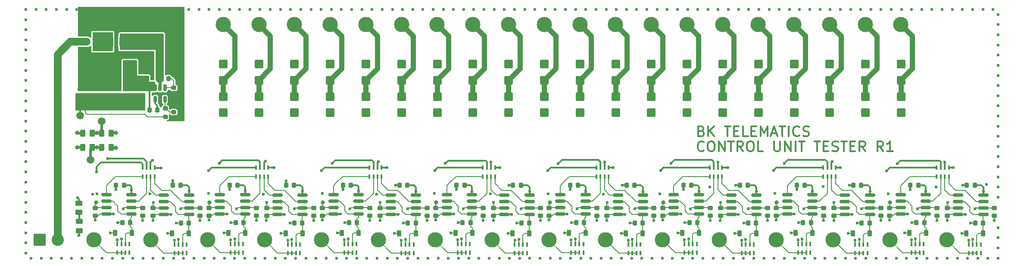
<source format=gbr>
%TF.GenerationSoftware,KiCad,Pcbnew,9.0.2*%
%TF.CreationDate,2025-05-23T14:58:00+03:00*%
%TF.ProjectId,control_unit_tester,636f6e74-726f-46c5-9f75-6e69745f7465,rev?*%
%TF.SameCoordinates,Original*%
%TF.FileFunction,Copper,L1,Top*%
%TF.FilePolarity,Positive*%
%FSLAX46Y46*%
G04 Gerber Fmt 4.6, Leading zero omitted, Abs format (unit mm)*
G04 Created by KiCad (PCBNEW 9.0.2) date 2025-05-23 14:58:00*
%MOMM*%
%LPD*%
G01*
G04 APERTURE LIST*
G04 Aperture macros list*
%AMRoundRect*
0 Rectangle with rounded corners*
0 $1 Rounding radius*
0 $2 $3 $4 $5 $6 $7 $8 $9 X,Y pos of 4 corners*
0 Add a 4 corners polygon primitive as box body*
4,1,4,$2,$3,$4,$5,$6,$7,$8,$9,$2,$3,0*
0 Add four circle primitives for the rounded corners*
1,1,$1+$1,$2,$3*
1,1,$1+$1,$4,$5*
1,1,$1+$1,$6,$7*
1,1,$1+$1,$8,$9*
0 Add four rect primitives between the rounded corners*
20,1,$1+$1,$2,$3,$4,$5,0*
20,1,$1+$1,$4,$5,$6,$7,0*
20,1,$1+$1,$6,$7,$8,$9,0*
20,1,$1+$1,$8,$9,$2,$3,0*%
G04 Aperture macros list end*
%ADD10C,0.300000*%
%TA.AperFunction,NonConductor*%
%ADD11C,0.300000*%
%TD*%
%TA.AperFunction,SMDPad,CuDef*%
%ADD12RoundRect,0.225000X0.225000X0.250000X-0.225000X0.250000X-0.225000X-0.250000X0.225000X-0.250000X0*%
%TD*%
%TA.AperFunction,ComponentPad*%
%ADD13C,3.000000*%
%TD*%
%TA.AperFunction,SMDPad,CuDef*%
%ADD14R,4.000000X1.500000*%
%TD*%
%TA.AperFunction,SMDPad,CuDef*%
%ADD15RoundRect,0.225000X-0.250000X0.225000X-0.250000X-0.225000X0.250000X-0.225000X0.250000X0.225000X0*%
%TD*%
%TA.AperFunction,SMDPad,CuDef*%
%ADD16RoundRect,0.200000X0.200000X0.275000X-0.200000X0.275000X-0.200000X-0.275000X0.200000X-0.275000X0*%
%TD*%
%TA.AperFunction,SMDPad,CuDef*%
%ADD17RoundRect,0.225000X0.225000X0.375000X-0.225000X0.375000X-0.225000X-0.375000X0.225000X-0.375000X0*%
%TD*%
%TA.AperFunction,SMDPad,CuDef*%
%ADD18RoundRect,0.150000X-0.825000X-0.150000X0.825000X-0.150000X0.825000X0.150000X-0.825000X0.150000X0*%
%TD*%
%TA.AperFunction,SMDPad,CuDef*%
%ADD19R,0.400000X0.900000*%
%TD*%
%TA.AperFunction,SMDPad,CuDef*%
%ADD20RoundRect,0.250000X-0.262500X-0.450000X0.262500X-0.450000X0.262500X0.450000X-0.262500X0.450000X0*%
%TD*%
%TA.AperFunction,SMDPad,CuDef*%
%ADD21RoundRect,0.150000X0.150000X-0.850000X0.150000X0.850000X-0.150000X0.850000X-0.150000X-0.850000X0*%
%TD*%
%TA.AperFunction,SMDPad,CuDef*%
%ADD22C,1.500000*%
%TD*%
%TA.AperFunction,ComponentPad*%
%ADD23RoundRect,0.250001X-0.949999X-0.949999X0.949999X-0.949999X0.949999X0.949999X-0.949999X0.949999X0*%
%TD*%
%TA.AperFunction,ComponentPad*%
%ADD24C,2.400000*%
%TD*%
%TA.AperFunction,SMDPad,CuDef*%
%ADD25RoundRect,0.200000X-0.275000X0.200000X-0.275000X-0.200000X0.275000X-0.200000X0.275000X0.200000X0*%
%TD*%
%TA.AperFunction,SMDPad,CuDef*%
%ADD26RoundRect,0.150000X0.150000X-0.512500X0.150000X0.512500X-0.150000X0.512500X-0.150000X-0.512500X0*%
%TD*%
%TA.AperFunction,SMDPad,CuDef*%
%ADD27RoundRect,0.250000X1.100000X-0.325000X1.100000X0.325000X-1.100000X0.325000X-1.100000X-0.325000X0*%
%TD*%
%TA.AperFunction,SMDPad,CuDef*%
%ADD28RoundRect,0.225000X0.250000X-0.225000X0.250000X0.225000X-0.250000X0.225000X-0.250000X-0.225000X0*%
%TD*%
%TA.AperFunction,SMDPad,CuDef*%
%ADD29RoundRect,0.200000X0.275000X-0.200000X0.275000X0.200000X-0.275000X0.200000X-0.275000X-0.200000X0*%
%TD*%
%TA.AperFunction,SMDPad,CuDef*%
%ADD30RoundRect,0.250000X0.450000X-0.262500X0.450000X0.262500X-0.450000X0.262500X-0.450000X-0.262500X0*%
%TD*%
%TA.AperFunction,SMDPad,CuDef*%
%ADD31RoundRect,0.250000X0.650000X-1.000000X0.650000X1.000000X-0.650000X1.000000X-0.650000X-1.000000X0*%
%TD*%
%TA.AperFunction,SMDPad,CuDef*%
%ADD32RoundRect,0.250000X0.325000X1.100000X-0.325000X1.100000X-0.325000X-1.100000X0.325000X-1.100000X0*%
%TD*%
%TA.AperFunction,SMDPad,CuDef*%
%ADD33RoundRect,0.250000X-0.950000X-0.500000X0.950000X-0.500000X0.950000X0.500000X-0.950000X0.500000X0*%
%TD*%
%TA.AperFunction,SMDPad,CuDef*%
%ADD34RoundRect,0.250000X-0.275000X-0.500000X0.275000X-0.500000X0.275000X0.500000X-0.275000X0.500000X0*%
%TD*%
%TA.AperFunction,SMDPad,CuDef*%
%ADD35RoundRect,0.250000X0.550000X-1.250000X0.550000X1.250000X-0.550000X1.250000X-0.550000X-1.250000X0*%
%TD*%
%TA.AperFunction,SMDPad,CuDef*%
%ADD36RoundRect,0.243750X0.456250X-0.243750X0.456250X0.243750X-0.456250X0.243750X-0.456250X-0.243750X0*%
%TD*%
%TA.AperFunction,ComponentPad*%
%ADD37RoundRect,0.250000X-0.600000X0.600000X-0.600000X-0.600000X0.600000X-0.600000X0.600000X0.600000X0*%
%TD*%
%TA.AperFunction,ViaPad*%
%ADD38C,0.600000*%
%TD*%
%TA.AperFunction,ViaPad*%
%ADD39C,0.800000*%
%TD*%
%TA.AperFunction,Conductor*%
%ADD40C,0.200000*%
%TD*%
%TA.AperFunction,Conductor*%
%ADD41C,0.300000*%
%TD*%
%TA.AperFunction,Conductor*%
%ADD42C,0.500000*%
%TD*%
%TA.AperFunction,Conductor*%
%ADD43C,1.000000*%
%TD*%
%TA.AperFunction,Conductor*%
%ADD44C,0.600000*%
%TD*%
%TA.AperFunction,Conductor*%
%ADD45C,1.500000*%
%TD*%
G04 APERTURE END LIST*
D10*
D11*
X194191415Y-90774161D02*
X194096177Y-90869400D01*
X194096177Y-90869400D02*
X193810463Y-90964638D01*
X193810463Y-90964638D02*
X193619987Y-90964638D01*
X193619987Y-90964638D02*
X193334272Y-90869400D01*
X193334272Y-90869400D02*
X193143796Y-90678923D01*
X193143796Y-90678923D02*
X193048558Y-90488447D01*
X193048558Y-90488447D02*
X192953320Y-90107495D01*
X192953320Y-90107495D02*
X192953320Y-89821780D01*
X192953320Y-89821780D02*
X193048558Y-89440828D01*
X193048558Y-89440828D02*
X193143796Y-89250352D01*
X193143796Y-89250352D02*
X193334272Y-89059876D01*
X193334272Y-89059876D02*
X193619987Y-88964638D01*
X193619987Y-88964638D02*
X193810463Y-88964638D01*
X193810463Y-88964638D02*
X194096177Y-89059876D01*
X194096177Y-89059876D02*
X194191415Y-89155114D01*
X195429510Y-88964638D02*
X195810463Y-88964638D01*
X195810463Y-88964638D02*
X196000939Y-89059876D01*
X196000939Y-89059876D02*
X196191415Y-89250352D01*
X196191415Y-89250352D02*
X196286653Y-89631304D01*
X196286653Y-89631304D02*
X196286653Y-90297971D01*
X196286653Y-90297971D02*
X196191415Y-90678923D01*
X196191415Y-90678923D02*
X196000939Y-90869400D01*
X196000939Y-90869400D02*
X195810463Y-90964638D01*
X195810463Y-90964638D02*
X195429510Y-90964638D01*
X195429510Y-90964638D02*
X195239034Y-90869400D01*
X195239034Y-90869400D02*
X195048558Y-90678923D01*
X195048558Y-90678923D02*
X194953320Y-90297971D01*
X194953320Y-90297971D02*
X194953320Y-89631304D01*
X194953320Y-89631304D02*
X195048558Y-89250352D01*
X195048558Y-89250352D02*
X195239034Y-89059876D01*
X195239034Y-89059876D02*
X195429510Y-88964638D01*
X197143796Y-90964638D02*
X197143796Y-88964638D01*
X197143796Y-88964638D02*
X198286653Y-90964638D01*
X198286653Y-90964638D02*
X198286653Y-88964638D01*
X198953320Y-88964638D02*
X200096177Y-88964638D01*
X199524748Y-90964638D02*
X199524748Y-88964638D01*
X201905701Y-90964638D02*
X201239034Y-90012257D01*
X200762844Y-90964638D02*
X200762844Y-88964638D01*
X200762844Y-88964638D02*
X201524749Y-88964638D01*
X201524749Y-88964638D02*
X201715225Y-89059876D01*
X201715225Y-89059876D02*
X201810463Y-89155114D01*
X201810463Y-89155114D02*
X201905701Y-89345590D01*
X201905701Y-89345590D02*
X201905701Y-89631304D01*
X201905701Y-89631304D02*
X201810463Y-89821780D01*
X201810463Y-89821780D02*
X201715225Y-89917019D01*
X201715225Y-89917019D02*
X201524749Y-90012257D01*
X201524749Y-90012257D02*
X200762844Y-90012257D01*
X203143796Y-88964638D02*
X203524749Y-88964638D01*
X203524749Y-88964638D02*
X203715225Y-89059876D01*
X203715225Y-89059876D02*
X203905701Y-89250352D01*
X203905701Y-89250352D02*
X204000939Y-89631304D01*
X204000939Y-89631304D02*
X204000939Y-90297971D01*
X204000939Y-90297971D02*
X203905701Y-90678923D01*
X203905701Y-90678923D02*
X203715225Y-90869400D01*
X203715225Y-90869400D02*
X203524749Y-90964638D01*
X203524749Y-90964638D02*
X203143796Y-90964638D01*
X203143796Y-90964638D02*
X202953320Y-90869400D01*
X202953320Y-90869400D02*
X202762844Y-90678923D01*
X202762844Y-90678923D02*
X202667606Y-90297971D01*
X202667606Y-90297971D02*
X202667606Y-89631304D01*
X202667606Y-89631304D02*
X202762844Y-89250352D01*
X202762844Y-89250352D02*
X202953320Y-89059876D01*
X202953320Y-89059876D02*
X203143796Y-88964638D01*
X205810463Y-90964638D02*
X204858082Y-90964638D01*
X204858082Y-90964638D02*
X204858082Y-88964638D01*
X208000940Y-88964638D02*
X208000940Y-90583685D01*
X208000940Y-90583685D02*
X208096178Y-90774161D01*
X208096178Y-90774161D02*
X208191416Y-90869400D01*
X208191416Y-90869400D02*
X208381892Y-90964638D01*
X208381892Y-90964638D02*
X208762845Y-90964638D01*
X208762845Y-90964638D02*
X208953321Y-90869400D01*
X208953321Y-90869400D02*
X209048559Y-90774161D01*
X209048559Y-90774161D02*
X209143797Y-90583685D01*
X209143797Y-90583685D02*
X209143797Y-88964638D01*
X210096178Y-90964638D02*
X210096178Y-88964638D01*
X210096178Y-88964638D02*
X211239035Y-90964638D01*
X211239035Y-90964638D02*
X211239035Y-88964638D01*
X212191416Y-90964638D02*
X212191416Y-88964638D01*
X212858083Y-88964638D02*
X214000940Y-88964638D01*
X213429511Y-90964638D02*
X213429511Y-88964638D01*
X215905703Y-88964638D02*
X217048560Y-88964638D01*
X216477131Y-90964638D02*
X216477131Y-88964638D01*
X217715227Y-89917019D02*
X218381894Y-89917019D01*
X218667608Y-90964638D02*
X217715227Y-90964638D01*
X217715227Y-90964638D02*
X217715227Y-88964638D01*
X217715227Y-88964638D02*
X218667608Y-88964638D01*
X219429513Y-90869400D02*
X219715227Y-90964638D01*
X219715227Y-90964638D02*
X220191418Y-90964638D01*
X220191418Y-90964638D02*
X220381894Y-90869400D01*
X220381894Y-90869400D02*
X220477132Y-90774161D01*
X220477132Y-90774161D02*
X220572370Y-90583685D01*
X220572370Y-90583685D02*
X220572370Y-90393209D01*
X220572370Y-90393209D02*
X220477132Y-90202733D01*
X220477132Y-90202733D02*
X220381894Y-90107495D01*
X220381894Y-90107495D02*
X220191418Y-90012257D01*
X220191418Y-90012257D02*
X219810465Y-89917019D01*
X219810465Y-89917019D02*
X219619989Y-89821780D01*
X219619989Y-89821780D02*
X219524751Y-89726542D01*
X219524751Y-89726542D02*
X219429513Y-89536066D01*
X219429513Y-89536066D02*
X219429513Y-89345590D01*
X219429513Y-89345590D02*
X219524751Y-89155114D01*
X219524751Y-89155114D02*
X219619989Y-89059876D01*
X219619989Y-89059876D02*
X219810465Y-88964638D01*
X219810465Y-88964638D02*
X220286656Y-88964638D01*
X220286656Y-88964638D02*
X220572370Y-89059876D01*
X221143799Y-88964638D02*
X222286656Y-88964638D01*
X221715227Y-90964638D02*
X221715227Y-88964638D01*
X222953323Y-89917019D02*
X223619990Y-89917019D01*
X223905704Y-90964638D02*
X222953323Y-90964638D01*
X222953323Y-90964638D02*
X222953323Y-88964638D01*
X222953323Y-88964638D02*
X223905704Y-88964638D01*
X225905704Y-90964638D02*
X225239037Y-90012257D01*
X224762847Y-90964638D02*
X224762847Y-88964638D01*
X224762847Y-88964638D02*
X225524752Y-88964638D01*
X225524752Y-88964638D02*
X225715228Y-89059876D01*
X225715228Y-89059876D02*
X225810466Y-89155114D01*
X225810466Y-89155114D02*
X225905704Y-89345590D01*
X225905704Y-89345590D02*
X225905704Y-89631304D01*
X225905704Y-89631304D02*
X225810466Y-89821780D01*
X225810466Y-89821780D02*
X225715228Y-89917019D01*
X225715228Y-89917019D02*
X225524752Y-90012257D01*
X225524752Y-90012257D02*
X224762847Y-90012257D01*
X229429514Y-90964638D02*
X228762847Y-90012257D01*
X228286657Y-90964638D02*
X228286657Y-88964638D01*
X228286657Y-88964638D02*
X229048562Y-88964638D01*
X229048562Y-88964638D02*
X229239038Y-89059876D01*
X229239038Y-89059876D02*
X229334276Y-89155114D01*
X229334276Y-89155114D02*
X229429514Y-89345590D01*
X229429514Y-89345590D02*
X229429514Y-89631304D01*
X229429514Y-89631304D02*
X229334276Y-89821780D01*
X229334276Y-89821780D02*
X229239038Y-89917019D01*
X229239038Y-89917019D02*
X229048562Y-90012257D01*
X229048562Y-90012257D02*
X228286657Y-90012257D01*
X231334276Y-90964638D02*
X230191419Y-90964638D01*
X230762847Y-90964638D02*
X230762847Y-88964638D01*
X230762847Y-88964638D02*
X230572371Y-89250352D01*
X230572371Y-89250352D02*
X230381895Y-89440828D01*
X230381895Y-89440828D02*
X230191419Y-89536066D01*
D10*
D11*
X193715225Y-86942019D02*
X194000939Y-87037257D01*
X194000939Y-87037257D02*
X194096177Y-87132495D01*
X194096177Y-87132495D02*
X194191415Y-87322971D01*
X194191415Y-87322971D02*
X194191415Y-87608685D01*
X194191415Y-87608685D02*
X194096177Y-87799161D01*
X194096177Y-87799161D02*
X194000939Y-87894400D01*
X194000939Y-87894400D02*
X193810463Y-87989638D01*
X193810463Y-87989638D02*
X193048558Y-87989638D01*
X193048558Y-87989638D02*
X193048558Y-85989638D01*
X193048558Y-85989638D02*
X193715225Y-85989638D01*
X193715225Y-85989638D02*
X193905701Y-86084876D01*
X193905701Y-86084876D02*
X194000939Y-86180114D01*
X194000939Y-86180114D02*
X194096177Y-86370590D01*
X194096177Y-86370590D02*
X194096177Y-86561066D01*
X194096177Y-86561066D02*
X194000939Y-86751542D01*
X194000939Y-86751542D02*
X193905701Y-86846780D01*
X193905701Y-86846780D02*
X193715225Y-86942019D01*
X193715225Y-86942019D02*
X193048558Y-86942019D01*
X195048558Y-87989638D02*
X195048558Y-85989638D01*
X196191415Y-87989638D02*
X195334272Y-86846780D01*
X196191415Y-85989638D02*
X195048558Y-87132495D01*
X198286654Y-85989638D02*
X199429511Y-85989638D01*
X198858082Y-87989638D02*
X198858082Y-85989638D01*
X200096178Y-86942019D02*
X200762845Y-86942019D01*
X201048559Y-87989638D02*
X200096178Y-87989638D01*
X200096178Y-87989638D02*
X200096178Y-85989638D01*
X200096178Y-85989638D02*
X201048559Y-85989638D01*
X202858083Y-87989638D02*
X201905702Y-87989638D01*
X201905702Y-87989638D02*
X201905702Y-85989638D01*
X203524750Y-86942019D02*
X204191417Y-86942019D01*
X204477131Y-87989638D02*
X203524750Y-87989638D01*
X203524750Y-87989638D02*
X203524750Y-85989638D01*
X203524750Y-85989638D02*
X204477131Y-85989638D01*
X205334274Y-87989638D02*
X205334274Y-85989638D01*
X205334274Y-85989638D02*
X206000941Y-87418209D01*
X206000941Y-87418209D02*
X206667607Y-85989638D01*
X206667607Y-85989638D02*
X206667607Y-87989638D01*
X207524750Y-87418209D02*
X208477131Y-87418209D01*
X207334274Y-87989638D02*
X208000940Y-85989638D01*
X208000940Y-85989638D02*
X208667607Y-87989638D01*
X209048560Y-85989638D02*
X210191417Y-85989638D01*
X209619988Y-87989638D02*
X209619988Y-85989638D01*
X210858084Y-87989638D02*
X210858084Y-85989638D01*
X212953322Y-87799161D02*
X212858084Y-87894400D01*
X212858084Y-87894400D02*
X212572370Y-87989638D01*
X212572370Y-87989638D02*
X212381894Y-87989638D01*
X212381894Y-87989638D02*
X212096179Y-87894400D01*
X212096179Y-87894400D02*
X211905703Y-87703923D01*
X211905703Y-87703923D02*
X211810465Y-87513447D01*
X211810465Y-87513447D02*
X211715227Y-87132495D01*
X211715227Y-87132495D02*
X211715227Y-86846780D01*
X211715227Y-86846780D02*
X211810465Y-86465828D01*
X211810465Y-86465828D02*
X211905703Y-86275352D01*
X211905703Y-86275352D02*
X212096179Y-86084876D01*
X212096179Y-86084876D02*
X212381894Y-85989638D01*
X212381894Y-85989638D02*
X212572370Y-85989638D01*
X212572370Y-85989638D02*
X212858084Y-86084876D01*
X212858084Y-86084876D02*
X212953322Y-86180114D01*
X213715227Y-87894400D02*
X214000941Y-87989638D01*
X214000941Y-87989638D02*
X214477132Y-87989638D01*
X214477132Y-87989638D02*
X214667608Y-87894400D01*
X214667608Y-87894400D02*
X214762846Y-87799161D01*
X214762846Y-87799161D02*
X214858084Y-87608685D01*
X214858084Y-87608685D02*
X214858084Y-87418209D01*
X214858084Y-87418209D02*
X214762846Y-87227733D01*
X214762846Y-87227733D02*
X214667608Y-87132495D01*
X214667608Y-87132495D02*
X214477132Y-87037257D01*
X214477132Y-87037257D02*
X214096179Y-86942019D01*
X214096179Y-86942019D02*
X213905703Y-86846780D01*
X213905703Y-86846780D02*
X213810465Y-86751542D01*
X213810465Y-86751542D02*
X213715227Y-86561066D01*
X213715227Y-86561066D02*
X213715227Y-86370590D01*
X213715227Y-86370590D02*
X213810465Y-86180114D01*
X213810465Y-86180114D02*
X213905703Y-86084876D01*
X213905703Y-86084876D02*
X214096179Y-85989638D01*
X214096179Y-85989638D02*
X214572370Y-85989638D01*
X214572370Y-85989638D02*
X214858084Y-86084876D01*
D12*
%TO.P,C68,1*%
%TO.N,Net-(D33-K)*%
X115289286Y-105050000D03*
%TO.P,C68,2*%
%TO.N,GND*%
X113739286Y-105050000D03*
%TD*%
D13*
%TO.P,J7,1,Pin_1*%
%TO.N,/OUT6*%
X134789474Y-65950000D03*
%TD*%
D14*
%TO.P,L2,1*%
%TO.N,/power supply/SW*%
X82408333Y-76975000D03*
%TO.P,L2,2*%
%TO.N,+5V*%
X82408333Y-80575000D03*
%TD*%
D15*
%TO.P,C29,1*%
%TO.N,/VREF_LOW*%
X228960714Y-102125000D03*
%TO.P,C29,2*%
%TO.N,GND*%
X228960714Y-103675000D03*
%TD*%
D13*
%TO.P,J2,1,Pin_1*%
%TO.N,/OUT1*%
X99750000Y-65950000D03*
%TD*%
D16*
%TO.P,R6,1*%
%TO.N,Net-(U17-~{SHDN})*%
X89008333Y-76600000D03*
%TO.P,R6,2*%
%TO.N,/power supply/+VIN_PROTECTED*%
X87358333Y-76600000D03*
%TD*%
D17*
%TO.P,D21,1,K*%
%TO.N,Net-(D21-K)*%
X182182143Y-107125000D03*
%TO.P,D21,2,A*%
%TO.N,GND*%
X178882143Y-107125000D03*
%TD*%
D12*
%TO.P,C16,1*%
%TO.N,+5V*%
X247400000Y-97625000D03*
%TO.P,C16,2*%
%TO.N,GND*%
X245850000Y-97625000D03*
%TD*%
D13*
%TO.P,J22,1,Pin_1*%
%TO.N,/IN1*%
X74375000Y-108425000D03*
%TD*%
D12*
%TO.P,C8,1*%
%TO.N,+5V*%
X180532143Y-97625000D03*
%TO.P,C8,2*%
%TO.N,GND*%
X178982143Y-97625000D03*
%TD*%
D15*
%TO.P,C45,1*%
%TO.N,/VREF_HIGH*%
X208385714Y-102125000D03*
%TO.P,C45,2*%
%TO.N,GND*%
X208385714Y-103675000D03*
%TD*%
D12*
%TO.P,C14,1*%
%TO.N,+5V*%
X225110714Y-97625000D03*
%TO.P,C14,2*%
%TO.N,GND*%
X223560714Y-97625000D03*
%TD*%
D13*
%TO.P,J15,1,Pin_1*%
%TO.N,/OUT14*%
X190852632Y-65950000D03*
%TD*%
%TO.P,J25,1,Pin_1*%
%TO.N,/IN12*%
X107885000Y-108425000D03*
%TD*%
D18*
%TO.P,U10,1*%
%TO.N,Net-(RN15C-R3.1)*%
X199571429Y-99585000D03*
%TO.P,U10,2,-*%
%TO.N,Net-(D27-K)*%
X199571429Y-100855000D03*
%TO.P,U10,3,+*%
%TO.N,/VREF_HIGH*%
X199571429Y-102125000D03*
%TO.P,U10,4,V-*%
%TO.N,GND*%
X199571429Y-103395000D03*
%TO.P,U10,5,+*%
%TO.N,Net-(D27-K)*%
X204521429Y-103395000D03*
%TO.P,U10,6,-*%
%TO.N,/VREF_LOW*%
X204521429Y-102125000D03*
%TO.P,U10,7*%
%TO.N,Net-(RN15D-R4.1)*%
X204521429Y-100855000D03*
%TO.P,U10,8,V+*%
%TO.N,+5V*%
X204521429Y-99585000D03*
%TD*%
D19*
%TO.P,RN6,1,R1.1*%
%TO.N,Net-(RN6A-R1.1)*%
X128478571Y-95900000D03*
%TO.P,RN6,2,R2.1*%
%TO.N,Net-(RN6B-R2.1)*%
X129278571Y-95900000D03*
%TO.P,RN6,3,R3.1*%
%TO.N,Net-(RN6C-R3.1)*%
X130078571Y-95900000D03*
%TO.P,RN6,4,R4.1*%
%TO.N,Net-(RN6D-R4.1)*%
X130878571Y-95900000D03*
%TO.P,RN6,5,R4.2*%
%TO.N,Net-(D13-K)*%
X130878571Y-94200000D03*
%TO.P,RN6,6,R3.2*%
%TO.N,Net-(D12-K)*%
X130078571Y-94200000D03*
%TO.P,RN6,7,R2.2*%
%TO.N,Net-(D11-K)*%
X129278571Y-94200000D03*
%TO.P,RN6,8,R1.2*%
%TO.N,Net-(D10-K)*%
X128478571Y-94200000D03*
%TD*%
D15*
%TO.P,C40,1*%
%TO.N,/VREF_HIGH*%
X119228571Y-102125000D03*
%TO.P,C40,2*%
%TO.N,GND*%
X119228571Y-103675000D03*
%TD*%
D12*
%TO.P,C69,1*%
%TO.N,Net-(D39-K)*%
X226735714Y-105050000D03*
%TO.P,C69,2*%
%TO.N,GND*%
X225185714Y-105050000D03*
%TD*%
D18*
%TO.P,U6,1*%
%TO.N,Net-(RN9C-R3.1)*%
X154992857Y-99585000D03*
%TO.P,U6,2,-*%
%TO.N,Net-(D15-K)*%
X154992857Y-100855000D03*
%TO.P,U6,3,+*%
%TO.N,/VREF_HIGH*%
X154992857Y-102125000D03*
%TO.P,U6,4,V-*%
%TO.N,GND*%
X154992857Y-103395000D03*
%TO.P,U6,5,+*%
%TO.N,Net-(D15-K)*%
X159942857Y-103395000D03*
%TO.P,U6,6,-*%
%TO.N,/VREF_LOW*%
X159942857Y-102125000D03*
%TO.P,U6,7*%
%TO.N,Net-(RN9D-R4.1)*%
X159942857Y-100855000D03*
%TO.P,U6,8,V+*%
%TO.N,+5V*%
X159942857Y-99585000D03*
%TD*%
D15*
%TO.P,C50,1*%
%TO.N,/VREF_LOW*%
X173132143Y-102125000D03*
%TO.P,C50,2*%
%TO.N,GND*%
X173132143Y-103675000D03*
%TD*%
%TO.P,C30,1*%
%TO.N,/VREF_LOW*%
X251250000Y-102125000D03*
%TO.P,C30,2*%
%TO.N,GND*%
X251250000Y-103675000D03*
%TD*%
D12*
%TO.P,C2,1*%
%TO.N,+5V*%
X91375000Y-97625000D03*
%TO.P,C2,2*%
%TO.N,GND*%
X89825000Y-97625000D03*
%TD*%
D15*
%TO.P,C36,1*%
%TO.N,/VREF_HIGH*%
X108289286Y-102125000D03*
%TO.P,C36,2*%
%TO.N,GND*%
X108289286Y-103675000D03*
%TD*%
D17*
%TO.P,D38,1,K*%
%TO.N,Net-(D38-K)*%
X215535714Y-107050000D03*
%TO.P,D38,2,A*%
%TO.N,GND*%
X212235714Y-107050000D03*
%TD*%
D13*
%TO.P,J13,1,Pin_1*%
%TO.N,/OUT12*%
X176836842Y-65950000D03*
%TD*%
D17*
%TO.P,D32,1,K*%
%TO.N,Net-(D32-K)*%
X104089286Y-107050000D03*
%TO.P,D32,2,A*%
%TO.N,GND*%
X100789286Y-107050000D03*
%TD*%
D20*
%TO.P,R3,1*%
%TO.N,+5V*%
X72187500Y-87350000D03*
%TO.P,R3,2*%
%TO.N,/VREF_LOW*%
X74012500Y-87350000D03*
%TD*%
D15*
%TO.P,C37,1*%
%TO.N,/VREF_HIGH*%
X219735714Y-102125000D03*
%TO.P,C37,2*%
%TO.N,GND*%
X219735714Y-103675000D03*
%TD*%
D17*
%TO.P,D20,1,K*%
%TO.N,Net-(D20-K)*%
X170957143Y-107050000D03*
%TO.P,D20,2,A*%
%TO.N,GND*%
X167657143Y-107050000D03*
%TD*%
D15*
%TO.P,C39,1*%
%TO.N,/VREF_HIGH*%
X74650000Y-102125000D03*
%TO.P,C39,2*%
%TO.N,GND*%
X74650000Y-103675000D03*
%TD*%
D19*
%TO.P,RN8,1,R1.1*%
%TO.N,unconnected-(RN8A-R1.1-Pad1)*%
X159442857Y-109300000D03*
%TO.P,RN8,2,R2.1*%
%TO.N,Net-(D15-K)*%
X158642857Y-109300000D03*
%TO.P,RN8,3,R3.1*%
%TO.N,GND*%
X157842857Y-109300000D03*
%TO.P,RN8,4,R4.1*%
%TO.N,+5V*%
X157042857Y-109300000D03*
%TO.P,RN8,5,R4.2*%
%TO.N,/IN6*%
X157042857Y-111000000D03*
%TO.P,RN8,6,R3.2*%
X157842857Y-111000000D03*
%TO.P,RN8,7,R2.2*%
X158642857Y-111000000D03*
%TO.P,RN8,8,R1.2*%
%TO.N,unconnected-(RN8A-R1.2-Pad8)*%
X159442857Y-111000000D03*
%TD*%
D15*
%TO.P,C46,1*%
%TO.N,/VREF_HIGH*%
X230675000Y-102125000D03*
%TO.P,C46,2*%
%TO.N,GND*%
X230675000Y-103675000D03*
%TD*%
D17*
%TO.P,D9,1,K*%
%TO.N,Net-(D9-K)*%
X137603571Y-107125000D03*
%TO.P,D9,2,A*%
%TO.N,GND*%
X134303571Y-107125000D03*
%TD*%
D19*
%TO.P,RN14,1,R1.1*%
%TO.N,unconnected-(RN14A-R1.1-Pad1)*%
X204021429Y-109300000D03*
%TO.P,RN14,2,R2.1*%
%TO.N,Net-(D27-K)*%
X203221429Y-109300000D03*
%TO.P,RN14,3,R3.1*%
%TO.N,GND*%
X202421429Y-109300000D03*
%TO.P,RN14,4,R4.1*%
%TO.N,+5V*%
X201621429Y-109300000D03*
%TO.P,RN14,5,R4.2*%
%TO.N,/IN10*%
X201621429Y-111000000D03*
%TO.P,RN14,6,R3.2*%
X202421429Y-111000000D03*
%TO.P,RN14,7,R2.2*%
X203221429Y-111000000D03*
%TO.P,RN14,8,R1.2*%
%TO.N,unconnected-(RN14A-R1.2-Pad8)*%
X204021429Y-111000000D03*
%TD*%
D12*
%TO.P,C58,1*%
%TO.N,Net-(D20-K)*%
X170632143Y-105000000D03*
%TO.P,C58,2*%
%TO.N,GND*%
X169082143Y-105000000D03*
%TD*%
D17*
%TO.P,D8,1,K*%
%TO.N,Net-(D8-K)*%
X126378571Y-107050000D03*
%TO.P,D8,2,A*%
%TO.N,GND*%
X123078571Y-107050000D03*
%TD*%
D13*
%TO.P,J21,1,Pin_1*%
%TO.N,/OUT20*%
X232900000Y-65950000D03*
%TD*%
D18*
%TO.P,U11,1*%
%TO.N,Net-(RN18A-R1.1)*%
X99114286Y-99495000D03*
%TO.P,U11,2,-*%
%TO.N,Net-(D32-K)*%
X99114286Y-100765000D03*
%TO.P,U11,3,+*%
%TO.N,/VREF_HIGH*%
X99114286Y-102035000D03*
%TO.P,U11,4,V-*%
%TO.N,GND*%
X99114286Y-103305000D03*
%TO.P,U11,5,+*%
%TO.N,Net-(D32-K)*%
X104064286Y-103305000D03*
%TO.P,U11,6,-*%
%TO.N,/VREF_LOW*%
X104064286Y-102035000D03*
%TO.P,U11,7*%
%TO.N,Net-(RN18B-R2.1)*%
X104064286Y-100765000D03*
%TO.P,U11,8,V+*%
%TO.N,+5V*%
X104064286Y-99495000D03*
%TD*%
D12*
%TO.P,C70,1*%
%TO.N,Net-(D45-K)*%
X249025000Y-105050000D03*
%TO.P,C70,2*%
%TO.N,GND*%
X247475000Y-105050000D03*
%TD*%
%TO.P,C65,1*%
%TO.N,Net-(D15-K)*%
X159867857Y-105050000D03*
%TO.P,C65,2*%
%TO.N,GND*%
X158317857Y-105050000D03*
%TD*%
D17*
%TO.P,D45,1,K*%
%TO.N,Net-(D45-K)*%
X249050000Y-107125000D03*
%TO.P,D45,2,A*%
%TO.N,GND*%
X245750000Y-107125000D03*
%TD*%
D20*
%TO.P,R2,1*%
%TO.N,/VREF_HIGH*%
X75887500Y-90200000D03*
%TO.P,R2,2*%
%TO.N,GND*%
X77712500Y-90200000D03*
%TD*%
D21*
%TO.P,L1,1*%
%TO.N,+VIN*%
X77800000Y-69350000D03*
%TO.P,L1,2*%
%TO.N,/power supply/+VIN_PROTECTED*%
X79700000Y-69350000D03*
%TD*%
D22*
%TO.P,TP3,1,1*%
%TO.N,/VREF_LOW*%
X75875000Y-85050000D03*
%TD*%
D15*
%TO.P,C38,1*%
%TO.N,/VREF_HIGH*%
X242025000Y-102125000D03*
%TO.P,C38,2*%
%TO.N,GND*%
X242025000Y-103675000D03*
%TD*%
D18*
%TO.P,U4,1*%
%TO.N,Net-(RN6C-R3.1)*%
X132703571Y-99585000D03*
%TO.P,U4,2,-*%
%TO.N,Net-(D9-K)*%
X132703571Y-100855000D03*
%TO.P,U4,3,+*%
%TO.N,/VREF_HIGH*%
X132703571Y-102125000D03*
%TO.P,U4,4,V-*%
%TO.N,GND*%
X132703571Y-103395000D03*
%TO.P,U4,5,+*%
%TO.N,Net-(D9-K)*%
X137653571Y-103395000D03*
%TO.P,U4,6,-*%
%TO.N,/VREF_LOW*%
X137653571Y-102125000D03*
%TO.P,U4,7*%
%TO.N,Net-(RN6D-R4.1)*%
X137653571Y-100855000D03*
%TO.P,U4,8,V+*%
%TO.N,+5V*%
X137653571Y-99585000D03*
%TD*%
D13*
%TO.P,J12,1,Pin_1*%
%TO.N,/OUT11*%
X169828947Y-65950000D03*
%TD*%
D20*
%TO.P,R1,1*%
%TO.N,+5V*%
X72187500Y-90200000D03*
%TO.P,R1,2*%
%TO.N,/VREF_HIGH*%
X74012500Y-90200000D03*
%TD*%
D19*
%TO.P,RN10,1,R1.1*%
%TO.N,/IN7*%
X168107143Y-110900000D03*
%TO.P,RN10,2,R2.1*%
X168907143Y-110900000D03*
%TO.P,RN10,3,R3.1*%
X169707143Y-110900000D03*
%TO.P,RN10,4,R4.1*%
%TO.N,unconnected-(RN10D-R4.1-Pad4)*%
X170507143Y-110900000D03*
%TO.P,RN10,5,R4.2*%
%TO.N,unconnected-(RN10D-R4.2-Pad5)*%
X170507143Y-109200000D03*
%TO.P,RN10,6,R3.2*%
%TO.N,Net-(D20-K)*%
X169707143Y-109200000D03*
%TO.P,RN10,7,R2.2*%
%TO.N,GND*%
X168907143Y-109200000D03*
%TO.P,RN10,8,R1.2*%
%TO.N,+5V*%
X168107143Y-109200000D03*
%TD*%
%TO.P,RN19,1,R1.1*%
%TO.N,/IN13*%
X212685714Y-110900000D03*
%TO.P,RN19,2,R2.1*%
X213485714Y-110900000D03*
%TO.P,RN19,3,R3.1*%
X214285714Y-110900000D03*
%TO.P,RN19,4,R4.1*%
%TO.N,unconnected-(RN19D-R4.1-Pad4)*%
X215085714Y-110900000D03*
%TO.P,RN19,5,R4.2*%
%TO.N,unconnected-(RN19D-R4.2-Pad5)*%
X215085714Y-109200000D03*
%TO.P,RN19,6,R3.2*%
%TO.N,Net-(D38-K)*%
X214285714Y-109200000D03*
%TO.P,RN19,7,R2.2*%
%TO.N,GND*%
X213485714Y-109200000D03*
%TO.P,RN19,8,R1.2*%
%TO.N,+5V*%
X212685714Y-109200000D03*
%TD*%
D13*
%TO.P,J33,1,Pin_1*%
%TO.N,/IN10*%
X197245000Y-108425000D03*
%TD*%
D15*
%TO.P,C43,1*%
%TO.N,/VREF_HIGH*%
X186096429Y-102125000D03*
%TO.P,C43,2*%
%TO.N,GND*%
X186096429Y-103675000D03*
%TD*%
D13*
%TO.P,J19,1,Pin_1*%
%TO.N,/OUT18*%
X218884211Y-65950000D03*
%TD*%
%TO.P,J27,1,Pin_1*%
%TO.N,/IN4*%
X130225000Y-108425000D03*
%TD*%
%TO.P,J35,1,Pin_1*%
%TO.N,/IN14*%
X219585000Y-108425000D03*
%TD*%
D19*
%TO.P,RN22,1,R1.1*%
%TO.N,/IN15*%
X234975000Y-110900000D03*
%TO.P,RN22,2,R2.1*%
X235775000Y-110900000D03*
%TO.P,RN22,3,R3.1*%
X236575000Y-110900000D03*
%TO.P,RN22,4,R4.1*%
%TO.N,unconnected-(RN22D-R4.1-Pad4)*%
X237375000Y-110900000D03*
%TO.P,RN22,5,R4.2*%
%TO.N,unconnected-(RN22D-R4.2-Pad5)*%
X237375000Y-109200000D03*
%TO.P,RN22,6,R3.2*%
%TO.N,Net-(D44-K)*%
X236575000Y-109200000D03*
%TO.P,RN22,7,R2.2*%
%TO.N,GND*%
X235775000Y-109200000D03*
%TO.P,RN22,8,R1.2*%
%TO.N,+5V*%
X234975000Y-109200000D03*
%TD*%
D13*
%TO.P,J30,1,Pin_1*%
%TO.N,/IN7*%
X163735000Y-108425000D03*
%TD*%
D15*
%TO.P,C44,1*%
%TO.N,/VREF_HIGH*%
X96939286Y-102125000D03*
%TO.P,C44,2*%
%TO.N,GND*%
X96939286Y-103675000D03*
%TD*%
D22*
%TO.P,TP2,1,1*%
%TO.N,/VREF_HIGH*%
X73725000Y-92675000D03*
%TD*%
D23*
%TO.P,J1,1,Pin_1*%
%TO.N,GND*%
X63725000Y-108350000D03*
D24*
%TO.P,J1,2,Pin_2*%
%TO.N,Net-(D52-A)*%
X67225000Y-108350000D03*
%TD*%
D12*
%TO.P,C19,1*%
%TO.N,Net-(U17-CB)*%
X86850000Y-82810000D03*
%TO.P,C19,2*%
%TO.N,/power supply/SW*%
X85300000Y-82810000D03*
%TD*%
D15*
%TO.P,C47,1*%
%TO.N,/VREF_LOW*%
X83975000Y-102125000D03*
%TO.P,C47,2*%
%TO.N,GND*%
X83975000Y-103675000D03*
%TD*%
D13*
%TO.P,J34,1,Pin_1*%
%TO.N,/IN13*%
X208415000Y-108425000D03*
%TD*%
%TO.P,J32,1,Pin_1*%
%TO.N,/IN9*%
X186075000Y-108425000D03*
%TD*%
D19*
%TO.P,RN15,1,R1.1*%
%TO.N,Net-(RN15A-R1.1)*%
X195346429Y-95900000D03*
%TO.P,RN15,2,R2.1*%
%TO.N,Net-(RN15B-R2.1)*%
X196146429Y-95900000D03*
%TO.P,RN15,3,R3.1*%
%TO.N,Net-(RN15C-R3.1)*%
X196946429Y-95900000D03*
%TO.P,RN15,4,R4.1*%
%TO.N,Net-(RN15D-R4.1)*%
X197746429Y-95900000D03*
%TO.P,RN15,5,R4.2*%
%TO.N,Net-(D31-K)*%
X197746429Y-94200000D03*
%TO.P,RN15,6,R3.2*%
%TO.N,Net-(D30-K)*%
X196946429Y-94200000D03*
%TO.P,RN15,7,R2.2*%
%TO.N,Net-(D29-K)*%
X196146429Y-94200000D03*
%TO.P,RN15,8,R1.2*%
%TO.N,Net-(D28-K)*%
X195346429Y-94200000D03*
%TD*%
D15*
%TO.P,C31,1*%
%TO.N,/VREF_HIGH*%
X86000000Y-102125000D03*
%TO.P,C31,2*%
%TO.N,GND*%
X86000000Y-103675000D03*
%TD*%
D13*
%TO.P,J6,1,Pin_1*%
%TO.N,/OUT5*%
X127781579Y-65950000D03*
%TD*%
D17*
%TO.P,D3,1,K*%
%TO.N,Net-(D3-K)*%
X93025000Y-107125000D03*
%TO.P,D3,2,A*%
%TO.N,GND*%
X89725000Y-107125000D03*
%TD*%
D18*
%TO.P,U7,1*%
%TO.N,Net-(RN12A-R1.1)*%
X165982143Y-99495000D03*
%TO.P,U7,2,-*%
%TO.N,Net-(D20-K)*%
X165982143Y-100765000D03*
%TO.P,U7,3,+*%
%TO.N,/VREF_HIGH*%
X165982143Y-102035000D03*
%TO.P,U7,4,V-*%
%TO.N,GND*%
X165982143Y-103305000D03*
%TO.P,U7,5,+*%
%TO.N,Net-(D20-K)*%
X170932143Y-103305000D03*
%TO.P,U7,6,-*%
%TO.N,/VREF_LOW*%
X170932143Y-102035000D03*
%TO.P,U7,7*%
%TO.N,Net-(RN12B-R2.1)*%
X170932143Y-100765000D03*
%TO.P,U7,8,V+*%
%TO.N,+5V*%
X170932143Y-99495000D03*
%TD*%
D25*
%TO.P,R8,1*%
%TO.N,Net-(U17-FB)*%
X88395000Y-82495000D03*
%TO.P,R8,2*%
%TO.N,+5V*%
X88395000Y-84145000D03*
%TD*%
D26*
%TO.P,U17,1,CB*%
%TO.N,Net-(U17-CB)*%
X86408333Y-80725000D03*
%TO.P,U17,2,GND*%
%TO.N,GND*%
X87358333Y-80725000D03*
%TO.P,U17,3,FB*%
%TO.N,Net-(U17-FB)*%
X88308333Y-80725000D03*
%TO.P,U17,4,~{SHDN}*%
%TO.N,Net-(U17-~{SHDN})*%
X88308333Y-78450000D03*
%TO.P,U17,5,VIN*%
%TO.N,/power supply/+VIN_PROTECTED*%
X87358333Y-78450000D03*
%TO.P,U17,6,SW*%
%TO.N,/power supply/SW*%
X86408333Y-78450000D03*
%TD*%
D12*
%TO.P,C66,1*%
%TO.N,Net-(D21-K)*%
X182157143Y-105050000D03*
%TO.P,C66,2*%
%TO.N,GND*%
X180607143Y-105050000D03*
%TD*%
D19*
%TO.P,RN23,1,R1.1*%
%TO.N,unconnected-(RN23A-R1.1-Pad1)*%
X248600000Y-109300000D03*
%TO.P,RN23,2,R2.1*%
%TO.N,Net-(D45-K)*%
X247800000Y-109300000D03*
%TO.P,RN23,3,R3.1*%
%TO.N,GND*%
X247000000Y-109300000D03*
%TO.P,RN23,4,R4.1*%
%TO.N,+5V*%
X246200000Y-109300000D03*
%TO.P,RN23,5,R4.2*%
%TO.N,/IN16*%
X246200000Y-111000000D03*
%TO.P,RN23,6,R3.2*%
X247000000Y-111000000D03*
%TO.P,RN23,7,R2.2*%
X247800000Y-111000000D03*
%TO.P,RN23,8,R1.2*%
%TO.N,unconnected-(RN23A-R1.2-Pad8)*%
X248600000Y-111000000D03*
%TD*%
D18*
%TO.P,U12,1*%
%TO.N,Net-(RN18C-R3.1)*%
X110414286Y-99585000D03*
%TO.P,U12,2,-*%
%TO.N,Net-(D33-K)*%
X110414286Y-100855000D03*
%TO.P,U12,3,+*%
%TO.N,/VREF_HIGH*%
X110414286Y-102125000D03*
%TO.P,U12,4,V-*%
%TO.N,GND*%
X110414286Y-103395000D03*
%TO.P,U12,5,+*%
%TO.N,Net-(D33-K)*%
X115364286Y-103395000D03*
%TO.P,U12,6,-*%
%TO.N,/VREF_LOW*%
X115364286Y-102125000D03*
%TO.P,U12,7*%
%TO.N,Net-(RN18D-R4.1)*%
X115364286Y-100855000D03*
%TO.P,U12,8,V+*%
%TO.N,+5V*%
X115364286Y-99585000D03*
%TD*%
D19*
%TO.P,RN1,1,R1.1*%
%TO.N,/IN1*%
X78950000Y-110900000D03*
%TO.P,RN1,2,R2.1*%
X79750000Y-110900000D03*
%TO.P,RN1,3,R3.1*%
X80550000Y-110900000D03*
%TO.P,RN1,4,R4.1*%
%TO.N,unconnected-(RN1D-R4.1-Pad4)*%
X81350000Y-110900000D03*
%TO.P,RN1,5,R4.2*%
%TO.N,unconnected-(RN1D-R4.2-Pad5)*%
X81350000Y-109200000D03*
%TO.P,RN1,6,R3.2*%
%TO.N,Net-(D2-K)*%
X80550000Y-109200000D03*
%TO.P,RN1,7,R2.2*%
%TO.N,GND*%
X79750000Y-109200000D03*
%TO.P,RN1,8,R1.2*%
%TO.N,+5V*%
X78950000Y-109200000D03*
%TD*%
%TO.P,RN12,1,R1.1*%
%TO.N,Net-(RN12A-R1.1)*%
X173057143Y-95900000D03*
%TO.P,RN12,2,R2.1*%
%TO.N,Net-(RN12B-R2.1)*%
X173857143Y-95900000D03*
%TO.P,RN12,3,R3.1*%
%TO.N,Net-(RN12C-R3.1)*%
X174657143Y-95900000D03*
%TO.P,RN12,4,R4.1*%
%TO.N,Net-(RN12D-R4.1)*%
X175457143Y-95900000D03*
%TO.P,RN12,5,R4.2*%
%TO.N,Net-(D25-K)*%
X175457143Y-94200000D03*
%TO.P,RN12,6,R3.2*%
%TO.N,Net-(D24-K)*%
X174657143Y-94200000D03*
%TO.P,RN12,7,R2.2*%
%TO.N,Net-(D23-K)*%
X173857143Y-94200000D03*
%TO.P,RN12,8,R1.2*%
%TO.N,Net-(D22-K)*%
X173057143Y-94200000D03*
%TD*%
D12*
%TO.P,C1,1*%
%TO.N,+5V*%
X80275000Y-97620000D03*
%TO.P,C1,2*%
%TO.N,GND*%
X78725000Y-97620000D03*
%TD*%
D25*
%TO.P,R9,1*%
%TO.N,GND*%
X90045000Y-81570000D03*
%TO.P,R9,2*%
%TO.N,Net-(U17-FB)*%
X90045000Y-83220000D03*
%TD*%
D15*
%TO.P,C42,1*%
%TO.N,/VREF_HIGH*%
X163807143Y-102125000D03*
%TO.P,C42,2*%
%TO.N,GND*%
X163807143Y-103675000D03*
%TD*%
D13*
%TO.P,J31,1,Pin_1*%
%TO.N,/IN8*%
X174905000Y-108425000D03*
%TD*%
D19*
%TO.P,RN2,1,R1.1*%
%TO.N,unconnected-(RN2A-R1.1-Pad1)*%
X92575000Y-109300000D03*
%TO.P,RN2,2,R2.1*%
%TO.N,Net-(D3-K)*%
X91775000Y-109300000D03*
%TO.P,RN2,3,R3.1*%
%TO.N,GND*%
X90975000Y-109300000D03*
%TO.P,RN2,4,R4.1*%
%TO.N,+5V*%
X90175000Y-109300000D03*
%TO.P,RN2,5,R4.2*%
%TO.N,/IN2*%
X90175000Y-111000000D03*
%TO.P,RN2,6,R3.2*%
X90975000Y-111000000D03*
%TO.P,RN2,7,R2.2*%
X91775000Y-111000000D03*
%TO.P,RN2,8,R1.2*%
%TO.N,unconnected-(RN2A-R1.2-Pad8)*%
X92575000Y-111000000D03*
%TD*%
%TO.P,RN18,1,R1.1*%
%TO.N,Net-(RN18A-R1.1)*%
X106189286Y-95900000D03*
%TO.P,RN18,2,R2.1*%
%TO.N,Net-(RN18B-R2.1)*%
X106989286Y-95900000D03*
%TO.P,RN18,3,R3.1*%
%TO.N,Net-(RN18C-R3.1)*%
X107789286Y-95900000D03*
%TO.P,RN18,4,R4.1*%
%TO.N,Net-(RN18D-R4.1)*%
X108589286Y-95900000D03*
%TO.P,RN18,5,R4.2*%
%TO.N,Net-(D37-K)*%
X108589286Y-94200000D03*
%TO.P,RN18,6,R3.2*%
%TO.N,Net-(D36-K)*%
X107789286Y-94200000D03*
%TO.P,RN18,7,R2.2*%
%TO.N,Net-(D35-K)*%
X106989286Y-94200000D03*
%TO.P,RN18,8,R1.2*%
%TO.N,Net-(D34-K)*%
X106189286Y-94200000D03*
%TD*%
D12*
%TO.P,C5,1*%
%TO.N,+5V*%
X147142857Y-97620000D03*
%TO.P,C5,2*%
%TO.N,GND*%
X145592857Y-97620000D03*
%TD*%
D17*
%TO.P,D2,1,K*%
%TO.N,Net-(D2-K)*%
X81800000Y-107050000D03*
%TO.P,D2,2,A*%
%TO.N,GND*%
X78500000Y-107050000D03*
%TD*%
D19*
%TO.P,RN5,1,R1.1*%
%TO.N,unconnected-(RN5A-R1.1-Pad1)*%
X137153571Y-109300000D03*
%TO.P,RN5,2,R2.1*%
%TO.N,Net-(D9-K)*%
X136353571Y-109300000D03*
%TO.P,RN5,3,R3.1*%
%TO.N,GND*%
X135553571Y-109300000D03*
%TO.P,RN5,4,R4.1*%
%TO.N,+5V*%
X134753571Y-109300000D03*
%TO.P,RN5,5,R4.2*%
%TO.N,/IN4*%
X134753571Y-111000000D03*
%TO.P,RN5,6,R3.2*%
X135553571Y-111000000D03*
%TO.P,RN5,7,R2.2*%
X136353571Y-111000000D03*
%TO.P,RN5,8,R1.2*%
%TO.N,unconnected-(RN5A-R1.2-Pad8)*%
X137153571Y-111000000D03*
%TD*%
D12*
%TO.P,C63,1*%
%TO.N,Net-(D3-K)*%
X93000000Y-105050000D03*
%TO.P,C63,2*%
%TO.N,GND*%
X91450000Y-105050000D03*
%TD*%
D19*
%TO.P,RN16,1,R1.1*%
%TO.N,/IN11*%
X101239286Y-110900000D03*
%TO.P,RN16,2,R2.1*%
X102039286Y-110900000D03*
%TO.P,RN16,3,R3.1*%
X102839286Y-110900000D03*
%TO.P,RN16,4,R4.1*%
%TO.N,unconnected-(RN16D-R4.1-Pad4)*%
X103639286Y-110900000D03*
%TO.P,RN16,5,R4.2*%
%TO.N,unconnected-(RN16D-R4.2-Pad5)*%
X103639286Y-109200000D03*
%TO.P,RN16,6,R3.2*%
%TO.N,Net-(D32-K)*%
X102839286Y-109200000D03*
%TO.P,RN16,7,R2.2*%
%TO.N,GND*%
X102039286Y-109200000D03*
%TO.P,RN16,8,R1.2*%
%TO.N,+5V*%
X101239286Y-109200000D03*
%TD*%
D13*
%TO.P,J18,1,Pin_1*%
%TO.N,/OUT17*%
X211876316Y-65950000D03*
%TD*%
D12*
%TO.P,C4,1*%
%TO.N,+5V*%
X135953571Y-97625000D03*
%TO.P,C4,2*%
%TO.N,GND*%
X134403571Y-97625000D03*
%TD*%
D18*
%TO.P,U5,1*%
%TO.N,Net-(RN9A-R1.1)*%
X143692857Y-99495000D03*
%TO.P,U5,2,-*%
%TO.N,Net-(D14-K)*%
X143692857Y-100765000D03*
%TO.P,U5,3,+*%
%TO.N,/VREF_HIGH*%
X143692857Y-102035000D03*
%TO.P,U5,4,V-*%
%TO.N,GND*%
X143692857Y-103305000D03*
%TO.P,U5,5,+*%
%TO.N,Net-(D14-K)*%
X148642857Y-103305000D03*
%TO.P,U5,6,-*%
%TO.N,/VREF_LOW*%
X148642857Y-102035000D03*
%TO.P,U5,7*%
%TO.N,Net-(RN9B-R2.1)*%
X148642857Y-100765000D03*
%TO.P,U5,8,V+*%
%TO.N,+5V*%
X148642857Y-99495000D03*
%TD*%
D13*
%TO.P,J8,1,Pin_1*%
%TO.N,/OUT7*%
X141797368Y-65950000D03*
%TD*%
%TO.P,J14,1,Pin_1*%
%TO.N,/OUT13*%
X183844737Y-65950000D03*
%TD*%
%TO.P,J17,1,Pin_1*%
%TO.N,/OUT16*%
X204868421Y-65950000D03*
%TD*%
D15*
%TO.P,C53,1*%
%TO.N,/VREF_LOW*%
X217710714Y-102125000D03*
%TO.P,C53,2*%
%TO.N,GND*%
X217710714Y-103675000D03*
%TD*%
%TO.P,C33,1*%
%TO.N,/VREF_HIGH*%
X152867857Y-102125000D03*
%TO.P,C33,2*%
%TO.N,GND*%
X152867857Y-103675000D03*
%TD*%
D19*
%TO.P,RN21,1,R1.1*%
%TO.N,Net-(RN21A-R1.1)*%
X217635714Y-95900000D03*
%TO.P,RN21,2,R2.1*%
%TO.N,Net-(RN21B-R2.1)*%
X218435714Y-95900000D03*
%TO.P,RN21,3,R3.1*%
%TO.N,Net-(RN21C-R3.1)*%
X219235714Y-95900000D03*
%TO.P,RN21,4,R4.1*%
%TO.N,Net-(RN21D-R4.1)*%
X220035714Y-95900000D03*
%TO.P,RN21,5,R4.2*%
%TO.N,Net-(D43-K)*%
X220035714Y-94200000D03*
%TO.P,RN21,6,R3.2*%
%TO.N,Net-(D42-K)*%
X219235714Y-94200000D03*
%TO.P,RN21,7,R2.2*%
%TO.N,Net-(D41-K)*%
X218435714Y-94200000D03*
%TO.P,RN21,8,R1.2*%
%TO.N,Net-(D40-K)*%
X217635714Y-94200000D03*
%TD*%
D12*
%TO.P,C55,1*%
%TO.N,Net-(D2-K)*%
X81475000Y-105000000D03*
%TO.P,C55,2*%
%TO.N,GND*%
X79925000Y-105000000D03*
%TD*%
D27*
%TO.P,C20,1*%
%TO.N,+5V*%
X77685000Y-80615000D03*
%TO.P,C20,2*%
%TO.N,GND*%
X77685000Y-77665000D03*
%TD*%
D19*
%TO.P,RN7,1,R1.1*%
%TO.N,/IN5*%
X145817857Y-110900000D03*
%TO.P,RN7,2,R2.1*%
X146617857Y-110900000D03*
%TO.P,RN7,3,R3.1*%
X147417857Y-110900000D03*
%TO.P,RN7,4,R4.1*%
%TO.N,unconnected-(RN7D-R4.1-Pad4)*%
X148217857Y-110900000D03*
%TO.P,RN7,5,R4.2*%
%TO.N,unconnected-(RN7D-R4.2-Pad5)*%
X148217857Y-109200000D03*
%TO.P,RN7,6,R3.2*%
%TO.N,Net-(D14-K)*%
X147417857Y-109200000D03*
%TO.P,RN7,7,R2.2*%
%TO.N,GND*%
X146617857Y-109200000D03*
%TO.P,RN7,8,R1.2*%
%TO.N,+5V*%
X145817857Y-109200000D03*
%TD*%
D12*
%TO.P,C7,1*%
%TO.N,+5V*%
X169432143Y-97620000D03*
%TO.P,C7,2*%
%TO.N,GND*%
X167882143Y-97620000D03*
%TD*%
D13*
%TO.P,J10,1,Pin_1*%
%TO.N,/OUT9*%
X155813158Y-65950000D03*
%TD*%
D15*
%TO.P,C24,1*%
%TO.N,/VREF_LOW*%
X139803571Y-102125000D03*
%TO.P,C24,2*%
%TO.N,GND*%
X139803571Y-103675000D03*
%TD*%
D17*
%TO.P,D33,1,K*%
%TO.N,Net-(D33-K)*%
X115314286Y-107125000D03*
%TO.P,D33,2,A*%
%TO.N,GND*%
X112014286Y-107125000D03*
%TD*%
D15*
%TO.P,C32,1*%
%TO.N,/VREF_HIGH*%
X130578571Y-102125000D03*
%TO.P,C32,2*%
%TO.N,GND*%
X130578571Y-103675000D03*
%TD*%
D13*
%TO.P,J23,1,Pin_1*%
%TO.N,/IN2*%
X85545000Y-108425000D03*
%TD*%
D28*
%TO.P,C22,1*%
%TO.N,+5V*%
X71675000Y-80250000D03*
%TO.P,C22,2*%
%TO.N,GND*%
X71675000Y-78700000D03*
%TD*%
D17*
%TO.P,D44,1,K*%
%TO.N,Net-(D44-K)*%
X237825000Y-107050000D03*
%TO.P,D44,2,A*%
%TO.N,GND*%
X234525000Y-107050000D03*
%TD*%
D13*
%TO.P,J28,1,Pin_1*%
%TO.N,/IN5*%
X141395000Y-108425000D03*
%TD*%
D12*
%TO.P,C67,1*%
%TO.N,Net-(D27-K)*%
X204446429Y-105050000D03*
%TO.P,C67,2*%
%TO.N,GND*%
X202896429Y-105050000D03*
%TD*%
D19*
%TO.P,RN24,1,R1.1*%
%TO.N,Net-(RN24A-R1.1)*%
X239925000Y-95900000D03*
%TO.P,RN24,2,R2.1*%
%TO.N,Net-(RN24B-R2.1)*%
X240725000Y-95900000D03*
%TO.P,RN24,3,R3.1*%
%TO.N,Net-(RN24C-R3.1)*%
X241525000Y-95900000D03*
%TO.P,RN24,4,R4.1*%
%TO.N,Net-(RN24D-R4.1)*%
X242325000Y-95900000D03*
%TO.P,RN24,5,R4.2*%
%TO.N,Net-(D49-K)*%
X242325000Y-94200000D03*
%TO.P,RN24,6,R3.2*%
%TO.N,Net-(D48-K)*%
X241525000Y-94200000D03*
%TO.P,RN24,7,R2.2*%
%TO.N,Net-(D47-K)*%
X240725000Y-94200000D03*
%TO.P,RN24,8,R1.2*%
%TO.N,Net-(D46-K)*%
X239925000Y-94200000D03*
%TD*%
D17*
%TO.P,D26,1,K*%
%TO.N,Net-(D26-K)*%
X193246429Y-107050000D03*
%TO.P,D26,2,A*%
%TO.N,GND*%
X189946429Y-107050000D03*
%TD*%
D12*
%TO.P,C10,1*%
%TO.N,+5V*%
X202821429Y-97625000D03*
%TO.P,C10,2*%
%TO.N,GND*%
X201271429Y-97625000D03*
%TD*%
%TO.P,C15,1*%
%TO.N,+5V*%
X236300000Y-97620000D03*
%TO.P,C15,2*%
%TO.N,GND*%
X234750000Y-97620000D03*
%TD*%
D15*
%TO.P,C41,1*%
%TO.N,/VREF_HIGH*%
X141517857Y-102125000D03*
%TO.P,C41,2*%
%TO.N,GND*%
X141517857Y-103675000D03*
%TD*%
%TO.P,C35,1*%
%TO.N,/VREF_HIGH*%
X197446429Y-102125000D03*
%TO.P,C35,2*%
%TO.N,GND*%
X197446429Y-103675000D03*
%TD*%
D29*
%TO.P,R7,1*%
%TO.N,GND*%
X90058333Y-80100000D03*
%TO.P,R7,2*%
%TO.N,Net-(U17-~{SHDN})*%
X90058333Y-78450000D03*
%TD*%
D15*
%TO.P,C54,1*%
%TO.N,/VREF_LOW*%
X240000000Y-102125000D03*
%TO.P,C54,2*%
%TO.N,GND*%
X240000000Y-103675000D03*
%TD*%
%TO.P,C52,1*%
%TO.N,/VREF_LOW*%
X106264286Y-102125000D03*
%TO.P,C52,2*%
%TO.N,GND*%
X106264286Y-103675000D03*
%TD*%
D13*
%TO.P,J4,1,Pin_1*%
%TO.N,/OUT3*%
X113765789Y-65950000D03*
%TD*%
D19*
%TO.P,RN20,1,R1.1*%
%TO.N,unconnected-(RN20A-R1.1-Pad1)*%
X226310714Y-109300000D03*
%TO.P,RN20,2,R2.1*%
%TO.N,Net-(D39-K)*%
X225510714Y-109300000D03*
%TO.P,RN20,3,R3.1*%
%TO.N,GND*%
X224710714Y-109300000D03*
%TO.P,RN20,4,R4.1*%
%TO.N,+5V*%
X223910714Y-109300000D03*
%TO.P,RN20,5,R4.2*%
%TO.N,/IN14*%
X223910714Y-111000000D03*
%TO.P,RN20,6,R3.2*%
X224710714Y-111000000D03*
%TO.P,RN20,7,R2.2*%
X225510714Y-111000000D03*
%TO.P,RN20,8,R1.2*%
%TO.N,unconnected-(RN20A-R1.2-Pad8)*%
X226310714Y-111000000D03*
%TD*%
D13*
%TO.P,J29,1,Pin_1*%
%TO.N,/IN6*%
X152565000Y-108425000D03*
%TD*%
D18*
%TO.P,U13,1*%
%TO.N,Net-(RN21A-R1.1)*%
X210560714Y-99495000D03*
%TO.P,U13,2,-*%
%TO.N,Net-(D38-K)*%
X210560714Y-100765000D03*
%TO.P,U13,3,+*%
%TO.N,/VREF_HIGH*%
X210560714Y-102035000D03*
%TO.P,U13,4,V-*%
%TO.N,GND*%
X210560714Y-103305000D03*
%TO.P,U13,5,+*%
%TO.N,Net-(D38-K)*%
X215510714Y-103305000D03*
%TO.P,U13,6,-*%
%TO.N,/VREF_LOW*%
X215510714Y-102035000D03*
%TO.P,U13,7*%
%TO.N,Net-(RN21B-R2.1)*%
X215510714Y-100765000D03*
%TO.P,U13,8,V+*%
%TO.N,+5V*%
X215510714Y-99495000D03*
%TD*%
D30*
%TO.P,R5,1*%
%TO.N,Net-(D1-A)*%
X71405000Y-103000000D03*
%TO.P,R5,2*%
%TO.N,+5V*%
X71405000Y-101175000D03*
%TD*%
D18*
%TO.P,U16,1*%
%TO.N,Net-(RN24C-R3.1)*%
X244150000Y-99585000D03*
%TO.P,U16,2,-*%
%TO.N,Net-(D45-K)*%
X244150000Y-100855000D03*
%TO.P,U16,3,+*%
%TO.N,/VREF_HIGH*%
X244150000Y-102125000D03*
%TO.P,U16,4,V-*%
%TO.N,GND*%
X244150000Y-103395000D03*
%TO.P,U16,5,+*%
%TO.N,Net-(D45-K)*%
X249100000Y-103395000D03*
%TO.P,U16,6,-*%
%TO.N,/VREF_LOW*%
X249100000Y-102125000D03*
%TO.P,U16,7*%
%TO.N,Net-(RN24D-R4.1)*%
X249100000Y-100855000D03*
%TO.P,U16,8,V+*%
%TO.N,+5V*%
X249100000Y-99585000D03*
%TD*%
D22*
%TO.P,TP1,1,1*%
%TO.N,+5V*%
X71650000Y-83875000D03*
%TD*%
D13*
%TO.P,J36,1,Pin_1*%
%TO.N,/IN15*%
X230755000Y-108425000D03*
%TD*%
D19*
%TO.P,RN3,1,R1.1*%
%TO.N,Net-(RN3A-R1.1)*%
X83900000Y-95900000D03*
%TO.P,RN3,2,R2.1*%
%TO.N,Net-(RN3B-R2.1)*%
X84700000Y-95900000D03*
%TO.P,RN3,3,R3.1*%
%TO.N,Net-(RN3C-R3.1)*%
X85500000Y-95900000D03*
%TO.P,RN3,4,R4.1*%
%TO.N,Net-(RN3D-R4.1)*%
X86300000Y-95900000D03*
%TO.P,RN3,5,R4.2*%
%TO.N,Net-(D7-K)*%
X86300000Y-94200000D03*
%TO.P,RN3,6,R3.2*%
%TO.N,Net-(D6-K)*%
X85500000Y-94200000D03*
%TO.P,RN3,7,R2.2*%
%TO.N,Net-(D5-K)*%
X84700000Y-94200000D03*
%TO.P,RN3,8,R1.2*%
%TO.N,Net-(D4-K)*%
X83900000Y-94200000D03*
%TD*%
D20*
%TO.P,R4,1*%
%TO.N,/VREF_LOW*%
X75887500Y-87350000D03*
%TO.P,R4,2*%
%TO.N,GND*%
X77712500Y-87350000D03*
%TD*%
D31*
%TO.P,D50,1,K*%
%TO.N,/power supply/+VIN_PROTECTED*%
X82445000Y-69097500D03*
%TO.P,D50,2,A*%
%TO.N,GND*%
X82445000Y-65097500D03*
%TD*%
D32*
%TO.P,C18,1*%
%TO.N,/power supply/+VIN_PROTECTED*%
X87383333Y-74075000D03*
%TO.P,C18,2*%
%TO.N,GND*%
X84433333Y-74075000D03*
%TD*%
D13*
%TO.P,J5,1,Pin_1*%
%TO.N,/OUT4*%
X120773684Y-65950000D03*
%TD*%
%TO.P,J9,1,Pin_1*%
%TO.N,/OUT8*%
X148805263Y-65950000D03*
%TD*%
D12*
%TO.P,C9,1*%
%TO.N,+5V*%
X191721429Y-97620000D03*
%TO.P,C9,2*%
%TO.N,GND*%
X190171429Y-97620000D03*
%TD*%
D19*
%TO.P,RN4,1,R1.1*%
%TO.N,/IN3*%
X123528571Y-110900000D03*
%TO.P,RN4,2,R2.1*%
X124328571Y-110900000D03*
%TO.P,RN4,3,R3.1*%
X125128571Y-110900000D03*
%TO.P,RN4,4,R4.1*%
%TO.N,unconnected-(RN4D-R4.1-Pad4)*%
X125928571Y-110900000D03*
%TO.P,RN4,5,R4.2*%
%TO.N,unconnected-(RN4D-R4.2-Pad5)*%
X125928571Y-109200000D03*
%TO.P,RN4,6,R3.2*%
%TO.N,Net-(D8-K)*%
X125128571Y-109200000D03*
%TO.P,RN4,7,R2.2*%
%TO.N,GND*%
X124328571Y-109200000D03*
%TO.P,RN4,8,R1.2*%
%TO.N,+5V*%
X123528571Y-109200000D03*
%TD*%
D18*
%TO.P,U14,1*%
%TO.N,Net-(RN21C-R3.1)*%
X221860714Y-99585000D03*
%TO.P,U14,2,-*%
%TO.N,Net-(D39-K)*%
X221860714Y-100855000D03*
%TO.P,U14,3,+*%
%TO.N,/VREF_HIGH*%
X221860714Y-102125000D03*
%TO.P,U14,4,V-*%
%TO.N,GND*%
X221860714Y-103395000D03*
%TO.P,U14,5,+*%
%TO.N,Net-(D39-K)*%
X226810714Y-103395000D03*
%TO.P,U14,6,-*%
%TO.N,/VREF_LOW*%
X226810714Y-102125000D03*
%TO.P,U14,7*%
%TO.N,Net-(RN21D-R4.1)*%
X226810714Y-100855000D03*
%TO.P,U14,8,V+*%
%TO.N,+5V*%
X226810714Y-99585000D03*
%TD*%
D12*
%TO.P,C62,1*%
%TO.N,Net-(D44-K)*%
X237500000Y-105000000D03*
%TO.P,C62,2*%
%TO.N,GND*%
X235950000Y-105000000D03*
%TD*%
D19*
%TO.P,RN17,1,R1.1*%
%TO.N,unconnected-(RN17A-R1.1-Pad1)*%
X114864286Y-109300000D03*
%TO.P,RN17,2,R2.1*%
%TO.N,Net-(D33-K)*%
X114064286Y-109300000D03*
%TO.P,RN17,3,R3.1*%
%TO.N,GND*%
X113264286Y-109300000D03*
%TO.P,RN17,4,R4.1*%
%TO.N,+5V*%
X112464286Y-109300000D03*
%TO.P,RN17,5,R4.2*%
%TO.N,/IN12*%
X112464286Y-111000000D03*
%TO.P,RN17,6,R3.2*%
X113264286Y-111000000D03*
%TO.P,RN17,7,R2.2*%
X114064286Y-111000000D03*
%TO.P,RN17,8,R1.2*%
%TO.N,unconnected-(RN17A-R1.2-Pad8)*%
X114864286Y-111000000D03*
%TD*%
D12*
%TO.P,C64,1*%
%TO.N,Net-(D9-K)*%
X137578571Y-105050000D03*
%TO.P,C64,2*%
%TO.N,GND*%
X136028571Y-105050000D03*
%TD*%
D13*
%TO.P,J16,1,Pin_1*%
%TO.N,/OUT15*%
X197860526Y-65950000D03*
%TD*%
%TO.P,J24,1,Pin_1*%
%TO.N,/IN11*%
X96715000Y-108425000D03*
%TD*%
D12*
%TO.P,C61,1*%
%TO.N,Net-(D38-K)*%
X215210714Y-105000000D03*
%TO.P,C61,2*%
%TO.N,GND*%
X213660714Y-105000000D03*
%TD*%
D13*
%TO.P,J3,1,Pin_1*%
%TO.N,/OUT2*%
X106757895Y-65950000D03*
%TD*%
D15*
%TO.P,C28,1*%
%TO.N,/VREF_LOW*%
X117514286Y-102125000D03*
%TO.P,C28,2*%
%TO.N,GND*%
X117514286Y-103675000D03*
%TD*%
D18*
%TO.P,U15,1*%
%TO.N,Net-(RN24A-R1.1)*%
X232850000Y-99495000D03*
%TO.P,U15,2,-*%
%TO.N,Net-(D44-K)*%
X232850000Y-100765000D03*
%TO.P,U15,3,+*%
%TO.N,/VREF_HIGH*%
X232850000Y-102035000D03*
%TO.P,U15,4,V-*%
%TO.N,GND*%
X232850000Y-103305000D03*
%TO.P,U15,5,+*%
%TO.N,Net-(D44-K)*%
X237800000Y-103305000D03*
%TO.P,U15,6,-*%
%TO.N,/VREF_LOW*%
X237800000Y-102035000D03*
%TO.P,U15,7*%
%TO.N,Net-(RN24B-R2.1)*%
X237800000Y-100765000D03*
%TO.P,U15,8,V+*%
%TO.N,+5V*%
X237800000Y-99495000D03*
%TD*%
D17*
%TO.P,D15,1,K*%
%TO.N,Net-(D15-K)*%
X159892857Y-107125000D03*
%TO.P,D15,2,A*%
%TO.N,GND*%
X156592857Y-107125000D03*
%TD*%
D18*
%TO.P,U9,1*%
%TO.N,Net-(RN15A-R1.1)*%
X188271429Y-99495000D03*
%TO.P,U9,2,-*%
%TO.N,Net-(D26-K)*%
X188271429Y-100765000D03*
%TO.P,U9,3,+*%
%TO.N,/VREF_HIGH*%
X188271429Y-102035000D03*
%TO.P,U9,4,V-*%
%TO.N,GND*%
X188271429Y-103305000D03*
%TO.P,U9,5,+*%
%TO.N,Net-(D26-K)*%
X193221429Y-103305000D03*
%TO.P,U9,6,-*%
%TO.N,/VREF_LOW*%
X193221429Y-102035000D03*
%TO.P,U9,7*%
%TO.N,Net-(RN15B-R2.1)*%
X193221429Y-100765000D03*
%TO.P,U9,8,V+*%
%TO.N,+5V*%
X193221429Y-99495000D03*
%TD*%
D15*
%TO.P,C23,1*%
%TO.N,/VREF_LOW*%
X95225000Y-102125000D03*
%TO.P,C23,2*%
%TO.N,GND*%
X95225000Y-103675000D03*
%TD*%
D12*
%TO.P,C13,1*%
%TO.N,+5V*%
X214010714Y-97620000D03*
%TO.P,C13,2*%
%TO.N,GND*%
X212460714Y-97620000D03*
%TD*%
%TO.P,C11,1*%
%TO.N,+5V*%
X102564286Y-97620000D03*
%TO.P,C11,2*%
%TO.N,GND*%
X101014286Y-97620000D03*
%TD*%
%TO.P,C59,1*%
%TO.N,Net-(D26-K)*%
X192921429Y-105000000D03*
%TO.P,C59,2*%
%TO.N,GND*%
X191371429Y-105000000D03*
%TD*%
D17*
%TO.P,D39,1,K*%
%TO.N,Net-(D39-K)*%
X226760714Y-107125000D03*
%TO.P,D39,2,A*%
%TO.N,GND*%
X223460714Y-107125000D03*
%TD*%
D12*
%TO.P,C12,1*%
%TO.N,+5V*%
X113664286Y-97625000D03*
%TO.P,C12,2*%
%TO.N,GND*%
X112114286Y-97625000D03*
%TD*%
D13*
%TO.P,J20,1,Pin_1*%
%TO.N,/OUT19*%
X225892105Y-65950000D03*
%TD*%
D15*
%TO.P,C48,1*%
%TO.N,/VREF_LOW*%
X128553571Y-102125000D03*
%TO.P,C48,2*%
%TO.N,GND*%
X128553571Y-103675000D03*
%TD*%
D13*
%TO.P,J37,1,Pin_1*%
%TO.N,/IN16*%
X241925000Y-108425000D03*
%TD*%
D15*
%TO.P,C27,1*%
%TO.N,/VREF_LOW*%
X206671429Y-102125000D03*
%TO.P,C27,2*%
%TO.N,GND*%
X206671429Y-103675000D03*
%TD*%
D19*
%TO.P,RN11,1,R1.1*%
%TO.N,unconnected-(RN11A-R1.1-Pad1)*%
X181732143Y-109300000D03*
%TO.P,RN11,2,R2.1*%
%TO.N,Net-(D21-K)*%
X180932143Y-109300000D03*
%TO.P,RN11,3,R3.1*%
%TO.N,GND*%
X180132143Y-109300000D03*
%TO.P,RN11,4,R4.1*%
%TO.N,+5V*%
X179332143Y-109300000D03*
%TO.P,RN11,5,R4.2*%
%TO.N,/IN8*%
X179332143Y-111000000D03*
%TO.P,RN11,6,R3.2*%
X180132143Y-111000000D03*
%TO.P,RN11,7,R2.2*%
X180932143Y-111000000D03*
%TO.P,RN11,8,R1.2*%
%TO.N,unconnected-(RN11A-R1.2-Pad8)*%
X181732143Y-111000000D03*
%TD*%
D33*
%TO.P,D51,1,K*%
%TO.N,/power supply/SW*%
X81220000Y-74295000D03*
D34*
%TO.P,D51,2,A*%
%TO.N,GND*%
X78845000Y-74295000D03*
%TD*%
D33*
%TO.P,D52,1,K*%
%TO.N,+VIN*%
X75325000Y-69375000D03*
D34*
%TO.P,D52,2,A*%
%TO.N,Net-(D52-A)*%
X72950000Y-69375000D03*
%TD*%
D15*
%TO.P,C51,1*%
%TO.N,/VREF_LOW*%
X195421429Y-102125000D03*
%TO.P,C51,2*%
%TO.N,GND*%
X195421429Y-103675000D03*
%TD*%
D19*
%TO.P,RN13,1,R1.1*%
%TO.N,/IN9*%
X190396429Y-110900000D03*
%TO.P,RN13,2,R2.1*%
X191196429Y-110900000D03*
%TO.P,RN13,3,R3.1*%
X191996429Y-110900000D03*
%TO.P,RN13,4,R4.1*%
%TO.N,unconnected-(RN13D-R4.1-Pad4)*%
X192796429Y-110900000D03*
%TO.P,RN13,5,R4.2*%
%TO.N,unconnected-(RN13D-R4.2-Pad5)*%
X192796429Y-109200000D03*
%TO.P,RN13,6,R3.2*%
%TO.N,Net-(D26-K)*%
X191996429Y-109200000D03*
%TO.P,RN13,7,R2.2*%
%TO.N,GND*%
X191196429Y-109200000D03*
%TO.P,RN13,8,R1.2*%
%TO.N,+5V*%
X190396429Y-109200000D03*
%TD*%
D18*
%TO.P,U8,1*%
%TO.N,Net-(RN12C-R3.1)*%
X177282143Y-99585000D03*
%TO.P,U8,2,-*%
%TO.N,Net-(D21-K)*%
X177282143Y-100855000D03*
%TO.P,U8,3,+*%
%TO.N,/VREF_HIGH*%
X177282143Y-102125000D03*
%TO.P,U8,4,V-*%
%TO.N,GND*%
X177282143Y-103395000D03*
%TO.P,U8,5,+*%
%TO.N,Net-(D21-K)*%
X182232143Y-103395000D03*
%TO.P,U8,6,-*%
%TO.N,/VREF_LOW*%
X182232143Y-102125000D03*
%TO.P,U8,7*%
%TO.N,Net-(RN12D-R4.1)*%
X182232143Y-100855000D03*
%TO.P,U8,8,V+*%
%TO.N,+5V*%
X182232143Y-99585000D03*
%TD*%
D13*
%TO.P,J26,1,Pin_1*%
%TO.N,/IN3*%
X119055000Y-108425000D03*
%TD*%
D12*
%TO.P,C3,1*%
%TO.N,+5V*%
X124853571Y-97620000D03*
%TO.P,C3,2*%
%TO.N,GND*%
X123303571Y-97620000D03*
%TD*%
D15*
%TO.P,C34,1*%
%TO.N,/VREF_HIGH*%
X175157143Y-102125000D03*
%TO.P,C34,2*%
%TO.N,GND*%
X175157143Y-103675000D03*
%TD*%
D12*
%TO.P,C6,1*%
%TO.N,+5V*%
X158242857Y-97625000D03*
%TO.P,C6,2*%
%TO.N,GND*%
X156692857Y-97625000D03*
%TD*%
D17*
%TO.P,D14,1,K*%
%TO.N,Net-(D14-K)*%
X148667857Y-107050000D03*
%TO.P,D14,2,A*%
%TO.N,GND*%
X145367857Y-107050000D03*
%TD*%
D18*
%TO.P,U2,1*%
%TO.N,Net-(RN3C-R3.1)*%
X88125000Y-99585000D03*
%TO.P,U2,2,-*%
%TO.N,Net-(D3-K)*%
X88125000Y-100855000D03*
%TO.P,U2,3,+*%
%TO.N,/VREF_HIGH*%
X88125000Y-102125000D03*
%TO.P,U2,4,V-*%
%TO.N,GND*%
X88125000Y-103395000D03*
%TO.P,U2,5,+*%
%TO.N,Net-(D3-K)*%
X93075000Y-103395000D03*
%TO.P,U2,6,-*%
%TO.N,/VREF_LOW*%
X93075000Y-102125000D03*
%TO.P,U2,7*%
%TO.N,Net-(RN3D-R4.1)*%
X93075000Y-100855000D03*
%TO.P,U2,8,V+*%
%TO.N,+5V*%
X93075000Y-99585000D03*
%TD*%
%TO.P,U1,1*%
%TO.N,Net-(RN3A-R1.1)*%
X76825000Y-99495000D03*
%TO.P,U1,2,-*%
%TO.N,Net-(D2-K)*%
X76825000Y-100765000D03*
%TO.P,U1,3,+*%
%TO.N,/VREF_HIGH*%
X76825000Y-102035000D03*
%TO.P,U1,4,V-*%
%TO.N,GND*%
X76825000Y-103305000D03*
%TO.P,U1,5,+*%
%TO.N,Net-(D2-K)*%
X81775000Y-103305000D03*
%TO.P,U1,6,-*%
%TO.N,/VREF_LOW*%
X81775000Y-102035000D03*
%TO.P,U1,7*%
%TO.N,Net-(RN3B-R2.1)*%
X81775000Y-100765000D03*
%TO.P,U1,8,V+*%
%TO.N,+5V*%
X81775000Y-99495000D03*
%TD*%
D17*
%TO.P,D27,1,K*%
%TO.N,Net-(D27-K)*%
X204471429Y-107125000D03*
%TO.P,D27,2,A*%
%TO.N,GND*%
X201171429Y-107125000D03*
%TD*%
D15*
%TO.P,C25,1*%
%TO.N,/VREF_LOW*%
X162092857Y-102125000D03*
%TO.P,C25,2*%
%TO.N,GND*%
X162092857Y-103675000D03*
%TD*%
D35*
%TO.P,C17,1*%
%TO.N,/power supply/+VIN_PROTECTED*%
X87270000Y-69645000D03*
%TO.P,C17,2*%
%TO.N,GND*%
X87270000Y-65245000D03*
%TD*%
D12*
%TO.P,C57,1*%
%TO.N,Net-(D14-K)*%
X148342857Y-105000000D03*
%TO.P,C57,2*%
%TO.N,GND*%
X146792857Y-105000000D03*
%TD*%
D18*
%TO.P,U3,1*%
%TO.N,Net-(RN6A-R1.1)*%
X121403571Y-99495000D03*
%TO.P,U3,2,-*%
%TO.N,Net-(D8-K)*%
X121403571Y-100765000D03*
%TO.P,U3,3,+*%
%TO.N,/VREF_HIGH*%
X121403571Y-102035000D03*
%TO.P,U3,4,V-*%
%TO.N,GND*%
X121403571Y-103305000D03*
%TO.P,U3,5,+*%
%TO.N,Net-(D8-K)*%
X126353571Y-103305000D03*
%TO.P,U3,6,-*%
%TO.N,/VREF_LOW*%
X126353571Y-102035000D03*
%TO.P,U3,7*%
%TO.N,Net-(RN6B-R2.1)*%
X126353571Y-100765000D03*
%TO.P,U3,8,V+*%
%TO.N,+5V*%
X126353571Y-99495000D03*
%TD*%
D36*
%TO.P,D1,1,K*%
%TO.N,GND*%
X71450000Y-106600000D03*
%TO.P,D1,2,A*%
%TO.N,Net-(D1-A)*%
X71450000Y-104725000D03*
%TD*%
D15*
%TO.P,C49,1*%
%TO.N,/VREF_LOW*%
X150842857Y-102125000D03*
%TO.P,C49,2*%
%TO.N,GND*%
X150842857Y-103675000D03*
%TD*%
%TO.P,C26,1*%
%TO.N,/VREF_LOW*%
X184382143Y-102125000D03*
%TO.P,C26,2*%
%TO.N,GND*%
X184382143Y-103675000D03*
%TD*%
D12*
%TO.P,C56,1*%
%TO.N,Net-(D8-K)*%
X126053571Y-105000000D03*
%TO.P,C56,2*%
%TO.N,GND*%
X124503571Y-105000000D03*
%TD*%
D27*
%TO.P,C21,1*%
%TO.N,+5V*%
X74285000Y-80615000D03*
%TO.P,C21,2*%
%TO.N,GND*%
X74285000Y-77665000D03*
%TD*%
D19*
%TO.P,RN9,1,R1.1*%
%TO.N,Net-(RN9A-R1.1)*%
X150767857Y-95900000D03*
%TO.P,RN9,2,R2.1*%
%TO.N,Net-(RN9B-R2.1)*%
X151567857Y-95900000D03*
%TO.P,RN9,3,R3.1*%
%TO.N,Net-(RN9C-R3.1)*%
X152367857Y-95900000D03*
%TO.P,RN9,4,R4.1*%
%TO.N,Net-(RN9D-R4.1)*%
X153167857Y-95900000D03*
%TO.P,RN9,5,R4.2*%
%TO.N,Net-(D19-K)*%
X153167857Y-94200000D03*
%TO.P,RN9,6,R3.2*%
%TO.N,Net-(D18-K)*%
X152367857Y-94200000D03*
%TO.P,RN9,7,R2.2*%
%TO.N,Net-(D17-K)*%
X151567857Y-94200000D03*
%TO.P,RN9,8,R1.2*%
%TO.N,Net-(D16-K)*%
X150767857Y-94200000D03*
%TD*%
D12*
%TO.P,C60,1*%
%TO.N,Net-(D32-K)*%
X103764286Y-105000000D03*
%TO.P,C60,2*%
%TO.N,GND*%
X102214286Y-105000000D03*
%TD*%
D13*
%TO.P,J11,1,Pin_1*%
%TO.N,/OUT10*%
X162821053Y-65950000D03*
%TD*%
D37*
%TO.P,SW7,1,1*%
%TO.N,+VIN*%
X141813158Y-73750000D03*
%TO.P,SW7,2,2*%
%TO.N,/OUT7*%
X141813158Y-76950000D03*
%TO.P,SW7,3,3*%
X141813158Y-80150000D03*
%TO.P,SW7,4,4*%
%TO.N,GND*%
X141813158Y-83350000D03*
%TD*%
%TO.P,SW15,1,1*%
%TO.N,+VIN*%
X197897368Y-73750000D03*
%TO.P,SW15,2,2*%
%TO.N,/OUT15*%
X197897368Y-76950000D03*
%TO.P,SW15,3,3*%
X197897368Y-80150000D03*
%TO.P,SW15,4,4*%
%TO.N,GND*%
X197897368Y-83350000D03*
%TD*%
%TO.P,SW20,1,1*%
%TO.N,+VIN*%
X232950000Y-73750000D03*
%TO.P,SW20,2,2*%
%TO.N,/OUT20*%
X232950000Y-76950000D03*
%TO.P,SW20,3,3*%
X232950000Y-80150000D03*
%TO.P,SW20,4,4*%
%TO.N,GND*%
X232950000Y-83350000D03*
%TD*%
%TO.P,SW13,1,1*%
%TO.N,+VIN*%
X183876316Y-73750000D03*
%TO.P,SW13,2,2*%
%TO.N,/OUT13*%
X183876316Y-76950000D03*
%TO.P,SW13,3,3*%
X183876316Y-80150000D03*
%TO.P,SW13,4,4*%
%TO.N,GND*%
X183876316Y-83350000D03*
%TD*%
%TO.P,SW8,1,1*%
%TO.N,+VIN*%
X148823684Y-73750000D03*
%TO.P,SW8,2,2*%
%TO.N,/OUT8*%
X148823684Y-76950000D03*
%TO.P,SW8,3,3*%
X148823684Y-80150000D03*
%TO.P,SW8,4,4*%
%TO.N,GND*%
X148823684Y-83350000D03*
%TD*%
%TO.P,SW10,1,1*%
%TO.N,+VIN*%
X162844737Y-73750000D03*
%TO.P,SW10,2,2*%
%TO.N,/OUT10*%
X162844737Y-76950000D03*
%TO.P,SW10,3,3*%
X162844737Y-80150000D03*
%TO.P,SW10,4,4*%
%TO.N,GND*%
X162844737Y-83350000D03*
%TD*%
%TO.P,SW19,1,1*%
%TO.N,+VIN*%
X225939474Y-73750000D03*
%TO.P,SW19,2,2*%
%TO.N,/OUT19*%
X225939474Y-76950000D03*
%TO.P,SW19,3,3*%
X225939474Y-80150000D03*
%TO.P,SW19,4,4*%
%TO.N,GND*%
X225939474Y-83350000D03*
%TD*%
%TO.P,SW2,1,1*%
%TO.N,+VIN*%
X106760526Y-73750000D03*
%TO.P,SW2,2,2*%
%TO.N,/OUT2*%
X106760526Y-76950000D03*
%TO.P,SW2,3,3*%
X106760526Y-80150000D03*
%TO.P,SW2,4,4*%
%TO.N,GND*%
X106760526Y-83350000D03*
%TD*%
%TO.P,SW17,1,1*%
%TO.N,+VIN*%
X211918421Y-73750000D03*
%TO.P,SW17,2,2*%
%TO.N,/OUT17*%
X211918421Y-76950000D03*
%TO.P,SW17,3,3*%
X211918421Y-80150000D03*
%TO.P,SW17,4,4*%
%TO.N,GND*%
X211918421Y-83350000D03*
%TD*%
%TO.P,SW18,1,1*%
%TO.N,+VIN*%
X218928947Y-73750000D03*
%TO.P,SW18,2,2*%
%TO.N,/OUT18*%
X218928947Y-76950000D03*
%TO.P,SW18,3,3*%
X218928947Y-80150000D03*
%TO.P,SW18,4,4*%
%TO.N,GND*%
X218928947Y-83350000D03*
%TD*%
%TO.P,SW11,1,1*%
%TO.N,+VIN*%
X169855263Y-73750000D03*
%TO.P,SW11,2,2*%
%TO.N,/OUT11*%
X169855263Y-76950000D03*
%TO.P,SW11,3,3*%
X169855263Y-80150000D03*
%TO.P,SW11,4,4*%
%TO.N,GND*%
X169855263Y-83350000D03*
%TD*%
%TO.P,SW9,1,1*%
%TO.N,+VIN*%
X155834211Y-73750000D03*
%TO.P,SW9,2,2*%
%TO.N,/OUT9*%
X155834211Y-76950000D03*
%TO.P,SW9,3,3*%
X155834211Y-80150000D03*
%TO.P,SW9,4,4*%
%TO.N,GND*%
X155834211Y-83350000D03*
%TD*%
%TO.P,SW5,1,1*%
%TO.N,+VIN*%
X127792105Y-73750000D03*
%TO.P,SW5,2,2*%
%TO.N,/OUT5*%
X127792105Y-76950000D03*
%TO.P,SW5,3,3*%
X127792105Y-80150000D03*
%TO.P,SW5,4,4*%
%TO.N,GND*%
X127792105Y-83350000D03*
%TD*%
%TO.P,SW1,1,1*%
%TO.N,+VIN*%
X99750000Y-73750000D03*
%TO.P,SW1,2,2*%
%TO.N,/OUT1*%
X99750000Y-76950000D03*
%TO.P,SW1,3,3*%
X99750000Y-80150000D03*
%TO.P,SW1,4,4*%
%TO.N,GND*%
X99750000Y-83350000D03*
%TD*%
%TO.P,SW16,1,1*%
%TO.N,+VIN*%
X204907895Y-73750000D03*
%TO.P,SW16,2,2*%
%TO.N,/OUT16*%
X204907895Y-76950000D03*
%TO.P,SW16,3,3*%
X204907895Y-80150000D03*
%TO.P,SW16,4,4*%
%TO.N,GND*%
X204907895Y-83350000D03*
%TD*%
%TO.P,SW6,1,1*%
%TO.N,+VIN*%
X134802632Y-73750000D03*
%TO.P,SW6,2,2*%
%TO.N,/OUT6*%
X134802632Y-76950000D03*
%TO.P,SW6,3,3*%
X134802632Y-80150000D03*
%TO.P,SW6,4,4*%
%TO.N,GND*%
X134802632Y-83350000D03*
%TD*%
%TO.P,SW12,1,1*%
%TO.N,+VIN*%
X176865789Y-73750000D03*
%TO.P,SW12,2,2*%
%TO.N,/OUT12*%
X176865789Y-76950000D03*
%TO.P,SW12,3,3*%
X176865789Y-80150000D03*
%TO.P,SW12,4,4*%
%TO.N,GND*%
X176865789Y-83350000D03*
%TD*%
%TO.P,SW14,1,1*%
%TO.N,+VIN*%
X190886842Y-73750000D03*
%TO.P,SW14,2,2*%
%TO.N,/OUT14*%
X190886842Y-76950000D03*
%TO.P,SW14,3,3*%
X190886842Y-80150000D03*
%TO.P,SW14,4,4*%
%TO.N,GND*%
X190886842Y-83350000D03*
%TD*%
%TO.P,SW3,1,1*%
%TO.N,+VIN*%
X113771053Y-73750000D03*
%TO.P,SW3,2,2*%
%TO.N,/OUT3*%
X113771053Y-76950000D03*
%TO.P,SW3,3,3*%
X113771053Y-80150000D03*
%TO.P,SW3,4,4*%
%TO.N,GND*%
X113771053Y-83350000D03*
%TD*%
%TO.P,SW4,1,1*%
%TO.N,+VIN*%
X120781579Y-73750000D03*
%TO.P,SW4,2,2*%
%TO.N,/OUT4*%
X120781579Y-76950000D03*
%TO.P,SW4,3,3*%
X120781579Y-80150000D03*
%TO.P,SW4,4,4*%
%TO.N,GND*%
X120781579Y-83350000D03*
%TD*%
D38*
%TO.N,GND*%
X160000000Y-112000000D03*
X183000000Y-63000000D03*
X88675000Y-65237500D03*
X198000000Y-112000000D03*
X193000000Y-63000000D03*
X197421429Y-104600000D03*
X141000000Y-63000000D03*
X182000000Y-112000000D03*
X242000000Y-104600000D03*
X61000000Y-105000000D03*
X137000000Y-63000000D03*
X151000000Y-63000000D03*
X175000000Y-63000000D03*
X81025000Y-65087500D03*
X61000000Y-71000000D03*
X119228571Y-104525000D03*
X145067857Y-103325000D03*
X167357143Y-103325000D03*
X145000000Y-63000000D03*
X244000000Y-112000000D03*
X187000000Y-63000000D03*
X135153571Y-105050000D03*
X163807143Y-104525000D03*
X99914286Y-107050000D03*
X252000000Y-80000000D03*
X194000000Y-112000000D03*
X156392857Y-103400000D03*
X192000000Y-112000000D03*
X85475000Y-73150000D03*
X61000000Y-89000000D03*
X252000000Y-84000000D03*
X77800000Y-74600000D03*
X111114286Y-107100000D03*
X70000000Y-112000000D03*
X61000000Y-79000000D03*
X106000000Y-112000000D03*
X77800000Y-73800000D03*
X61000000Y-99000000D03*
X235778571Y-108200000D03*
X252000000Y-106000000D03*
X100489286Y-103325000D03*
X94000000Y-112000000D03*
X251000000Y-63000000D03*
X252000000Y-68000000D03*
X178182143Y-97625000D03*
X219000000Y-63000000D03*
X123603571Y-105000000D03*
X77000000Y-63000000D03*
X204000000Y-112000000D03*
X95000000Y-63000000D03*
X252000000Y-86000000D03*
X71850000Y-71725000D03*
X249000000Y-63000000D03*
X152842857Y-104600000D03*
X228960714Y-104600000D03*
X252000000Y-96000000D03*
X85900000Y-65237500D03*
X61000000Y-85000000D03*
X238000000Y-112000000D03*
X83875000Y-65112500D03*
X133403571Y-107100000D03*
X152000000Y-112000000D03*
X117000000Y-63000000D03*
X252000000Y-90000000D03*
X80000000Y-112000000D03*
X79025000Y-105000000D03*
X69000000Y-63000000D03*
X230000000Y-112000000D03*
X223000000Y-63000000D03*
X184382143Y-104600000D03*
X124000000Y-112000000D03*
X196000000Y-112000000D03*
X201000000Y-63000000D03*
X189000000Y-63000000D03*
X190171429Y-98475000D03*
X155000000Y-63000000D03*
X82000000Y-112000000D03*
X61000000Y-75000000D03*
X112100000Y-96800000D03*
X191000000Y-63000000D03*
X61000000Y-107000000D03*
X175132143Y-104600000D03*
X79753571Y-108200000D03*
X209000000Y-63000000D03*
X202021429Y-105050000D03*
X252000000Y-70000000D03*
X141517857Y-104525000D03*
X217000000Y-63000000D03*
X213489285Y-108200000D03*
X88825000Y-107100000D03*
X200271429Y-107100000D03*
X85900000Y-66125000D03*
X252000000Y-100000000D03*
X103000000Y-63000000D03*
X61000000Y-93000000D03*
X158000000Y-112000000D03*
X252000000Y-82000000D03*
X83875000Y-64225000D03*
X132000000Y-112000000D03*
X134000000Y-112000000D03*
X162092857Y-104600000D03*
X178682143Y-103400000D03*
X169000000Y-63000000D03*
X252000000Y-76000000D03*
X90000000Y-112000000D03*
X199000000Y-63000000D03*
X212760714Y-105000000D03*
X91000000Y-63000000D03*
X122778571Y-103325000D03*
X74000000Y-112000000D03*
X155892857Y-97625000D03*
X252000000Y-88000000D03*
X110000000Y-112000000D03*
X243000000Y-63000000D03*
X168182143Y-105000000D03*
X71625000Y-65450000D03*
X79000000Y-63000000D03*
X244850000Y-107100000D03*
X62000000Y-112000000D03*
X133000000Y-63000000D03*
X208385714Y-104525000D03*
X122000000Y-112000000D03*
X252000000Y-78000000D03*
X128000000Y-112000000D03*
X68000000Y-112000000D03*
X250000000Y-112000000D03*
X207000000Y-63000000D03*
X210000000Y-112000000D03*
X235000000Y-63000000D03*
X101314286Y-105000000D03*
X136000000Y-112000000D03*
D39*
X78725000Y-87275000D03*
D38*
X206000000Y-112000000D03*
X184000000Y-112000000D03*
X78775000Y-75525000D03*
X241000000Y-63000000D03*
X173132143Y-104600000D03*
X156000000Y-112000000D03*
X166000000Y-112000000D03*
X61000000Y-95000000D03*
X140000000Y-112000000D03*
X150000000Y-112000000D03*
X223260714Y-103400000D03*
X135557142Y-108300000D03*
X117514286Y-104600000D03*
X205000000Y-63000000D03*
X125000000Y-63000000D03*
X154000000Y-112000000D03*
X147000000Y-63000000D03*
X86000000Y-112000000D03*
X248000000Y-112000000D03*
X162000000Y-112000000D03*
X179732143Y-105050000D03*
X105000000Y-63000000D03*
X124332142Y-108200000D03*
X222560714Y-107100000D03*
X153000000Y-63000000D03*
X88000000Y-112000000D03*
X84433333Y-72250000D03*
X88675000Y-64350000D03*
X77762500Y-76600000D03*
X89825000Y-96700000D03*
X92000000Y-112000000D03*
X134103571Y-103400000D03*
X130553571Y-104600000D03*
X195000000Y-63000000D03*
X61000000Y-111000000D03*
X91800000Y-65800000D03*
X186096429Y-104525000D03*
X75000000Y-63000000D03*
X63000000Y-63000000D03*
X84000000Y-112000000D03*
X145892857Y-105000000D03*
X76000000Y-112000000D03*
X96939286Y-104525000D03*
X189071429Y-107050000D03*
X177982143Y-107100000D03*
X219710714Y-104600000D03*
X252000000Y-74000000D03*
X237000000Y-63000000D03*
X81000000Y-63000000D03*
X242000000Y-112000000D03*
X226000000Y-112000000D03*
X177000000Y-63000000D03*
X161000000Y-63000000D03*
X170000000Y-112000000D03*
X150842857Y-104600000D03*
X171000000Y-63000000D03*
X97000000Y-63000000D03*
X78650000Y-76600000D03*
X108264286Y-104600000D03*
D39*
X78725000Y-90225000D03*
D38*
X123303571Y-98475000D03*
X200971429Y-103400000D03*
X106264286Y-104600000D03*
X240000000Y-104600000D03*
X167000000Y-63000000D03*
X89000000Y-63000000D03*
X252000000Y-98000000D03*
X139803571Y-104600000D03*
X246000000Y-112000000D03*
X61000000Y-77000000D03*
X102042857Y-108200000D03*
X234750000Y-98475000D03*
X119000000Y-63000000D03*
X101014286Y-98475000D03*
X212000000Y-112000000D03*
X127000000Y-63000000D03*
X109000000Y-63000000D03*
X118000000Y-112000000D03*
X73000000Y-63000000D03*
X85000000Y-63000000D03*
X104000000Y-112000000D03*
X129000000Y-63000000D03*
X111000000Y-63000000D03*
X173000000Y-63000000D03*
X203000000Y-63000000D03*
X157442857Y-105050000D03*
X185000000Y-63000000D03*
X222760714Y-97625000D03*
X71000000Y-63000000D03*
X61000000Y-103000000D03*
X61000000Y-91000000D03*
X233650000Y-107050000D03*
X75200000Y-76600000D03*
X251250000Y-104600000D03*
X61000000Y-63000000D03*
X157000000Y-63000000D03*
X181000000Y-63000000D03*
X164000000Y-112000000D03*
X167882143Y-98475000D03*
X61000000Y-83000000D03*
X126000000Y-112000000D03*
X246600000Y-105050000D03*
X74650000Y-104525000D03*
X189646429Y-103325000D03*
X115000000Y-63000000D03*
X252000000Y-66000000D03*
X90575000Y-105050000D03*
X229000000Y-63000000D03*
X190000000Y-112000000D03*
X202000000Y-112000000D03*
X102000000Y-112000000D03*
X144492857Y-107050000D03*
X71675000Y-77800000D03*
X240000000Y-112000000D03*
X128553571Y-104600000D03*
X77625000Y-107050000D03*
X111814286Y-103400000D03*
X65000000Y-63000000D03*
X81025000Y-64200000D03*
X245000000Y-63000000D03*
X149000000Y-63000000D03*
X88675000Y-66125000D03*
X66000000Y-112000000D03*
X252000000Y-94000000D03*
X252000000Y-92000000D03*
X74312500Y-76600000D03*
X131000000Y-63000000D03*
X61000000Y-65000000D03*
X247003571Y-108300000D03*
X91850000Y-74500000D03*
X121000000Y-63000000D03*
X113000000Y-63000000D03*
X143000000Y-63000000D03*
X91025000Y-81575000D03*
X91675000Y-84600000D03*
X107000000Y-63000000D03*
X148000000Y-112000000D03*
X232000000Y-112000000D03*
X138000000Y-112000000D03*
X228000000Y-112000000D03*
X206671429Y-104600000D03*
X146000000Y-112000000D03*
X101000000Y-63000000D03*
X234000000Y-112000000D03*
X76875000Y-76600000D03*
X188000000Y-112000000D03*
X186000000Y-112000000D03*
X120000000Y-112000000D03*
X73425000Y-76600000D03*
X116000000Y-112000000D03*
X100000000Y-112000000D03*
X227000000Y-63000000D03*
X208000000Y-112000000D03*
X235050000Y-105000000D03*
X217710714Y-104600000D03*
X89525000Y-103400000D03*
X61000000Y-67000000D03*
X172000000Y-112000000D03*
X90975000Y-80100000D03*
X239000000Y-63000000D03*
X236000000Y-112000000D03*
X72000000Y-112000000D03*
X197000000Y-63000000D03*
X122203571Y-107050000D03*
X90350000Y-84625000D03*
X83000000Y-63000000D03*
X221000000Y-63000000D03*
X112864286Y-105050000D03*
X81025000Y-65975000D03*
X78000000Y-112000000D03*
X233000000Y-63000000D03*
X176000000Y-112000000D03*
X247000000Y-63000000D03*
X139000000Y-63000000D03*
X113267857Y-108300000D03*
X71425000Y-107562500D03*
X218000000Y-112000000D03*
X98000000Y-112000000D03*
X96000000Y-112000000D03*
X168000000Y-112000000D03*
X211000000Y-63000000D03*
X224310714Y-105050000D03*
X202425000Y-108300000D03*
X135000000Y-63000000D03*
X67000000Y-63000000D03*
X93000000Y-63000000D03*
X99000000Y-63000000D03*
X78850000Y-73075000D03*
X252000000Y-112000000D03*
X157846428Y-108300000D03*
X78725000Y-98475000D03*
X252000000Y-64000000D03*
X252000000Y-72000000D03*
X190471429Y-105000000D03*
X200471429Y-97625000D03*
X90978571Y-108300000D03*
X212460714Y-98475000D03*
X224000000Y-112000000D03*
X71600000Y-67400000D03*
X133603571Y-97625000D03*
X159000000Y-63000000D03*
X85475000Y-74062500D03*
X87000000Y-63000000D03*
X112000000Y-112000000D03*
X61000000Y-73000000D03*
X142000000Y-112000000D03*
X245550000Y-103400000D03*
X191200000Y-108200000D03*
X224714285Y-108300000D03*
X146621428Y-108200000D03*
X245050000Y-97625000D03*
X216000000Y-112000000D03*
X230675000Y-104525000D03*
X114000000Y-112000000D03*
X220000000Y-112000000D03*
X222000000Y-112000000D03*
X61000000Y-87000000D03*
X178000000Y-112000000D03*
X180000000Y-112000000D03*
X215000000Y-63000000D03*
X145592857Y-98475000D03*
X85975000Y-104600000D03*
X168910714Y-108200000D03*
X71850000Y-73512500D03*
X83875000Y-66000000D03*
X225000000Y-63000000D03*
X91800000Y-67900000D03*
X180135714Y-108300000D03*
X83975000Y-104600000D03*
X91825000Y-75325000D03*
X61000000Y-109000000D03*
X85475000Y-74975000D03*
X71850000Y-75300000D03*
X130000000Y-112000000D03*
X213000000Y-63000000D03*
X231000000Y-63000000D03*
X211360714Y-107050000D03*
X144000000Y-112000000D03*
X108000000Y-112000000D03*
X252000000Y-108000000D03*
X165000000Y-63000000D03*
X61000000Y-69000000D03*
X155692857Y-107100000D03*
X179000000Y-63000000D03*
X87375000Y-79625000D03*
X174000000Y-112000000D03*
X163000000Y-63000000D03*
X61000000Y-81000000D03*
X61000000Y-101000000D03*
X61000000Y-97000000D03*
X214000000Y-112000000D03*
X95225000Y-104600000D03*
X123000000Y-63000000D03*
X252000000Y-110000000D03*
X195421429Y-104600000D03*
X166782143Y-107050000D03*
X234225000Y-103325000D03*
X200000000Y-112000000D03*
X64000000Y-112000000D03*
X85900000Y-64350000D03*
X78200000Y-103325000D03*
X211935714Y-103325000D03*
%TO.N,Net-(D4-K)*%
X74900000Y-95000000D03*
%TO.N,Net-(D5-K)*%
X77100000Y-92400000D03*
%TO.N,Net-(D6-K)*%
X85875000Y-92725000D03*
%TO.N,Net-(D7-K)*%
X87600000Y-94250000D03*
%TO.N,Net-(D10-K)*%
X119100000Y-94775000D03*
%TO.N,Net-(D11-K)*%
X121175000Y-93325000D03*
%TO.N,Net-(D12-K)*%
X130226786Y-92951786D03*
%TO.N,Net-(D13-K)*%
X131900000Y-94200000D03*
%TO.N,Net-(D16-K)*%
X141300000Y-94775000D03*
%TO.N,Net-(D17-K)*%
X143350000Y-93350000D03*
%TO.N,Net-(D18-K)*%
X152367857Y-93100000D03*
%TO.N,Net-(D19-K)*%
X154125000Y-94200000D03*
%TO.N,Net-(D22-K)*%
X163500000Y-94775000D03*
%TO.N,Net-(D23-K)*%
X165575000Y-93400000D03*
%TO.N,Net-(D24-K)*%
X174657143Y-93100000D03*
%TO.N,Net-(D25-K)*%
X176375000Y-94200000D03*
%TO.N,Net-(D28-K)*%
X185675000Y-94750000D03*
%TO.N,Net-(D29-K)*%
X187750000Y-93300000D03*
%TO.N,Net-(D30-K)*%
X196946429Y-93100000D03*
%TO.N,Net-(D31-K)*%
X198875000Y-94200000D03*
%TO.N,+5V*%
X230425000Y-99300000D03*
X182232143Y-98875000D03*
X71175000Y-100075000D03*
X74925000Y-99350000D03*
X85400000Y-99350000D03*
X73675000Y-82300000D03*
X152275000Y-99350000D03*
X249100000Y-98850000D03*
X239825000Y-97975000D03*
X163625000Y-99325000D03*
X78953571Y-108375000D03*
X179335714Y-108475000D03*
X123532142Y-108375000D03*
X112467857Y-108475000D03*
X104064286Y-98675000D03*
X212689285Y-108375000D03*
X90178571Y-108475000D03*
X234978571Y-108375000D03*
X74150000Y-99375000D03*
X71675000Y-82300000D03*
X148642857Y-98775000D03*
X168110714Y-108375000D03*
X185575000Y-99300000D03*
X157046428Y-108475000D03*
X174450000Y-99375000D03*
X193221429Y-98800000D03*
X246203571Y-108475000D03*
X159942857Y-98800000D03*
X145821428Y-108375000D03*
X101242857Y-108375000D03*
X170932143Y-98775000D03*
X76675000Y-82300000D03*
X201625000Y-108475000D03*
X134757142Y-108475000D03*
X96875000Y-99275000D03*
X93075000Y-98750000D03*
X74675000Y-82300000D03*
X249750000Y-97500000D03*
X226810714Y-98825000D03*
X141275000Y-99275000D03*
X75675000Y-82300000D03*
X195375000Y-98000000D03*
X215510714Y-98800000D03*
X237800000Y-98800000D03*
X126353571Y-98725000D03*
X72675000Y-82300000D03*
X129950000Y-99375000D03*
X204521429Y-98825000D03*
X81775000Y-98600000D03*
D39*
X71075000Y-87325000D03*
D38*
X107650000Y-99375000D03*
X223914285Y-108475000D03*
D39*
X71100000Y-90200000D03*
D38*
X115364286Y-98725000D03*
X208100000Y-99225000D03*
X190400000Y-108375000D03*
X119200000Y-99275000D03*
X217600000Y-97875000D03*
X137653571Y-98825000D03*
%TO.N,+VIN*%
X74600000Y-67900000D03*
X76925000Y-67900000D03*
X76150000Y-70825000D03*
X75375000Y-70825000D03*
X74600000Y-70825000D03*
X76150000Y-67900000D03*
X75375000Y-67900000D03*
X76925000Y-70825000D03*
%TO.N,Net-(D34-K)*%
X96925000Y-94725000D03*
%TO.N,Net-(D35-K)*%
X99000000Y-93275000D03*
%TO.N,Net-(D37-K)*%
X109725000Y-94200000D03*
%TO.N,Net-(D40-K)*%
X207850000Y-94775000D03*
%TO.N,Net-(D41-K)*%
X209975000Y-93350000D03*
%TO.N,Net-(D43-K)*%
X221050000Y-94200000D03*
%TO.N,Net-(D46-K)*%
X230050000Y-94875000D03*
%TO.N,Net-(D47-K)*%
X232150000Y-93375000D03*
%TO.N,Net-(D49-K)*%
X243225000Y-94200000D03*
D39*
%TO.N,/VREF_HIGH*%
X208485714Y-101050000D03*
D38*
X130603571Y-101025000D03*
D39*
X230775000Y-101050000D03*
D38*
X152892857Y-101025000D03*
X219760714Y-101025000D03*
X197471429Y-101025000D03*
D39*
X119328571Y-101050000D03*
X186196429Y-101050000D03*
D38*
X175182143Y-101025000D03*
X242050000Y-101025000D03*
X108314286Y-101025000D03*
D39*
X97039286Y-101050000D03*
X141617857Y-101050000D03*
X163907143Y-101050000D03*
X74950000Y-90175000D03*
X74750000Y-101050000D03*
D38*
X86025000Y-101025000D03*
%TO.N,/VREF_LOW*%
X124678571Y-102250000D03*
D39*
X74950000Y-87325000D03*
D38*
X191546429Y-102250000D03*
X102389286Y-102250000D03*
X236125000Y-102250000D03*
X169257143Y-102250000D03*
X146967857Y-102250000D03*
X91425000Y-102250000D03*
X136003571Y-102250000D03*
X113714286Y-102250000D03*
X180582143Y-102250000D03*
X80100000Y-102250000D03*
X213835714Y-102250000D03*
X225160714Y-102250000D03*
X247450000Y-102250000D03*
X202871429Y-102250000D03*
X158292857Y-102250000D03*
%TO.N,Net-(D36-K)*%
X108032143Y-92857143D03*
%TO.N,Net-(D42-K)*%
X219367857Y-92967857D03*
%TO.N,Net-(D48-K)*%
X241525000Y-93100000D03*
%TD*%
D40*
%TO.N,GND*%
X200296429Y-107125000D02*
X200271429Y-107100000D01*
X208935714Y-103675000D02*
X209305714Y-103305000D01*
D41*
X210560714Y-103305000D02*
X210790714Y-103305000D01*
D40*
X242025000Y-103675000D02*
X242100000Y-103675000D01*
X88850000Y-107125000D02*
X88825000Y-107100000D01*
X108364286Y-103675000D02*
X108644286Y-103395000D01*
X90975000Y-109300000D02*
X90975000Y-108303571D01*
X244875000Y-107125000D02*
X244850000Y-107100000D01*
X146617857Y-109200000D02*
X146617857Y-108203571D01*
X217710714Y-103675000D02*
X217710714Y-104600000D01*
X224710714Y-108303571D02*
X224714285Y-108300000D01*
X178007143Y-107125000D02*
X177982143Y-107100000D01*
D41*
X78725000Y-97620000D02*
X78725000Y-98475000D01*
D40*
X90058333Y-80100000D02*
X90058333Y-81556667D01*
X235950000Y-105000000D02*
X235050000Y-105000000D01*
X175157143Y-103675000D02*
X175232143Y-103675000D01*
D41*
X223560714Y-97625000D02*
X222760714Y-97625000D01*
D40*
X245750000Y-107125000D02*
X244875000Y-107125000D01*
X86355000Y-103395000D02*
X88125000Y-103395000D01*
X175232143Y-103675000D02*
X175512143Y-103395000D01*
X197446429Y-103675000D02*
X197521429Y-103675000D01*
D41*
X89825000Y-97625000D02*
X89825000Y-96700000D01*
D40*
X146792857Y-105000000D02*
X145892857Y-105000000D01*
D41*
X233100000Y-103325000D02*
X234225000Y-103325000D01*
D40*
X156592857Y-107125000D02*
X155717857Y-107125000D01*
X230675000Y-103675000D02*
X231225000Y-103675000D01*
X91450000Y-105050000D02*
X90575000Y-105050000D01*
X111139286Y-107125000D02*
X111114286Y-107100000D01*
X119228571Y-103675000D02*
X119778571Y-103675000D01*
X213485714Y-108203571D02*
X213489285Y-108200000D01*
X146617857Y-108203571D02*
X146621428Y-108200000D01*
D41*
X101014286Y-97620000D02*
X101014286Y-98475000D01*
X76825000Y-103305000D02*
X77055000Y-103305000D01*
X111809286Y-103395000D02*
X111814286Y-103400000D01*
D40*
X74650000Y-103675000D02*
X74650000Y-104525000D01*
X157842857Y-109300000D02*
X157842857Y-108303571D01*
D41*
X201271429Y-97625000D02*
X200471429Y-97625000D01*
D40*
X206671429Y-103675000D02*
X206671429Y-104600000D01*
D41*
X134403571Y-97625000D02*
X133603571Y-97625000D01*
X71450000Y-107537500D02*
X71425000Y-107562500D01*
D40*
X74650000Y-103675000D02*
X75200000Y-103675000D01*
X123078571Y-107050000D02*
X122203571Y-107050000D01*
X155717857Y-107125000D02*
X155692857Y-107100000D01*
X247000000Y-108303571D02*
X247003571Y-108300000D01*
X197801429Y-103395000D02*
X199571429Y-103395000D01*
X242380000Y-103395000D02*
X244150000Y-103395000D01*
X141517857Y-103675000D02*
X142067857Y-103675000D01*
D41*
X166232143Y-103325000D02*
X167357143Y-103325000D01*
D40*
X113264286Y-109300000D02*
X113264286Y-108303571D01*
X75570000Y-103305000D02*
X76825000Y-103305000D01*
X106264286Y-103675000D02*
X106264286Y-104600000D01*
D42*
X78725000Y-87275000D02*
X77787500Y-87275000D01*
D40*
X186096429Y-103675000D02*
X186646429Y-103675000D01*
X168907143Y-108203571D02*
X168910714Y-108200000D01*
X167657143Y-107050000D02*
X166782143Y-107050000D01*
X117514286Y-103675000D02*
X117514286Y-104600000D01*
X202421429Y-109300000D02*
X202421429Y-108303571D01*
X91020000Y-81570000D02*
X91025000Y-81575000D01*
X197521429Y-103675000D02*
X197801429Y-103395000D01*
X124328571Y-108203571D02*
X124332142Y-108200000D01*
X208385714Y-103675000D02*
X208935714Y-103675000D01*
X119228571Y-103675000D02*
X119228571Y-104525000D01*
X90975000Y-108303571D02*
X90978571Y-108300000D01*
D42*
X87358333Y-80725000D02*
X87358333Y-79641667D01*
D41*
X165982143Y-103305000D02*
X166212143Y-103305000D01*
D40*
X108289286Y-104575000D02*
X108264286Y-104600000D01*
D41*
X121403571Y-103305000D02*
X121633571Y-103305000D01*
D40*
X113264286Y-108303571D02*
X113267857Y-108300000D01*
D41*
X156387857Y-103395000D02*
X156392857Y-103400000D01*
D40*
X219735714Y-103675000D02*
X219735714Y-104575000D01*
D41*
X188271429Y-103305000D02*
X188501429Y-103305000D01*
D40*
X152942857Y-103675000D02*
X153222857Y-103395000D01*
D41*
X145592857Y-97620000D02*
X145592857Y-98475000D01*
X134098571Y-103395000D02*
X134103571Y-103400000D01*
X188521429Y-103325000D02*
X189646429Y-103325000D01*
X210810714Y-103325000D02*
X211935714Y-103325000D01*
D40*
X130578571Y-103675000D02*
X130578571Y-104575000D01*
D41*
X99114286Y-103305000D02*
X99344286Y-103305000D01*
X71450000Y-106600000D02*
X71450000Y-107537500D01*
D40*
X95225000Y-103675000D02*
X95225000Y-104600000D01*
D41*
X199571429Y-103395000D02*
X200966429Y-103395000D01*
D40*
X175512143Y-103395000D02*
X177282143Y-103395000D01*
D41*
X232850000Y-103305000D02*
X233080000Y-103305000D01*
X112100000Y-97610714D02*
X112114286Y-97625000D01*
D40*
X119778571Y-103675000D02*
X120148571Y-103305000D01*
X152867857Y-103675000D02*
X152867857Y-104575000D01*
X142437857Y-103305000D02*
X143692857Y-103305000D01*
X168907143Y-109200000D02*
X168907143Y-108203571D01*
D41*
X143692857Y-103305000D02*
X143922857Y-103305000D01*
D40*
X97489286Y-103675000D02*
X97859286Y-103305000D01*
X201171429Y-107125000D02*
X200296429Y-107125000D01*
X186646429Y-103675000D02*
X187016429Y-103305000D01*
X209305714Y-103305000D02*
X210560714Y-103305000D01*
X139803571Y-103675000D02*
X139803571Y-104600000D01*
X153222857Y-103395000D02*
X154992857Y-103395000D01*
X187016429Y-103305000D02*
X188271429Y-103305000D01*
X108289286Y-103675000D02*
X108289286Y-104575000D01*
X152867857Y-103675000D02*
X152942857Y-103675000D01*
X202896429Y-105050000D02*
X202021429Y-105050000D01*
X90058333Y-81556667D02*
X90045000Y-81570000D01*
X163807143Y-103675000D02*
X163807143Y-104525000D01*
D41*
X177282143Y-103395000D02*
X178677143Y-103395000D01*
X99344286Y-103305000D02*
X99364286Y-103325000D01*
D42*
X77787500Y-87275000D02*
X77712500Y-87350000D01*
D40*
X224710714Y-109300000D02*
X224710714Y-108303571D01*
D41*
X212460714Y-97620000D02*
X212460714Y-98475000D01*
D40*
X89725000Y-107125000D02*
X88850000Y-107125000D01*
X191196429Y-108203571D02*
X191200000Y-108200000D01*
X195421429Y-103675000D02*
X195421429Y-104600000D01*
X100789286Y-107050000D02*
X99914286Y-107050000D01*
X197446429Y-104575000D02*
X197421429Y-104600000D01*
X86075000Y-103675000D02*
X86355000Y-103395000D01*
X90045000Y-81570000D02*
X91020000Y-81570000D01*
X102214286Y-105000000D02*
X101314286Y-105000000D01*
X234525000Y-107050000D02*
X233650000Y-107050000D01*
D41*
X156692857Y-97625000D02*
X155892857Y-97625000D01*
X210790714Y-103305000D02*
X210810714Y-103325000D01*
D40*
X102039286Y-109200000D02*
X102039286Y-108203571D01*
X112014286Y-107125000D02*
X111139286Y-107125000D01*
D41*
X200966429Y-103395000D02*
X200971429Y-103400000D01*
D40*
X86000000Y-104575000D02*
X85975000Y-104600000D01*
D42*
X78725000Y-90225000D02*
X77737500Y-90225000D01*
D40*
X90058333Y-80100000D02*
X90975000Y-80100000D01*
X223460714Y-107125000D02*
X222585714Y-107125000D01*
X130653571Y-103675000D02*
X130933571Y-103395000D01*
X228960714Y-103675000D02*
X228960714Y-104600000D01*
X242025000Y-104575000D02*
X242000000Y-104600000D01*
D41*
X221860714Y-103395000D02*
X223255714Y-103395000D01*
D40*
X191196429Y-109200000D02*
X191196429Y-108203571D01*
X141517857Y-103675000D02*
X141517857Y-104525000D01*
X135553571Y-108303571D02*
X135557142Y-108300000D01*
X102039286Y-108203571D02*
X102042857Y-108200000D01*
D41*
X77075000Y-103325000D02*
X78200000Y-103325000D01*
X190171429Y-97620000D02*
X190171429Y-98475000D01*
X77055000Y-103305000D02*
X77075000Y-103325000D01*
X166212143Y-103305000D02*
X166232143Y-103325000D01*
D40*
X251250000Y-103675000D02*
X251250000Y-104600000D01*
X180607143Y-105050000D02*
X179732143Y-105050000D01*
X158317857Y-105050000D02*
X157442857Y-105050000D01*
D41*
X188501429Y-103305000D02*
X188521429Y-103325000D01*
D40*
X130933571Y-103395000D02*
X132703571Y-103395000D01*
X163807143Y-103675000D02*
X164357143Y-103675000D01*
X124503571Y-105000000D02*
X123603571Y-105000000D01*
D41*
X99364286Y-103325000D02*
X100489286Y-103325000D01*
D40*
X180132143Y-109300000D02*
X180132143Y-108303571D01*
X222585714Y-107125000D02*
X222560714Y-107100000D01*
D41*
X178677143Y-103395000D02*
X178682143Y-103400000D01*
D40*
X230675000Y-103675000D02*
X230675000Y-104525000D01*
X134303571Y-107125000D02*
X133428571Y-107125000D01*
X175157143Y-103675000D02*
X175157143Y-104575000D01*
D41*
X223255714Y-103395000D02*
X223260714Y-103400000D01*
D40*
X78500000Y-107050000D02*
X77625000Y-107050000D01*
D41*
X245545000Y-103395000D02*
X245550000Y-103400000D01*
D40*
X130578571Y-104575000D02*
X130553571Y-104600000D01*
X133428571Y-107125000D02*
X133403571Y-107100000D01*
D41*
X167882143Y-97620000D02*
X167882143Y-98475000D01*
D40*
X242025000Y-103675000D02*
X242025000Y-104575000D01*
X184382143Y-103675000D02*
X184382143Y-104600000D01*
X135553571Y-109300000D02*
X135553571Y-108303571D01*
D41*
X143922857Y-103305000D02*
X143942857Y-103325000D01*
X112100000Y-96800000D02*
X112100000Y-97610714D01*
D40*
X79750000Y-109200000D02*
X79750000Y-108203571D01*
X162092857Y-103675000D02*
X162092857Y-104600000D01*
D41*
X88125000Y-103395000D02*
X89520000Y-103395000D01*
X245850000Y-97625000D02*
X245050000Y-97625000D01*
D40*
X247475000Y-105050000D02*
X246600000Y-105050000D01*
D41*
X110414286Y-103395000D02*
X111809286Y-103395000D01*
D40*
X173132143Y-103675000D02*
X173132143Y-104600000D01*
X202421429Y-108303571D02*
X202425000Y-108300000D01*
D41*
X121633571Y-103305000D02*
X121653571Y-103325000D01*
D40*
X208385714Y-103675000D02*
X208385714Y-104525000D01*
D41*
X178982143Y-97625000D02*
X178182143Y-97625000D01*
D40*
X186096429Y-103675000D02*
X186096429Y-104525000D01*
X180132143Y-108303571D02*
X180135714Y-108300000D01*
X220090714Y-103395000D02*
X221860714Y-103395000D01*
X189946429Y-107050000D02*
X189071429Y-107050000D01*
X178882143Y-107125000D02*
X178007143Y-107125000D01*
X75200000Y-103675000D02*
X75570000Y-103305000D01*
X86000000Y-103675000D02*
X86000000Y-104575000D01*
X157842857Y-108303571D02*
X157846428Y-108300000D01*
X142067857Y-103675000D02*
X142437857Y-103305000D01*
X219810714Y-103675000D02*
X220090714Y-103395000D01*
D41*
X132703571Y-103395000D02*
X134098571Y-103395000D01*
D40*
X79750000Y-108203571D02*
X79753571Y-108200000D01*
D42*
X87358333Y-79641667D02*
X87375000Y-79625000D01*
D41*
X244150000Y-103395000D02*
X245545000Y-103395000D01*
D40*
X231225000Y-103675000D02*
X231595000Y-103305000D01*
X242100000Y-103675000D02*
X242380000Y-103395000D01*
X213660714Y-105000000D02*
X212760714Y-105000000D01*
X240000000Y-103675000D02*
X240000000Y-104600000D01*
X235775000Y-109200000D02*
X235775000Y-108203571D01*
X97859286Y-103305000D02*
X99114286Y-103305000D01*
X175157143Y-104575000D02*
X175132143Y-104600000D01*
X83975000Y-103675000D02*
X83975000Y-104600000D01*
X197446429Y-103675000D02*
X197446429Y-104575000D01*
X108289286Y-103675000D02*
X108364286Y-103675000D01*
X152867857Y-104575000D02*
X152842857Y-104600000D01*
X213485714Y-109200000D02*
X213485714Y-108203571D01*
X247000000Y-109300000D02*
X247000000Y-108303571D01*
D41*
X121653571Y-103325000D02*
X122778571Y-103325000D01*
D40*
X164727143Y-103305000D02*
X165982143Y-103305000D01*
D41*
X123303571Y-97620000D02*
X123303571Y-98475000D01*
X89520000Y-103395000D02*
X89525000Y-103400000D01*
D40*
X164357143Y-103675000D02*
X164727143Y-103305000D01*
X219735714Y-104575000D02*
X219710714Y-104600000D01*
X96939286Y-103675000D02*
X96939286Y-104525000D01*
X86000000Y-103675000D02*
X86075000Y-103675000D01*
D41*
X233080000Y-103305000D02*
X233100000Y-103325000D01*
D40*
X150842857Y-103675000D02*
X150842857Y-104600000D01*
X191371429Y-105000000D02*
X190471429Y-105000000D01*
X212235714Y-107050000D02*
X211360714Y-107050000D01*
X145367857Y-107050000D02*
X144492857Y-107050000D01*
X231595000Y-103305000D02*
X232850000Y-103305000D01*
D41*
X154992857Y-103395000D02*
X156387857Y-103395000D01*
D40*
X225185714Y-105050000D02*
X224310714Y-105050000D01*
X235775000Y-108203571D02*
X235778571Y-108200000D01*
D41*
X143942857Y-103325000D02*
X145067857Y-103325000D01*
X234750000Y-97620000D02*
X234750000Y-98475000D01*
D42*
X77737500Y-90225000D02*
X77712500Y-90200000D01*
D40*
X130578571Y-103675000D02*
X130653571Y-103675000D01*
X136028571Y-105050000D02*
X135153571Y-105050000D01*
X169082143Y-105000000D02*
X168182143Y-105000000D01*
X124328571Y-109200000D02*
X124328571Y-108203571D01*
X128553571Y-103675000D02*
X128553571Y-104600000D01*
X219735714Y-103675000D02*
X219810714Y-103675000D01*
X113739286Y-105050000D02*
X112864286Y-105050000D01*
X108644286Y-103395000D02*
X110414286Y-103395000D01*
X120148571Y-103305000D02*
X121403571Y-103305000D01*
X79925000Y-105000000D02*
X79025000Y-105000000D01*
D43*
%TO.N,/OUT1*%
X99750000Y-65950000D02*
X102025000Y-68225000D01*
X102025000Y-74675000D02*
X99750000Y-76950000D01*
X99750000Y-80150000D02*
X99750000Y-76950000D01*
X102025000Y-68225000D02*
X102025000Y-74675000D01*
%TO.N,/OUT2*%
X109032895Y-68225000D02*
X109032895Y-74675000D01*
X106760526Y-80150000D02*
X106760526Y-76950000D01*
X109032895Y-74675000D02*
X106757895Y-76950000D01*
X106757895Y-65950000D02*
X109032895Y-68225000D01*
%TO.N,/OUT3*%
X113765789Y-65950000D02*
X116040789Y-68225000D01*
X113771053Y-80150000D02*
X113771053Y-76950000D01*
X116040789Y-68225000D02*
X116040789Y-74675000D01*
X116040789Y-74675000D02*
X113765789Y-76950000D01*
%TO.N,/OUT4*%
X123048684Y-74675000D02*
X120773684Y-76950000D01*
X120781579Y-76950000D02*
X120781579Y-80150000D01*
X120773684Y-65950000D02*
X123048684Y-68225000D01*
X123048684Y-68225000D02*
X123048684Y-74675000D01*
%TO.N,/OUT5*%
X130056579Y-74675000D02*
X127781579Y-76950000D01*
X130056579Y-68225000D02*
X130056579Y-74675000D01*
X127792105Y-76950000D02*
X127792105Y-80150000D01*
X127781579Y-65950000D02*
X130056579Y-68225000D01*
%TO.N,/OUT6*%
X137064474Y-74675000D02*
X134789474Y-76950000D01*
X137064474Y-68225000D02*
X137064474Y-74675000D01*
X134789474Y-65950000D02*
X137064474Y-68225000D01*
X134802632Y-76950000D02*
X134802632Y-80150000D01*
%TO.N,/OUT7*%
X144072368Y-68225000D02*
X144072368Y-74675000D01*
X144072368Y-74675000D02*
X141797368Y-76950000D01*
X141813158Y-76950000D02*
X141813158Y-80150000D01*
X141797368Y-65950000D02*
X144072368Y-68225000D01*
%TO.N,/OUT8*%
X148805263Y-65950000D02*
X151080263Y-68225000D01*
X148823684Y-76950000D02*
X148823684Y-80150000D01*
X151080263Y-68225000D02*
X151080263Y-74675000D01*
X151080263Y-74675000D02*
X148805263Y-76950000D01*
%TO.N,/OUT9*%
X158088158Y-68225000D02*
X158088158Y-74675000D01*
X155834211Y-76950000D02*
X155834211Y-80150000D01*
X155813158Y-65950000D02*
X158088158Y-68225000D01*
X158088158Y-74675000D02*
X155813158Y-76950000D01*
%TO.N,/OUT10*%
X162844737Y-76950000D02*
X162844737Y-80150000D01*
X162821053Y-65950000D02*
X165096053Y-68225000D01*
X165096053Y-68225000D02*
X165096053Y-74675000D01*
X165096053Y-74675000D02*
X162821053Y-76950000D01*
%TO.N,/OUT11*%
X169828947Y-65950000D02*
X172103947Y-68225000D01*
X172103947Y-68225000D02*
X172103947Y-74675000D01*
X172103947Y-74675000D02*
X169828947Y-76950000D01*
X169855263Y-76950000D02*
X169855263Y-80150000D01*
%TO.N,/OUT12*%
X176836842Y-65950000D02*
X179111842Y-68225000D01*
X176865789Y-76950000D02*
X176865789Y-80150000D01*
X179111842Y-74675000D02*
X176836842Y-76950000D01*
X179111842Y-68225000D02*
X179111842Y-74675000D01*
%TO.N,/OUT13*%
X186119737Y-68225000D02*
X186119737Y-74675000D01*
X183876316Y-76950000D02*
X183876316Y-80150000D01*
X183844737Y-65950000D02*
X186119737Y-68225000D01*
X186119737Y-74675000D02*
X183844737Y-76950000D01*
%TO.N,/OUT14*%
X193127632Y-74675000D02*
X190852632Y-76950000D01*
X190886842Y-76950000D02*
X190886842Y-80150000D01*
X193127632Y-68225000D02*
X193127632Y-74675000D01*
X190852632Y-65950000D02*
X193127632Y-68225000D01*
%TO.N,/OUT15*%
X197897368Y-76950000D02*
X197897368Y-80150000D01*
X200135526Y-68225000D02*
X200135526Y-74675000D01*
X200135526Y-74675000D02*
X197860526Y-76950000D01*
X197860526Y-65950000D02*
X200135526Y-68225000D01*
%TO.N,/OUT16*%
X207143421Y-68225000D02*
X207143421Y-74675000D01*
X207143421Y-74675000D02*
X204868421Y-76950000D01*
X204907895Y-76950000D02*
X204907895Y-80150000D01*
X204868421Y-65950000D02*
X207143421Y-68225000D01*
%TO.N,/OUT17*%
X214151316Y-68225000D02*
X214151316Y-74675000D01*
X214151316Y-74675000D02*
X211876316Y-76950000D01*
X211876316Y-65950000D02*
X214151316Y-68225000D01*
X211918421Y-76950000D02*
X211918421Y-80150000D01*
%TO.N,/OUT18*%
X221159211Y-68225000D02*
X221159211Y-74675000D01*
X218928947Y-76950000D02*
X218928947Y-80150000D01*
X218884211Y-65950000D02*
X221159211Y-68225000D01*
X221159211Y-74675000D02*
X218884211Y-76950000D01*
%TO.N,/OUT19*%
X228167105Y-68225000D02*
X228167105Y-74675000D01*
X228167105Y-74675000D02*
X225892105Y-76950000D01*
X225939474Y-76950000D02*
X225939474Y-80150000D01*
X225892105Y-65950000D02*
X228167105Y-68225000D01*
%TO.N,/OUT20*%
X235175000Y-74675000D02*
X232900000Y-76950000D01*
X232900000Y-65950000D02*
X235175000Y-68225000D01*
X232950000Y-76950000D02*
X232950000Y-80150000D01*
X235175000Y-68225000D02*
X235175000Y-74675000D01*
D42*
%TO.N,/power supply/+VIN_PROTECTED*%
X87358333Y-69733333D02*
X87270000Y-69645000D01*
D44*
X87358333Y-78450000D02*
X87358333Y-69733333D01*
D40*
%TO.N,Net-(D2-K)*%
X80550000Y-109200000D02*
X80550000Y-107300000D01*
X81475000Y-105000000D02*
X81475000Y-105725000D01*
X81475000Y-105000000D02*
X81475000Y-104300000D01*
X81475000Y-104300000D02*
X81775000Y-104000000D01*
X79064286Y-102685000D02*
X79684286Y-103305000D01*
X76825000Y-100765000D02*
X78069286Y-100765000D01*
X78069286Y-100765000D02*
X79064286Y-101760000D01*
X81800000Y-106050000D02*
X81800000Y-107050000D01*
X80800000Y-107050000D02*
X81800000Y-107050000D01*
X80550000Y-107300000D02*
X80800000Y-107050000D01*
X81475000Y-105725000D02*
X81800000Y-106050000D01*
X79064286Y-101760000D02*
X79064286Y-102685000D01*
X81775000Y-104000000D02*
X81775000Y-103305000D01*
X79684286Y-103305000D02*
X81775000Y-103305000D01*
%TO.N,Net-(D3-K)*%
X92125000Y-107125000D02*
X93025000Y-107125000D01*
X93000000Y-103470000D02*
X93075000Y-103395000D01*
X90364286Y-102775000D02*
X90984286Y-103395000D01*
X90984286Y-103395000D02*
X93075000Y-103395000D01*
X88125000Y-100855000D02*
X89369286Y-100855000D01*
X91775000Y-107475000D02*
X92125000Y-107125000D01*
X89369286Y-100855000D02*
X90364286Y-101850000D01*
X93025000Y-105075000D02*
X93000000Y-105050000D01*
X91775000Y-109300000D02*
X91775000Y-107475000D01*
X93000000Y-105050000D02*
X93000000Y-103470000D01*
X90364286Y-101850000D02*
X90364286Y-102775000D01*
X93025000Y-107125000D02*
X93025000Y-105075000D01*
D41*
%TO.N,Net-(D4-K)*%
X74850000Y-94950000D02*
X74900000Y-95000000D01*
X83575000Y-93125000D02*
X76675000Y-93125000D01*
X83625000Y-93175000D02*
X83575000Y-93125000D01*
X76675000Y-93125000D02*
X75750000Y-93125000D01*
X75750000Y-93125000D02*
X74850000Y-94025000D01*
X74850000Y-94025000D02*
X74850000Y-94950000D01*
X83900000Y-94200000D02*
X83900000Y-93450000D01*
X83900000Y-93450000D02*
X83625000Y-93175000D01*
%TO.N,Net-(D5-K)*%
X77125000Y-92375000D02*
X77100000Y-92400000D01*
X84700000Y-92950000D02*
X84125000Y-92375000D01*
X84700000Y-94200000D02*
X84700000Y-92950000D01*
X84125000Y-92375000D02*
X77125000Y-92375000D01*
%TO.N,Net-(D6-K)*%
X85500000Y-94200000D02*
X85500000Y-93100000D01*
X85500000Y-93100000D02*
X85875000Y-92725000D01*
%TO.N,Net-(D7-K)*%
X87600000Y-94250000D02*
X86350000Y-94250000D01*
X86350000Y-94250000D02*
X86300000Y-94200000D01*
D40*
%TO.N,Net-(D8-K)*%
X126053571Y-105000000D02*
X126053571Y-104300000D01*
X126053571Y-104300000D02*
X126353571Y-104000000D01*
X126053571Y-105000000D02*
X126053571Y-105725000D01*
X123642857Y-102685000D02*
X124262857Y-103305000D01*
X125128571Y-109200000D02*
X125128571Y-107300000D01*
X125128571Y-107300000D02*
X125378571Y-107050000D01*
X126053571Y-105725000D02*
X126378571Y-106050000D01*
X125378571Y-107050000D02*
X126378571Y-107050000D01*
X126378571Y-106050000D02*
X126378571Y-107050000D01*
X124262857Y-103305000D02*
X126353571Y-103305000D01*
X121403571Y-100765000D02*
X122647857Y-100765000D01*
X122647857Y-100765000D02*
X123642857Y-101760000D01*
X126353571Y-104000000D02*
X126353571Y-103305000D01*
X123642857Y-101760000D02*
X123642857Y-102685000D01*
%TO.N,Net-(D9-K)*%
X137603571Y-107125000D02*
X137603571Y-105075000D01*
X137578571Y-105050000D02*
X137578571Y-103470000D01*
X136353571Y-107475000D02*
X136703571Y-107125000D01*
X135562857Y-103395000D02*
X137653571Y-103395000D01*
X137578571Y-103470000D02*
X137653571Y-103395000D01*
X132703571Y-100855000D02*
X133947857Y-100855000D01*
X133947857Y-100855000D02*
X134942857Y-101850000D01*
X136703571Y-107125000D02*
X137603571Y-107125000D01*
X134942857Y-102775000D02*
X135562857Y-103395000D01*
X136353571Y-109300000D02*
X136353571Y-107475000D01*
X137603571Y-105075000D02*
X137578571Y-105050000D01*
X134942857Y-101850000D02*
X134942857Y-102775000D01*
D41*
%TO.N,Net-(D10-K)*%
X128478571Y-94200000D02*
X123500000Y-94200000D01*
X123500000Y-94200000D02*
X119675000Y-94200000D01*
X119675000Y-94200000D02*
X119100000Y-94775000D01*
%TO.N,Net-(D11-K)*%
X129278571Y-94200000D02*
X129278571Y-93025000D01*
X129278571Y-93025000D02*
X129014285Y-92760715D01*
X121739285Y-92760715D02*
X121175000Y-93325000D01*
X129014285Y-92760715D02*
X121739285Y-92760715D01*
%TO.N,Net-(D12-K)*%
X130078571Y-94200000D02*
X130078571Y-93100000D01*
X130078571Y-93100000D02*
X130226786Y-92951786D01*
%TO.N,Net-(D13-K)*%
X130878571Y-94200000D02*
X131900000Y-94200000D01*
D40*
%TO.N,Net-(D14-K)*%
X148342857Y-105000000D02*
X148342857Y-104300000D01*
X144937143Y-100765000D02*
X145932143Y-101760000D01*
X146552143Y-103305000D02*
X148642857Y-103305000D01*
X143692857Y-100765000D02*
X144937143Y-100765000D01*
X148642857Y-104000000D02*
X148642857Y-103305000D01*
X145932143Y-101760000D02*
X145932143Y-102685000D01*
X148342857Y-105725000D02*
X148667857Y-106050000D01*
X147417857Y-109200000D02*
X147417857Y-107300000D01*
X147667857Y-107050000D02*
X148667857Y-107050000D01*
X147417857Y-107300000D02*
X147667857Y-107050000D01*
X148342857Y-105000000D02*
X148342857Y-105725000D01*
X148667857Y-106050000D02*
X148667857Y-107050000D01*
X145932143Y-102685000D02*
X146552143Y-103305000D01*
X148342857Y-104300000D02*
X148642857Y-104000000D01*
%TO.N,Net-(D15-K)*%
X159867857Y-105050000D02*
X159867857Y-103470000D01*
X156237143Y-100855000D02*
X157232143Y-101850000D01*
X159892857Y-105075000D02*
X159867857Y-105050000D01*
X157232143Y-101850000D02*
X157232143Y-102775000D01*
X154992857Y-100855000D02*
X156237143Y-100855000D01*
X159867857Y-103470000D02*
X159942857Y-103395000D01*
X157852143Y-103395000D02*
X159942857Y-103395000D01*
X158992857Y-107125000D02*
X159892857Y-107125000D01*
X158642857Y-107475000D02*
X158992857Y-107125000D01*
X159892857Y-107125000D02*
X159892857Y-105075000D01*
X158642857Y-109300000D02*
X158642857Y-107475000D01*
X157232143Y-102775000D02*
X157852143Y-103395000D01*
D41*
%TO.N,Net-(D16-K)*%
X147275000Y-94200000D02*
X141875000Y-94200000D01*
X150767857Y-94200000D02*
X147275000Y-94200000D01*
X141875000Y-94200000D02*
X141300000Y-94775000D01*
%TO.N,Net-(D17-K)*%
X151567857Y-93025000D02*
X151308929Y-92766071D01*
X143933929Y-92766071D02*
X143350000Y-93350000D01*
X151567857Y-94200000D02*
X151567857Y-93025000D01*
X151308929Y-92766071D02*
X143933929Y-92766071D01*
%TO.N,Net-(D18-K)*%
X152367857Y-94200000D02*
X152367857Y-93100000D01*
%TO.N,Net-(D19-K)*%
X153167857Y-94200000D02*
X154125000Y-94200000D01*
D40*
%TO.N,Net-(D20-K)*%
X170632143Y-105000000D02*
X170632143Y-104300000D01*
X170932143Y-104000000D02*
X170932143Y-103305000D01*
X170632143Y-104300000D02*
X170932143Y-104000000D01*
X169707143Y-107300000D02*
X169957143Y-107050000D01*
X170632143Y-105725000D02*
X170957143Y-106050000D01*
X169707143Y-109200000D02*
X169707143Y-107300000D01*
X170632143Y-105000000D02*
X170632143Y-105725000D01*
X168221429Y-102685000D02*
X168841429Y-103305000D01*
X168841429Y-103305000D02*
X170932143Y-103305000D01*
X165982143Y-100765000D02*
X167226429Y-100765000D01*
X170957143Y-106050000D02*
X170957143Y-107050000D01*
X169957143Y-107050000D02*
X170957143Y-107050000D01*
X168221429Y-101760000D02*
X168221429Y-102685000D01*
X167226429Y-100765000D02*
X168221429Y-101760000D01*
%TO.N,Net-(D21-K)*%
X182157143Y-105050000D02*
X182157143Y-103470000D01*
X179521429Y-102775000D02*
X180141429Y-103395000D01*
X182182143Y-105075000D02*
X182157143Y-105050000D01*
X179521429Y-101850000D02*
X179521429Y-102775000D01*
X182157143Y-103470000D02*
X182232143Y-103395000D01*
X178526429Y-100855000D02*
X179521429Y-101850000D01*
X182182143Y-107125000D02*
X182182143Y-105075000D01*
X180932143Y-107475000D02*
X181282143Y-107125000D01*
X177282143Y-100855000D02*
X178526429Y-100855000D01*
X180141429Y-103395000D02*
X182232143Y-103395000D01*
X181282143Y-107125000D02*
X182182143Y-107125000D01*
X180932143Y-109300000D02*
X180932143Y-107475000D01*
D41*
%TO.N,Net-(D22-K)*%
X164075000Y-94200000D02*
X163500000Y-94775000D01*
X168350000Y-94200000D02*
X164075000Y-94200000D01*
X173057143Y-94200000D02*
X168350000Y-94200000D01*
%TO.N,Net-(D23-K)*%
X173857143Y-94200000D02*
X173857143Y-93025000D01*
X173478571Y-92646429D02*
X166328571Y-92646429D01*
X173857143Y-93025000D02*
X173478571Y-92646429D01*
X166328571Y-92646429D02*
X165575000Y-93400000D01*
%TO.N,Net-(D24-K)*%
X174657143Y-94200000D02*
X174657143Y-93100000D01*
%TO.N,Net-(D25-K)*%
X175457143Y-94200000D02*
X176375000Y-94200000D01*
D40*
%TO.N,Net-(D26-K)*%
X192921429Y-105725000D02*
X193246429Y-106050000D01*
X192921429Y-105000000D02*
X192921429Y-105725000D01*
X192246429Y-107050000D02*
X193246429Y-107050000D01*
X188271429Y-100765000D02*
X189515715Y-100765000D01*
X191130715Y-103305000D02*
X193221429Y-103305000D01*
X190510715Y-102685000D02*
X191130715Y-103305000D01*
X190510715Y-101760000D02*
X190510715Y-102685000D01*
X192921429Y-105000000D02*
X192921429Y-104300000D01*
X189515715Y-100765000D02*
X190510715Y-101760000D01*
X193246429Y-106050000D02*
X193246429Y-107050000D01*
X192921429Y-104300000D02*
X193221429Y-104000000D01*
X191996429Y-107300000D02*
X192246429Y-107050000D01*
X193221429Y-104000000D02*
X193221429Y-103305000D01*
X191996429Y-109200000D02*
X191996429Y-107300000D01*
%TO.N,Net-(D27-K)*%
X204446429Y-105050000D02*
X204446429Y-103470000D01*
X201810715Y-102775000D02*
X202430715Y-103395000D01*
X203571429Y-107125000D02*
X204471429Y-107125000D01*
X199571429Y-100855000D02*
X200815715Y-100855000D01*
X204471429Y-105075000D02*
X204446429Y-105050000D01*
X204471429Y-107125000D02*
X204471429Y-105075000D01*
X200815715Y-100855000D02*
X201810715Y-101850000D01*
X203221429Y-109300000D02*
X203221429Y-107475000D01*
X202430715Y-103395000D02*
X204521429Y-103395000D01*
X203221429Y-107475000D02*
X203571429Y-107125000D01*
X204446429Y-103470000D02*
X204521429Y-103395000D01*
X201810715Y-101850000D02*
X201810715Y-102775000D01*
D41*
%TO.N,Net-(D28-K)*%
X191675000Y-94200000D02*
X186225000Y-94200000D01*
X195346429Y-94200000D02*
X191675000Y-94200000D01*
X186225000Y-94200000D02*
X185675000Y-94750000D01*
%TO.N,Net-(D29-K)*%
X195798215Y-92676785D02*
X188373215Y-92676785D01*
X188373215Y-92676785D02*
X187750000Y-93300000D01*
X196146429Y-94200000D02*
X196146429Y-93025000D01*
X196146429Y-93025000D02*
X195798215Y-92676785D01*
%TO.N,Net-(D30-K)*%
X196946429Y-94200000D02*
X196946429Y-93100000D01*
%TO.N,Net-(D31-K)*%
X197746429Y-94200000D02*
X198875000Y-94200000D01*
D40*
%TO.N,Net-(D32-K)*%
X101353572Y-101760000D02*
X101353572Y-102685000D01*
X103764286Y-105000000D02*
X103764286Y-104300000D01*
X102839286Y-107300000D02*
X103089286Y-107050000D01*
X100358572Y-100765000D02*
X101353572Y-101760000D01*
X102839286Y-109200000D02*
X102839286Y-107300000D01*
X103764286Y-105725000D02*
X104089286Y-106050000D01*
X104089286Y-106050000D02*
X104089286Y-107050000D01*
X103764286Y-104300000D02*
X104064286Y-104000000D01*
X101973572Y-103305000D02*
X104064286Y-103305000D01*
X103089286Y-107050000D02*
X104089286Y-107050000D01*
X99114286Y-100765000D02*
X100358572Y-100765000D01*
X104064286Y-104000000D02*
X104064286Y-103305000D01*
X101353572Y-102685000D02*
X101973572Y-103305000D01*
X103764286Y-105000000D02*
X103764286Y-105725000D01*
D41*
%TO.N,Net-(U17-CB)*%
X86408333Y-81503333D02*
X86850000Y-81945000D01*
X86850000Y-81945000D02*
X86850000Y-82810000D01*
X86408333Y-80725000D02*
X86408333Y-81503333D01*
%TO.N,/power supply/SW*%
X85300000Y-82810000D02*
X85300000Y-78485000D01*
%TO.N,+5V*%
X126353571Y-97950000D02*
X126141071Y-97737500D01*
D40*
X168107143Y-109200000D02*
X168107143Y-108503571D01*
D41*
X81775000Y-98250000D02*
X81775000Y-99495000D01*
D40*
X134753571Y-109300000D02*
X134753571Y-108603571D01*
X134757142Y-108600000D02*
X134757142Y-108475000D01*
D41*
X104064286Y-98675000D02*
X104064286Y-99495000D01*
X159542857Y-97625000D02*
X159942857Y-98025000D01*
X148642857Y-97950000D02*
X148430357Y-97737500D01*
D40*
X90178571Y-108600000D02*
X90178571Y-108475000D01*
D41*
X170932143Y-99495000D02*
X170932143Y-97950000D01*
D40*
X234975000Y-109200000D02*
X234975000Y-108503571D01*
X201621429Y-109300000D02*
X201621429Y-108603571D01*
X101239286Y-109200000D02*
X101239286Y-108503571D01*
D41*
X81775000Y-99495000D02*
X81775000Y-98600000D01*
D40*
X90175000Y-108603571D02*
X90178571Y-108600000D01*
X72675000Y-83025000D02*
X72675000Y-82300000D01*
D41*
X126023571Y-97620000D02*
X126141071Y-97737500D01*
X248700000Y-97625000D02*
X249100000Y-98025000D01*
X135953571Y-97625000D02*
X137253571Y-97625000D01*
X159942857Y-98800000D02*
X159942857Y-99585000D01*
D40*
X179335714Y-108600000D02*
X179335714Y-108475000D01*
X190396429Y-108503571D02*
X190400000Y-108500000D01*
D41*
X169432143Y-97620000D02*
X170602143Y-97620000D01*
D40*
X168107143Y-108503571D02*
X168110714Y-108500000D01*
D41*
X215510714Y-98250000D02*
X215510714Y-99495000D01*
D40*
X246200000Y-108603571D02*
X246203571Y-108600000D01*
D41*
X237800000Y-97950000D02*
X237587500Y-97737500D01*
X180532143Y-97625000D02*
X181832143Y-97625000D01*
D40*
X234978571Y-108500000D02*
X234978571Y-108375000D01*
X84375000Y-83675000D02*
X73700000Y-83675000D01*
D41*
X202821429Y-97625000D02*
X204121429Y-97625000D01*
X236300000Y-97620000D02*
X237470000Y-97620000D01*
D40*
X72675000Y-83325000D02*
X72675000Y-83025000D01*
D41*
X148312857Y-97620000D02*
X148430357Y-97737500D01*
X158242857Y-97625000D02*
X159542857Y-97625000D01*
D40*
X145817857Y-108503571D02*
X145821428Y-108500000D01*
X145817857Y-109200000D02*
X145817857Y-108503571D01*
D41*
X126353571Y-99495000D02*
X126353571Y-97950000D01*
X247400000Y-97625000D02*
X248700000Y-97625000D01*
X182232143Y-98025000D02*
X182232143Y-98875000D01*
X192891429Y-97620000D02*
X193008929Y-97737500D01*
X148642857Y-99495000D02*
X148642857Y-97950000D01*
X193221429Y-98800000D02*
X193221429Y-97950000D01*
D40*
X112464286Y-108603571D02*
X112467857Y-108600000D01*
D41*
X204121429Y-97625000D02*
X204521429Y-98025000D01*
X104064286Y-99495000D02*
X104064286Y-97950000D01*
X103734286Y-97620000D02*
X103851786Y-97737500D01*
D40*
X123532142Y-108500000D02*
X123532142Y-108375000D01*
X157042857Y-108603571D02*
X157046428Y-108600000D01*
D41*
X215510714Y-97950000D02*
X215298214Y-97737500D01*
X81775000Y-97950000D02*
X81562500Y-97737500D01*
X215510714Y-99495000D02*
X215510714Y-98800000D01*
X102564286Y-97620000D02*
X103734286Y-97620000D01*
X215180714Y-97620000D02*
X215298214Y-97737500D01*
X170932143Y-98250000D02*
X170932143Y-98775000D01*
D40*
X168110714Y-108500000D02*
X168110714Y-108375000D01*
D42*
X71900000Y-87375000D02*
X71850000Y-87325000D01*
D40*
X201621429Y-108603571D02*
X201625000Y-108600000D01*
D41*
X115364286Y-98025000D02*
X115364286Y-98725000D01*
X226410714Y-97625000D02*
X226810714Y-98025000D01*
X81445000Y-97620000D02*
X81562500Y-97737500D01*
X191721429Y-97620000D02*
X192891429Y-97620000D01*
D40*
X223910714Y-108603571D02*
X223914285Y-108600000D01*
X179332143Y-108603571D02*
X179335714Y-108600000D01*
D41*
X148642857Y-98775000D02*
X148642857Y-99495000D01*
X225110714Y-97625000D02*
X226410714Y-97625000D01*
X80275000Y-97620000D02*
X81445000Y-97620000D01*
X170932143Y-98775000D02*
X170932143Y-99495000D01*
D40*
X90175000Y-109300000D02*
X90175000Y-108603571D01*
D41*
X193221429Y-97950000D02*
X193008929Y-97737500D01*
X237800000Y-98250000D02*
X237800000Y-99495000D01*
D40*
X73700000Y-83675000D02*
X72975000Y-83675000D01*
D41*
X93075000Y-98750000D02*
X93075000Y-99585000D01*
D40*
X101239286Y-108503571D02*
X101242857Y-108500000D01*
X134753571Y-108603571D02*
X134757142Y-108600000D01*
X157042857Y-109300000D02*
X157042857Y-108603571D01*
X223910714Y-109300000D02*
X223910714Y-108603571D01*
D41*
X104064286Y-97950000D02*
X103851786Y-97737500D01*
D42*
X71675000Y-82200000D02*
X71675000Y-80250000D01*
D41*
X204521429Y-98825000D02*
X204521429Y-99585000D01*
X93075000Y-98025000D02*
X93075000Y-98750000D01*
D40*
X246203571Y-108600000D02*
X246203571Y-108475000D01*
D41*
X124853571Y-97620000D02*
X126023571Y-97620000D01*
D40*
X246200000Y-109300000D02*
X246200000Y-108603571D01*
D41*
X71405000Y-101175000D02*
X71405000Y-100305000D01*
D40*
X123528571Y-109200000D02*
X123528571Y-108503571D01*
X201625000Y-108600000D02*
X201625000Y-108475000D01*
X212685714Y-109200000D02*
X212685714Y-108503571D01*
D41*
X193221429Y-98250000D02*
X193221429Y-99495000D01*
D40*
X223914285Y-108600000D02*
X223914285Y-108475000D01*
D41*
X71650000Y-82325000D02*
X71675000Y-82300000D01*
D40*
X190396429Y-109200000D02*
X190396429Y-108503571D01*
D41*
X204521429Y-98025000D02*
X204521429Y-98825000D01*
X214010714Y-97620000D02*
X215180714Y-97620000D01*
D40*
X78950000Y-108503571D02*
X78953571Y-108500000D01*
D41*
X91375000Y-97625000D02*
X92675000Y-97625000D01*
D40*
X112467857Y-108600000D02*
X112467857Y-108475000D01*
D41*
X237470000Y-97620000D02*
X237587500Y-97737500D01*
X71405000Y-101175000D02*
X71405000Y-100517500D01*
X147142857Y-97620000D02*
X148312857Y-97620000D01*
X114964286Y-97625000D02*
X115364286Y-98025000D01*
X115364286Y-98725000D02*
X115364286Y-99585000D01*
X249100000Y-98025000D02*
X249100000Y-98850000D01*
X71650000Y-83875000D02*
X71650000Y-82325000D01*
D40*
X179332143Y-109300000D02*
X179332143Y-108603571D01*
D41*
X137253571Y-97625000D02*
X137653571Y-98025000D01*
X170932143Y-97950000D02*
X170719643Y-97737500D01*
X170602143Y-97620000D02*
X170719643Y-97737500D01*
X159942857Y-98025000D02*
X159942857Y-98800000D01*
D40*
X234975000Y-108503571D02*
X234978571Y-108500000D01*
X72975000Y-83675000D02*
X72862500Y-83562500D01*
D41*
X104064286Y-98250000D02*
X104064286Y-98675000D01*
D40*
X190400000Y-108500000D02*
X190400000Y-108375000D01*
X84845000Y-84145000D02*
X84375000Y-83675000D01*
X112464286Y-109300000D02*
X112464286Y-108603571D01*
D42*
X72187500Y-90200000D02*
X71100000Y-90200000D01*
D41*
X113664286Y-97625000D02*
X114964286Y-97625000D01*
X137653571Y-98025000D02*
X137653571Y-98825000D01*
X137653571Y-98825000D02*
X137653571Y-99585000D01*
X193221429Y-99495000D02*
X193221429Y-98800000D01*
D40*
X157046428Y-108600000D02*
X157046428Y-108475000D01*
D41*
X226810714Y-98825000D02*
X226810714Y-99585000D01*
D40*
X123528571Y-108503571D02*
X123532142Y-108500000D01*
D41*
X71405000Y-100305000D02*
X71175000Y-100075000D01*
X226810714Y-98025000D02*
X226810714Y-98825000D01*
X182232143Y-98875000D02*
X182232143Y-99585000D01*
D40*
X78950000Y-109200000D02*
X78950000Y-108503571D01*
D41*
X92675000Y-97625000D02*
X93075000Y-98025000D01*
D40*
X78953571Y-108500000D02*
X78953571Y-108375000D01*
D41*
X181832143Y-97625000D02*
X182232143Y-98025000D01*
X126353571Y-98725000D02*
X126353571Y-99495000D01*
X126353571Y-98250000D02*
X126353571Y-98725000D01*
X215510714Y-98800000D02*
X215510714Y-97950000D01*
D40*
X88395000Y-84145000D02*
X84845000Y-84145000D01*
D41*
X148642857Y-98250000D02*
X148642857Y-98775000D01*
X237800000Y-99495000D02*
X237800000Y-98800000D01*
D40*
X212689285Y-108500000D02*
X212689285Y-108375000D01*
D41*
X237800000Y-98800000D02*
X237800000Y-97950000D01*
D42*
X72187500Y-87350000D02*
X71100000Y-87350000D01*
D41*
X81775000Y-98600000D02*
X81775000Y-97950000D01*
D40*
X212685714Y-108503571D02*
X212689285Y-108500000D01*
X101242857Y-108500000D02*
X101242857Y-108375000D01*
X145821428Y-108500000D02*
X145821428Y-108375000D01*
D41*
X249100000Y-98850000D02*
X249100000Y-99585000D01*
D42*
X71100000Y-87350000D02*
X71075000Y-87325000D01*
D40*
X72675000Y-83375000D02*
X72862500Y-83562500D01*
X72675000Y-82300000D02*
X72675000Y-83375000D01*
D41*
%TO.N,Net-(D1-A)*%
X71450000Y-103045000D02*
X71405000Y-103000000D01*
X71450000Y-104725000D02*
X71450000Y-103045000D01*
%TO.N,Net-(D34-K)*%
X97450000Y-94200000D02*
X96925000Y-94725000D01*
X102525000Y-94200000D02*
X97450000Y-94200000D01*
X106189286Y-94200000D02*
X102525000Y-94200000D01*
D40*
%TO.N,/IN1*%
X78950000Y-110900000D02*
X80550000Y-110900000D01*
X74375000Y-108425000D02*
X76850000Y-110900000D01*
X76850000Y-110900000D02*
X78950000Y-110900000D01*
D41*
%TO.N,Net-(D35-K)*%
X106989286Y-94200000D02*
X106989286Y-93025000D01*
X106989286Y-93025000D02*
X106719643Y-92755357D01*
X106719643Y-92755357D02*
X99519643Y-92755357D01*
X99519643Y-92755357D02*
X99000000Y-93275000D01*
%TO.N,Net-(D37-K)*%
X108589286Y-94200000D02*
X109725000Y-94200000D01*
D40*
%TO.N,/IN2*%
X85545000Y-108425000D02*
X88120000Y-111000000D01*
X90175000Y-111000000D02*
X91775000Y-111000000D01*
X88120000Y-111000000D02*
X90175000Y-111000000D01*
%TO.N,Net-(D38-K)*%
X215210714Y-105725000D02*
X215535714Y-106050000D01*
X213420000Y-103305000D02*
X215510714Y-103305000D01*
X212800000Y-102685000D02*
X213420000Y-103305000D01*
X214535714Y-107050000D02*
X215535714Y-107050000D01*
X211805000Y-100765000D02*
X212800000Y-101760000D01*
X215210714Y-105000000D02*
X215210714Y-104300000D01*
X212800000Y-101760000D02*
X212800000Y-102685000D01*
X215210714Y-104300000D02*
X215510714Y-104000000D01*
X210560714Y-100765000D02*
X211805000Y-100765000D01*
X215510714Y-104000000D02*
X215510714Y-103305000D01*
X214285714Y-109200000D02*
X214285714Y-107300000D01*
X214285714Y-107300000D02*
X214535714Y-107050000D01*
X215210714Y-105000000D02*
X215210714Y-105725000D01*
X215535714Y-106050000D02*
X215535714Y-107050000D01*
%TO.N,/IN3*%
X123528571Y-110900000D02*
X125128571Y-110900000D01*
X119055000Y-108425000D02*
X121530000Y-110900000D01*
X121530000Y-110900000D02*
X123528571Y-110900000D01*
D41*
%TO.N,Net-(D40-K)*%
X217635714Y-94200000D02*
X212485714Y-94200000D01*
X208425000Y-94200000D02*
X207850000Y-94775000D01*
X212485714Y-94200000D02*
X208425000Y-94200000D01*
%TO.N,Net-(D41-K)*%
X218435714Y-94200000D02*
X218435714Y-93025000D01*
X210680357Y-92644643D02*
X209975000Y-93350000D01*
X218435714Y-93025000D02*
X218055357Y-92644643D01*
X218055357Y-92644643D02*
X210680357Y-92644643D01*
D40*
%TO.N,/IN4*%
X130225000Y-108425000D02*
X132800000Y-111000000D01*
X134753571Y-111000000D02*
X136353571Y-111000000D01*
X132800000Y-111000000D02*
X134753571Y-111000000D01*
D41*
%TO.N,Net-(D43-K)*%
X220035714Y-94200000D02*
X221050000Y-94200000D01*
D40*
%TO.N,/IN5*%
X141395000Y-108425000D02*
X143870000Y-110900000D01*
X145817857Y-110900000D02*
X147417857Y-110900000D01*
X143870000Y-110900000D02*
X145817857Y-110900000D01*
%TO.N,Net-(D44-K)*%
X235709286Y-103305000D02*
X237800000Y-103305000D01*
X235089286Y-102685000D02*
X235709286Y-103305000D01*
X237500000Y-105000000D02*
X237500000Y-105725000D01*
X237500000Y-105725000D02*
X237825000Y-106050000D01*
X237500000Y-104300000D02*
X237800000Y-104000000D01*
X232850000Y-100765000D02*
X234094286Y-100765000D01*
X235089286Y-101760000D02*
X235089286Y-102685000D01*
X236575000Y-107300000D02*
X236825000Y-107050000D01*
X237825000Y-106050000D02*
X237825000Y-107050000D01*
X237800000Y-104000000D02*
X237800000Y-103305000D01*
X237500000Y-105000000D02*
X237500000Y-104300000D01*
X236825000Y-107050000D02*
X237825000Y-107050000D01*
X236575000Y-109200000D02*
X236575000Y-107300000D01*
X234094286Y-100765000D02*
X235089286Y-101760000D01*
D41*
%TO.N,Net-(D46-K)*%
X234925000Y-94200000D02*
X230725000Y-94200000D01*
X239925000Y-94200000D02*
X234925000Y-94200000D01*
X230725000Y-94200000D02*
X230050000Y-94875000D01*
D40*
%TO.N,/IN6*%
X152565000Y-108425000D02*
X155140000Y-111000000D01*
X157042857Y-111000000D02*
X158642857Y-111000000D01*
X155140000Y-111000000D02*
X157042857Y-111000000D01*
D41*
%TO.N,Net-(D47-K)*%
X240725000Y-93025000D02*
X240475000Y-92775000D01*
X240475000Y-92775000D02*
X232750000Y-92775000D01*
X240725000Y-94200000D02*
X240725000Y-93025000D01*
X232750000Y-92775000D02*
X232150000Y-93375000D01*
D40*
%TO.N,/IN7*%
X163735000Y-108425000D02*
X166210000Y-110900000D01*
X166210000Y-110900000D02*
X168107143Y-110900000D01*
X168107143Y-110900000D02*
X169707143Y-110900000D01*
D41*
%TO.N,Net-(D49-K)*%
X242325000Y-94200000D02*
X243225000Y-94200000D01*
D40*
%TO.N,/IN8*%
X179332143Y-111000000D02*
X180932143Y-111000000D01*
X174905000Y-108425000D02*
X177480000Y-111000000D01*
X177480000Y-111000000D02*
X179332143Y-111000000D01*
%TO.N,/IN9*%
X188550000Y-110900000D02*
X190396429Y-110900000D01*
X190396429Y-110900000D02*
X191996429Y-110900000D01*
X186075000Y-108425000D02*
X188550000Y-110900000D01*
%TO.N,/VREF_HIGH*%
X99114286Y-102035000D02*
X97029286Y-102035000D01*
X210560714Y-102035000D02*
X208475714Y-102035000D01*
X197446429Y-102125000D02*
X197446429Y-101050000D01*
X232850000Y-102035000D02*
X230765000Y-102035000D01*
X230675000Y-101150000D02*
X230775000Y-101050000D01*
D42*
X73725000Y-90487500D02*
X74012500Y-90200000D01*
D40*
X130578571Y-101050000D02*
X130603571Y-101025000D01*
X163807143Y-102125000D02*
X163807143Y-101150000D01*
X175157143Y-102125000D02*
X177282143Y-102125000D01*
X219735714Y-101050000D02*
X219760714Y-101025000D01*
X108289286Y-101050000D02*
X108314286Y-101025000D01*
X74650000Y-102125000D02*
X74650000Y-101150000D01*
X119228571Y-101150000D02*
X119328571Y-101050000D01*
X76825000Y-102035000D02*
X74740000Y-102035000D01*
X119228571Y-102125000D02*
X119228571Y-101150000D01*
X219735714Y-102125000D02*
X221860714Y-102125000D01*
X74650000Y-101150000D02*
X74750000Y-101050000D01*
X96939286Y-102125000D02*
X96939286Y-101150000D01*
X208385714Y-102125000D02*
X208385714Y-101150000D01*
X242025000Y-102125000D02*
X242025000Y-101050000D01*
X175157143Y-101050000D02*
X175182143Y-101025000D01*
X230675000Y-102125000D02*
X230675000Y-101150000D01*
X152867857Y-101050000D02*
X152892857Y-101025000D01*
X141517857Y-102125000D02*
X141517857Y-101150000D01*
X130578571Y-102125000D02*
X130578571Y-101050000D01*
X197446429Y-101050000D02*
X197471429Y-101025000D01*
X163807143Y-101150000D02*
X163907143Y-101050000D01*
X152867857Y-102125000D02*
X152867857Y-101050000D01*
X108289286Y-102125000D02*
X110414286Y-102125000D01*
X152867857Y-102125000D02*
X154992857Y-102125000D01*
X242025000Y-101050000D02*
X242050000Y-101025000D01*
X143692857Y-102035000D02*
X141607857Y-102035000D01*
X219735714Y-102125000D02*
X219735714Y-101050000D01*
X186096429Y-101150000D02*
X186196429Y-101050000D01*
X186096429Y-102125000D02*
X186096429Y-101150000D01*
X197446429Y-102125000D02*
X199571429Y-102125000D01*
D42*
X73937500Y-90200000D02*
X75587500Y-90200000D01*
D40*
X141517857Y-101150000D02*
X141617857Y-101050000D01*
X108289286Y-102125000D02*
X108289286Y-101050000D01*
X188271429Y-102035000D02*
X186186429Y-102035000D01*
X121403571Y-102035000D02*
X119318571Y-102035000D01*
X165982143Y-102035000D02*
X163897143Y-102035000D01*
X86000000Y-102125000D02*
X88125000Y-102125000D01*
X175157143Y-102125000D02*
X175157143Y-101050000D01*
X96939286Y-101150000D02*
X97039286Y-101050000D01*
X86000000Y-102125000D02*
X86000000Y-101050000D01*
D42*
X73725000Y-92675000D02*
X73725000Y-90487500D01*
D40*
X242025000Y-102125000D02*
X244150000Y-102125000D01*
X208385714Y-101150000D02*
X208485714Y-101050000D01*
X130578571Y-102125000D02*
X132703571Y-102125000D01*
X86000000Y-101050000D02*
X86025000Y-101025000D01*
%TO.N,/IN10*%
X197245000Y-108425000D02*
X199820000Y-111000000D01*
X199820000Y-111000000D02*
X203221429Y-111000000D01*
D41*
%TO.N,/VREF_LOW*%
X202996429Y-102125000D02*
X202871429Y-102250000D01*
D40*
X191761429Y-102035000D02*
X191546429Y-102250000D01*
X102604286Y-102035000D02*
X102389286Y-102250000D01*
X228960714Y-102125000D02*
X225285714Y-102125000D01*
X104064286Y-102035000D02*
X102604286Y-102035000D01*
X148642857Y-102035000D02*
X147182857Y-102035000D01*
X237800000Y-102035000D02*
X239910000Y-102035000D01*
X169472143Y-102035000D02*
X169257143Y-102250000D01*
X83885000Y-102035000D02*
X83975000Y-102125000D01*
X251250000Y-102125000D02*
X247575000Y-102125000D01*
X184382143Y-102125000D02*
X180707143Y-102125000D01*
X193221429Y-102035000D02*
X195331429Y-102035000D01*
X147182857Y-102035000D02*
X146967857Y-102250000D01*
X95225000Y-102125000D02*
X91550000Y-102125000D01*
X170932143Y-102035000D02*
X169472143Y-102035000D01*
D41*
X158417857Y-102125000D02*
X158292857Y-102250000D01*
D42*
X74875000Y-87350000D02*
X75650000Y-87350000D01*
X75875000Y-87337500D02*
X75887500Y-87350000D01*
D40*
X214050714Y-102035000D02*
X213835714Y-102250000D01*
X117514286Y-102125000D02*
X113839286Y-102125000D01*
X195331429Y-102035000D02*
X195421429Y-102125000D01*
X215510714Y-102035000D02*
X214050714Y-102035000D01*
X81775000Y-102035000D02*
X83885000Y-102035000D01*
D41*
X247575000Y-102125000D02*
X247450000Y-102250000D01*
X113839286Y-102125000D02*
X113714286Y-102250000D01*
X180707143Y-102125000D02*
X180582143Y-102250000D01*
D40*
X106174286Y-102035000D02*
X106264286Y-102125000D01*
D41*
X91550000Y-102125000D02*
X91425000Y-102250000D01*
D40*
X239910000Y-102035000D02*
X240000000Y-102125000D01*
X80315000Y-102035000D02*
X80100000Y-102250000D01*
X170932143Y-102035000D02*
X173042143Y-102035000D01*
X126353571Y-102035000D02*
X124893571Y-102035000D01*
X128463571Y-102035000D02*
X128553571Y-102125000D01*
X237800000Y-102035000D02*
X236340000Y-102035000D01*
X139803571Y-102125000D02*
X136128571Y-102125000D01*
D41*
X225285714Y-102125000D02*
X225160714Y-102250000D01*
D40*
X206671429Y-102125000D02*
X202996429Y-102125000D01*
X193221429Y-102035000D02*
X191761429Y-102035000D01*
D42*
X74000000Y-87350000D02*
X74875000Y-87350000D01*
D40*
X81775000Y-102035000D02*
X80315000Y-102035000D01*
X104064286Y-102035000D02*
X106174286Y-102035000D01*
D42*
X75875000Y-85050000D02*
X75875000Y-87337500D01*
D40*
X124893571Y-102035000D02*
X124678571Y-102250000D01*
X173042143Y-102035000D02*
X173132143Y-102125000D01*
X236340000Y-102035000D02*
X236125000Y-102250000D01*
D41*
X136128571Y-102125000D02*
X136003571Y-102250000D01*
D40*
X148642857Y-102035000D02*
X150752857Y-102035000D01*
X162092857Y-102125000D02*
X158417857Y-102125000D01*
X126353571Y-102035000D02*
X128463571Y-102035000D01*
X215510714Y-102035000D02*
X217620714Y-102035000D01*
X150752857Y-102035000D02*
X150842857Y-102125000D01*
X217620714Y-102035000D02*
X217710714Y-102125000D01*
%TO.N,/IN11*%
X96715000Y-108425000D02*
X99190000Y-110900000D01*
X99190000Y-110900000D02*
X101239286Y-110900000D01*
X101239286Y-110900000D02*
X102839286Y-110900000D01*
%TO.N,/IN12*%
X112464286Y-111000000D02*
X114064286Y-111000000D01*
X110460000Y-111000000D02*
X112464286Y-111000000D01*
X107885000Y-108425000D02*
X110460000Y-111000000D01*
%TO.N,/IN13*%
X208415000Y-108425000D02*
X210890000Y-110900000D01*
X212685714Y-110900000D02*
X214285714Y-110900000D01*
X210890000Y-110900000D02*
X212685714Y-110900000D01*
%TO.N,/IN14*%
X219585000Y-108425000D02*
X222160000Y-111000000D01*
X222160000Y-111000000D02*
X223910714Y-111000000D01*
X223910714Y-111000000D02*
X225510714Y-111000000D01*
%TO.N,/IN15*%
X234975000Y-110900000D02*
X236575000Y-110900000D01*
X230755000Y-108425000D02*
X233230000Y-110900000D01*
X233230000Y-110900000D02*
X234975000Y-110900000D01*
%TO.N,/IN16*%
X246200000Y-111000000D02*
X247800000Y-111000000D01*
X241925000Y-108425000D02*
X244500000Y-111000000D01*
X244500000Y-111000000D02*
X246200000Y-111000000D01*
%TO.N,Net-(D33-K)*%
X111658572Y-100855000D02*
X112653572Y-101850000D01*
X115289286Y-103470000D02*
X115364286Y-103395000D01*
X114064286Y-109300000D02*
X114064286Y-107475000D01*
X115314286Y-107125000D02*
X115314286Y-105075000D01*
X115289286Y-105050000D02*
X115289286Y-103470000D01*
X113273572Y-103395000D02*
X115364286Y-103395000D01*
X110414286Y-100855000D02*
X111658572Y-100855000D01*
X114064286Y-107475000D02*
X114414286Y-107125000D01*
X112653572Y-102775000D02*
X113273572Y-103395000D01*
X115314286Y-105075000D02*
X115289286Y-105050000D01*
X112653572Y-101850000D02*
X112653572Y-102775000D01*
X114414286Y-107125000D02*
X115314286Y-107125000D01*
D41*
%TO.N,Net-(D36-K)*%
X107789286Y-93100000D02*
X108032143Y-92857143D01*
X107789286Y-94200000D02*
X107789286Y-93100000D01*
D40*
%TO.N,Net-(D39-K)*%
X224100000Y-101850000D02*
X224100000Y-102775000D01*
X224720000Y-103395000D02*
X226810714Y-103395000D01*
X221860714Y-100855000D02*
X223105000Y-100855000D01*
X226760714Y-107125000D02*
X226760714Y-105075000D01*
X226760714Y-105075000D02*
X226735714Y-105050000D01*
X225860714Y-107125000D02*
X226760714Y-107125000D01*
X224100000Y-102775000D02*
X224720000Y-103395000D01*
X225510714Y-107475000D02*
X225860714Y-107125000D01*
X226735714Y-105050000D02*
X226735714Y-103470000D01*
X225510714Y-109300000D02*
X225510714Y-107475000D01*
X226735714Y-103470000D02*
X226810714Y-103395000D01*
X223105000Y-100855000D02*
X224100000Y-101850000D01*
D41*
%TO.N,Net-(D42-K)*%
X219235714Y-93100000D02*
X219367857Y-92967857D01*
X219235714Y-94200000D02*
X219235714Y-93100000D01*
D40*
%TO.N,Net-(D45-K)*%
X247009286Y-103395000D02*
X249100000Y-103395000D01*
X246389286Y-102775000D02*
X247009286Y-103395000D01*
X249050000Y-107125000D02*
X249050000Y-105075000D01*
X246389286Y-101850000D02*
X246389286Y-102775000D01*
X248150000Y-107125000D02*
X249050000Y-107125000D01*
X245394286Y-100855000D02*
X246389286Y-101850000D01*
X249025000Y-105050000D02*
X249025000Y-103470000D01*
X247800000Y-109300000D02*
X247800000Y-107475000D01*
X249025000Y-103470000D02*
X249100000Y-103395000D01*
X249050000Y-105075000D02*
X249025000Y-105050000D01*
X247800000Y-107475000D02*
X248150000Y-107125000D01*
X244150000Y-100855000D02*
X245394286Y-100855000D01*
D41*
%TO.N,Net-(D48-K)*%
X241525000Y-94200000D02*
X241525000Y-93100000D01*
D40*
%TO.N,Net-(U17-~{SHDN})*%
X88308333Y-78450000D02*
X88970000Y-78450000D01*
X89008333Y-76600000D02*
X89600000Y-76600000D01*
X88970000Y-78450000D02*
X90058333Y-78450000D01*
X89600000Y-76600000D02*
X90058333Y-77058333D01*
X90058333Y-77058333D02*
X90058333Y-78450000D01*
%TO.N,Net-(U17-FB)*%
X88308333Y-82675000D02*
X88283333Y-82700000D01*
X88308333Y-80725000D02*
X88308333Y-82675000D01*
X88283333Y-82700000D02*
X88750000Y-82700000D01*
X88750000Y-82700000D02*
X89270000Y-83220000D01*
X89270000Y-83220000D02*
X90045000Y-83220000D01*
%TO.N,Net-(RN18D-R4.1)*%
X115364286Y-100855000D02*
X113969286Y-100855000D01*
X111764286Y-98650000D02*
X109914286Y-98650000D01*
X108589286Y-97325000D02*
X108589286Y-95900000D01*
X113969286Y-100855000D02*
X111764286Y-98650000D01*
X109914286Y-98650000D02*
X108589286Y-97325000D01*
%TO.N,Net-(RN18B-R2.1)*%
X106989286Y-99200000D02*
X106989286Y-95900000D01*
X105424286Y-100765000D02*
X106989286Y-99200000D01*
X104064286Y-100765000D02*
X105424286Y-100765000D01*
%TO.N,Net-(RN18C-R3.1)*%
X107789286Y-98575000D02*
X107789286Y-95900000D01*
X110414286Y-99585000D02*
X108799286Y-99585000D01*
X108799286Y-99585000D02*
X107789286Y-98575000D01*
%TO.N,Net-(RN18A-R1.1)*%
X106189286Y-95900000D02*
X100889286Y-95900000D01*
X100889286Y-95900000D02*
X99764286Y-97025000D01*
X99114286Y-97675000D02*
X99764286Y-97025000D01*
X99114286Y-99495000D02*
X99114286Y-97675000D01*
%TO.N,Net-(RN21D-R4.1)*%
X226810714Y-100855000D02*
X225415714Y-100855000D01*
X221360714Y-98650000D02*
X220035714Y-97325000D01*
X223210714Y-98650000D02*
X221360714Y-98650000D01*
X225415714Y-100855000D02*
X223210714Y-98650000D01*
X220035714Y-97325000D02*
X220035714Y-95900000D01*
%TO.N,Net-(RN21C-R3.1)*%
X221860714Y-99585000D02*
X220245714Y-99585000D01*
X219235714Y-98575000D02*
X219235714Y-95900000D01*
X220245714Y-99585000D02*
X219235714Y-98575000D01*
%TO.N,Net-(RN21B-R2.1)*%
X215510714Y-100765000D02*
X216870714Y-100765000D01*
X216870714Y-100765000D02*
X218435714Y-99200000D01*
X218435714Y-99200000D02*
X218435714Y-95900000D01*
%TO.N,Net-(RN21A-R1.1)*%
X217635714Y-95900000D02*
X212335714Y-95900000D01*
X212335714Y-95900000D02*
X210560714Y-97675000D01*
X210560714Y-97675000D02*
X210560714Y-99495000D01*
%TO.N,Net-(RN24B-R2.1)*%
X237800000Y-100765000D02*
X239160000Y-100765000D01*
X239160000Y-100765000D02*
X240725000Y-99200000D01*
X240725000Y-99200000D02*
X240725000Y-95900000D01*
%TO.N,Net-(RN24D-R4.1)*%
X242325000Y-97325000D02*
X242325000Y-95900000D01*
X245500000Y-98650000D02*
X243650000Y-98650000D01*
X247705000Y-100855000D02*
X245500000Y-98650000D01*
X249100000Y-100855000D02*
X247705000Y-100855000D01*
X243650000Y-98650000D02*
X242325000Y-97325000D01*
%TO.N,Net-(RN24A-R1.1)*%
X232850000Y-99495000D02*
X232850000Y-97675000D01*
X234625000Y-95900000D02*
X233500000Y-97025000D01*
X232850000Y-97675000D02*
X233500000Y-97025000D01*
X239925000Y-95900000D02*
X234625000Y-95900000D01*
%TO.N,Net-(RN24C-R3.1)*%
X241525000Y-98575000D02*
X241525000Y-95900000D01*
X244150000Y-99585000D02*
X242535000Y-99585000D01*
X242535000Y-99585000D02*
X241525000Y-98575000D01*
D45*
%TO.N,Net-(D52-A)*%
X67225000Y-108350000D02*
X67225000Y-71850000D01*
X69700000Y-69375000D02*
X72950000Y-69375000D01*
X67225000Y-71850000D02*
X69700000Y-69375000D01*
D40*
%TO.N,Net-(RN3D-R4.1)*%
X89475000Y-98650000D02*
X87625000Y-98650000D01*
X93075000Y-100855000D02*
X91680000Y-100855000D01*
X86300000Y-97325000D02*
X86300000Y-95900000D01*
X87625000Y-98650000D02*
X86300000Y-97325000D01*
X91680000Y-100855000D02*
X89475000Y-98650000D01*
%TO.N,Net-(RN3A-R1.1)*%
X83900000Y-95900000D02*
X78600000Y-95900000D01*
X76825000Y-99495000D02*
X76825000Y-97675000D01*
X78600000Y-95900000D02*
X77475000Y-97025000D01*
X76825000Y-97675000D02*
X77475000Y-97025000D01*
%TO.N,Net-(RN3B-R2.1)*%
X83135000Y-100765000D02*
X84700000Y-99200000D01*
X84700000Y-99200000D02*
X84700000Y-95900000D01*
X81775000Y-100765000D02*
X83135000Y-100765000D01*
%TO.N,Net-(RN3C-R3.1)*%
X88125000Y-99585000D02*
X86510000Y-99585000D01*
X85500000Y-98575000D02*
X85500000Y-95900000D01*
X86510000Y-99585000D02*
X85500000Y-98575000D01*
%TO.N,Net-(RN6A-R1.1)*%
X123178571Y-95900000D02*
X122053571Y-97025000D01*
X121403571Y-99495000D02*
X121403571Y-97675000D01*
X128478571Y-95900000D02*
X123178571Y-95900000D01*
X121403571Y-97675000D02*
X122053571Y-97025000D01*
%TO.N,Net-(RN6C-R3.1)*%
X131088571Y-99585000D02*
X130078571Y-98575000D01*
X130078571Y-98575000D02*
X130078571Y-95900000D01*
X132703571Y-99585000D02*
X131088571Y-99585000D01*
%TO.N,Net-(RN6D-R4.1)*%
X132203571Y-98650000D02*
X130878571Y-97325000D01*
X134053571Y-98650000D02*
X132203571Y-98650000D01*
X137653571Y-100855000D02*
X136258571Y-100855000D01*
X136258571Y-100855000D02*
X134053571Y-98650000D01*
X130878571Y-97325000D02*
X130878571Y-95900000D01*
%TO.N,Net-(RN6B-R2.1)*%
X129278571Y-99200000D02*
X129278571Y-95900000D01*
X126353571Y-100765000D02*
X127713571Y-100765000D01*
X127713571Y-100765000D02*
X129278571Y-99200000D01*
%TO.N,Net-(RN9D-R4.1)*%
X153167857Y-97325000D02*
X153167857Y-95900000D01*
X156342857Y-98650000D02*
X154492857Y-98650000D01*
X154492857Y-98650000D02*
X153167857Y-97325000D01*
X158547857Y-100855000D02*
X156342857Y-98650000D01*
X159942857Y-100855000D02*
X158547857Y-100855000D01*
%TO.N,Net-(RN9B-R2.1)*%
X148642857Y-100765000D02*
X150002857Y-100765000D01*
X151567857Y-99200000D02*
X151567857Y-95900000D01*
X150002857Y-100765000D02*
X151567857Y-99200000D01*
%TO.N,Net-(RN9C-R3.1)*%
X154992857Y-99585000D02*
X153377857Y-99585000D01*
X153377857Y-99585000D02*
X152367857Y-98575000D01*
X152367857Y-98575000D02*
X152367857Y-95900000D01*
%TO.N,Net-(RN9A-R1.1)*%
X150767857Y-95900000D02*
X145467857Y-95900000D01*
X143692857Y-97675000D02*
X144342857Y-97025000D01*
X143692857Y-99495000D02*
X143692857Y-97675000D01*
X145467857Y-95900000D02*
X144342857Y-97025000D01*
%TO.N,Net-(RN12B-R2.1)*%
X170932143Y-100765000D02*
X172292143Y-100765000D01*
X172292143Y-100765000D02*
X173857143Y-99200000D01*
X173857143Y-99200000D02*
X173857143Y-95900000D01*
%TO.N,Net-(RN12C-R3.1)*%
X175667143Y-99585000D02*
X174657143Y-98575000D01*
X177282143Y-99585000D02*
X175667143Y-99585000D01*
X174657143Y-98575000D02*
X174657143Y-95900000D01*
%TO.N,Net-(RN12D-R4.1)*%
X175457143Y-97325000D02*
X175457143Y-95900000D01*
X182232143Y-100855000D02*
X180837143Y-100855000D01*
X180837143Y-100855000D02*
X178632143Y-98650000D01*
X176782143Y-98650000D02*
X175457143Y-97325000D01*
X178632143Y-98650000D02*
X176782143Y-98650000D01*
%TO.N,Net-(RN12A-R1.1)*%
X165982143Y-99495000D02*
X165982143Y-97675000D01*
X173057143Y-95900000D02*
X167757143Y-95900000D01*
X165982143Y-97675000D02*
X166632143Y-97025000D01*
X167757143Y-95900000D02*
X166632143Y-97025000D01*
%TO.N,Net-(RN15B-R2.1)*%
X193221429Y-100765000D02*
X194581429Y-100765000D01*
X196146429Y-99200000D02*
X196146429Y-95900000D01*
X194581429Y-100765000D02*
X196146429Y-99200000D01*
%TO.N,Net-(RN15D-R4.1)*%
X197746429Y-97325000D02*
X197746429Y-95900000D01*
X200921429Y-98650000D02*
X199071429Y-98650000D01*
X203126429Y-100855000D02*
X200921429Y-98650000D01*
X204521429Y-100855000D02*
X203126429Y-100855000D01*
X199071429Y-98650000D02*
X197746429Y-97325000D01*
%TO.N,Net-(RN15A-R1.1)*%
X195346429Y-95900000D02*
X190046429Y-95900000D01*
X188271429Y-99495000D02*
X188271429Y-97675000D01*
X190046429Y-95900000D02*
X188921429Y-97025000D01*
X188271429Y-97675000D02*
X188921429Y-97025000D01*
%TO.N,Net-(RN15C-R3.1)*%
X199571429Y-99585000D02*
X197956429Y-99585000D01*
X196946429Y-98575000D02*
X196946429Y-95900000D01*
X197956429Y-99585000D02*
X196946429Y-98575000D01*
%TD*%
%TA.AperFunction,Conductor*%
%TO.N,+5V*%
G36*
X84368039Y-79544685D02*
G01*
X84413794Y-79597489D01*
X84425000Y-79649000D01*
X84425000Y-82751000D01*
X84405315Y-82818039D01*
X84352511Y-82863794D01*
X84301000Y-82875000D01*
X70824000Y-82875000D01*
X70756961Y-82855315D01*
X70711206Y-82802511D01*
X70700000Y-82751000D01*
X70700000Y-79649000D01*
X70719685Y-79581961D01*
X70772489Y-79536206D01*
X70824000Y-79525000D01*
X84301000Y-79525000D01*
X84368039Y-79544685D01*
G37*
%TD.AperFunction*%
%TD*%
%TA.AperFunction,Conductor*%
%TO.N,/power supply/+VIN_PROTECTED*%
G36*
X88013039Y-67744685D02*
G01*
X88058794Y-67797489D01*
X88070000Y-67849000D01*
X88070000Y-76933069D01*
X88050315Y-77000108D01*
X88044551Y-77008326D01*
X87687222Y-77476257D01*
X87630890Y-77517591D01*
X87588671Y-77525000D01*
X87126362Y-77525000D01*
X87059323Y-77505315D01*
X87038681Y-77488681D01*
X86536319Y-76986319D01*
X86502834Y-76924996D01*
X86500000Y-76898638D01*
X86500000Y-71000000D01*
X79549000Y-71000000D01*
X79481961Y-70980315D01*
X79436206Y-70927511D01*
X79425000Y-70876000D01*
X79425000Y-67849000D01*
X79444685Y-67781961D01*
X79497489Y-67736206D01*
X79549000Y-67725000D01*
X87946000Y-67725000D01*
X88013039Y-67744685D01*
G37*
%TD.AperFunction*%
%TD*%
%TA.AperFunction,Conductor*%
%TO.N,/power supply/SW*%
G36*
X82763039Y-72989685D02*
G01*
X82808794Y-73042489D01*
X82820000Y-73094000D01*
X82820000Y-76020000D01*
X85096000Y-76020000D01*
X85163039Y-76039685D01*
X85208794Y-76092489D01*
X85220000Y-76144000D01*
X85220000Y-77217500D01*
X86284333Y-77217500D01*
X86351372Y-77237185D01*
X86397127Y-77289989D01*
X86408333Y-77341500D01*
X86408333Y-78988500D01*
X86388648Y-79055539D01*
X86335844Y-79101294D01*
X86284333Y-79112500D01*
X80154000Y-79112500D01*
X80086961Y-79092815D01*
X80041206Y-79040011D01*
X80030000Y-78988500D01*
X80030000Y-73094000D01*
X80049685Y-73026961D01*
X80102489Y-72981206D01*
X80154000Y-72970000D01*
X82696000Y-72970000D01*
X82763039Y-72989685D01*
G37*
%TD.AperFunction*%
%TD*%
%TA.AperFunction,Conductor*%
%TO.N,GND*%
G36*
X92118039Y-62520185D02*
G01*
X92163794Y-62572989D01*
X92175000Y-62624500D01*
X92175000Y-84898638D01*
X92166355Y-84928078D01*
X92159832Y-84958065D01*
X92156077Y-84963080D01*
X92155315Y-84965677D01*
X92138681Y-84986319D01*
X92136319Y-84988681D01*
X92074996Y-85022166D01*
X92048638Y-85025000D01*
X88820482Y-85025000D01*
X88753443Y-85005315D01*
X88707688Y-84952511D01*
X88697744Y-84883353D01*
X88726769Y-84819797D01*
X88779527Y-84783959D01*
X88853240Y-84758165D01*
X88882882Y-84747793D01*
X88992150Y-84667150D01*
X89072793Y-84557882D01*
X89095219Y-84493790D01*
X89117646Y-84429701D01*
X89117646Y-84429699D01*
X89120500Y-84399269D01*
X89120500Y-83890730D01*
X89117646Y-83860300D01*
X89117646Y-83860298D01*
X89072250Y-83730567D01*
X89068687Y-83660789D01*
X89103416Y-83600161D01*
X89165409Y-83567933D01*
X89197901Y-83565911D01*
X89209827Y-83566741D01*
X89223856Y-83570500D01*
X89263834Y-83570500D01*
X89268130Y-83570799D01*
X89297015Y-83581510D01*
X89326559Y-83590185D01*
X89329734Y-83593642D01*
X89333641Y-83595091D01*
X89345242Y-83610527D01*
X89360031Y-83626628D01*
X89361689Y-83625405D01*
X89367206Y-83632880D01*
X89367207Y-83632882D01*
X89447850Y-83742150D01*
X89557118Y-83822793D01*
X89599845Y-83837744D01*
X89685299Y-83867646D01*
X89715730Y-83870500D01*
X89715734Y-83870500D01*
X90374270Y-83870500D01*
X90404699Y-83867646D01*
X90404701Y-83867646D01*
X90468790Y-83845219D01*
X90532882Y-83822793D01*
X90642150Y-83742150D01*
X90722793Y-83632882D01*
X90748215Y-83560229D01*
X90767646Y-83504701D01*
X90767646Y-83504699D01*
X90770500Y-83474269D01*
X90770500Y-82965730D01*
X90767646Y-82935300D01*
X90767646Y-82935298D01*
X90722793Y-82807119D01*
X90722792Y-82807117D01*
X90680285Y-82749522D01*
X90642150Y-82697850D01*
X90532882Y-82617207D01*
X90532880Y-82617206D01*
X90404700Y-82572353D01*
X90374270Y-82569500D01*
X90374266Y-82569500D01*
X89715734Y-82569500D01*
X89715730Y-82569500D01*
X89685300Y-82572353D01*
X89685298Y-82572353D01*
X89557119Y-82617206D01*
X89557117Y-82617207D01*
X89447848Y-82697851D01*
X89447846Y-82697853D01*
X89446645Y-82699481D01*
X89444876Y-82700823D01*
X89441279Y-82704421D01*
X89440786Y-82703928D01*
X89432120Y-82710506D01*
X89421192Y-82725105D01*
X89404869Y-82731192D01*
X89390993Y-82741727D01*
X89372812Y-82743149D01*
X89355728Y-82749522D01*
X89338705Y-82745818D01*
X89321337Y-82747178D01*
X89305273Y-82738546D01*
X89287455Y-82734670D01*
X89260476Y-82714474D01*
X89259790Y-82714105D01*
X89259201Y-82713519D01*
X89156819Y-82611137D01*
X89123334Y-82549814D01*
X89120500Y-82523456D01*
X89120500Y-82240730D01*
X89117646Y-82210300D01*
X89117646Y-82210298D01*
X89072793Y-82082119D01*
X89072792Y-82082117D01*
X89062221Y-82067794D01*
X88992150Y-81972850D01*
X88882882Y-81892207D01*
X88882880Y-81892206D01*
X88747577Y-81844861D01*
X88748150Y-81843221D01*
X88729496Y-81833014D01*
X88701630Y-81820288D01*
X88699129Y-81816397D01*
X88695075Y-81814179D01*
X88680421Y-81787286D01*
X88663856Y-81761510D01*
X88662952Y-81755227D01*
X88661644Y-81752826D01*
X88658833Y-81726575D01*
X88658833Y-81654754D01*
X88678518Y-81587715D01*
X88695152Y-81567072D01*
X88696672Y-81565551D01*
X88696675Y-81565550D01*
X88786383Y-81475842D01*
X88843979Y-81362804D01*
X88843979Y-81362802D01*
X88843980Y-81362801D01*
X88858832Y-81269024D01*
X88858833Y-81269019D01*
X88858832Y-80180982D01*
X88843979Y-80087196D01*
X88786383Y-79974158D01*
X88786379Y-79974154D01*
X88786378Y-79974152D01*
X88696680Y-79884454D01*
X88696677Y-79884452D01*
X88696675Y-79884450D01*
X88619850Y-79845305D01*
X88583634Y-79826852D01*
X88489857Y-79812000D01*
X88126815Y-79812000D01*
X88045852Y-79824823D01*
X88033029Y-79826854D01*
X87919991Y-79884450D01*
X87919990Y-79884451D01*
X87919985Y-79884454D01*
X87830287Y-79974152D01*
X87830284Y-79974157D01*
X87772685Y-80087198D01*
X87757833Y-80180975D01*
X87757833Y-81269017D01*
X87768625Y-81337157D01*
X87772687Y-81362804D01*
X87830283Y-81475842D01*
X87919991Y-81565550D01*
X87919993Y-81565551D01*
X87921514Y-81567072D01*
X87936221Y-81594005D01*
X87952810Y-81619819D01*
X87953701Y-81626018D01*
X87954999Y-81628395D01*
X87957833Y-81654754D01*
X87957833Y-81792179D01*
X87938148Y-81859218D01*
X87907467Y-81891949D01*
X87797850Y-81972850D01*
X87717207Y-82082117D01*
X87717206Y-82082119D01*
X87672353Y-82210298D01*
X87670744Y-82217670D01*
X87668021Y-82217075D01*
X87646992Y-82269848D01*
X87590142Y-82310467D01*
X87520357Y-82313903D01*
X87466271Y-82285361D01*
X87457342Y-82277293D01*
X87414687Y-82220313D01*
X87305226Y-82138372D01*
X87302421Y-82137325D01*
X87291372Y-82127343D01*
X87275969Y-82102246D01*
X87258318Y-82078667D01*
X87256994Y-82071330D01*
X87254824Y-82067794D01*
X87254982Y-82060176D01*
X87250500Y-82035334D01*
X87250500Y-81892275D01*
X87250500Y-81892273D01*
X87223207Y-81790413D01*
X87170480Y-81699087D01*
X87095913Y-81624520D01*
X86970627Y-81499234D01*
X86937142Y-81437911D01*
X86941829Y-81372364D01*
X86940964Y-81372083D01*
X86942099Y-81368588D01*
X86942126Y-81368219D01*
X86942484Y-81367404D01*
X86943980Y-81362801D01*
X86958832Y-81269024D01*
X86958833Y-81269019D01*
X86958832Y-80180982D01*
X86943979Y-80087196D01*
X86886383Y-79974158D01*
X86886379Y-79974154D01*
X86886378Y-79974152D01*
X86796680Y-79884454D01*
X86796677Y-79884452D01*
X86796675Y-79884450D01*
X86719850Y-79845305D01*
X86683634Y-79826852D01*
X86589857Y-79812000D01*
X86226815Y-79812000D01*
X86145852Y-79824823D01*
X86133029Y-79826854D01*
X86019991Y-79884450D01*
X86019990Y-79884451D01*
X86019985Y-79884454D01*
X85930283Y-79974156D01*
X85924818Y-79981679D01*
X85869489Y-80024345D01*
X85799875Y-80030324D01*
X85738080Y-79997719D01*
X85703723Y-79936880D01*
X85700500Y-79908794D01*
X85700500Y-79492000D01*
X85720185Y-79424961D01*
X85772989Y-79379206D01*
X85824500Y-79368000D01*
X86284324Y-79368000D01*
X86284333Y-79368000D01*
X86324231Y-79363709D01*
X86337487Y-79362999D01*
X86589850Y-79362999D01*
X86589851Y-79362999D01*
X86683637Y-79348146D01*
X86796675Y-79290550D01*
X86796682Y-79290542D01*
X86804574Y-79284811D01*
X86805558Y-79286165D01*
X86856965Y-79258090D01*
X86926657Y-79263069D01*
X86961581Y-79285513D01*
X86962092Y-79284811D01*
X86969986Y-79290545D01*
X86969991Y-79290550D01*
X87083027Y-79348145D01*
X87083031Y-79348147D01*
X87176808Y-79362999D01*
X87176814Y-79363000D01*
X87539851Y-79362999D01*
X87633637Y-79348146D01*
X87746675Y-79290550D01*
X87746682Y-79290542D01*
X87754574Y-79284811D01*
X87755558Y-79286165D01*
X87806965Y-79258090D01*
X87876657Y-79263069D01*
X87911581Y-79285513D01*
X87912092Y-79284811D01*
X87919986Y-79290545D01*
X87919991Y-79290550D01*
X88033027Y-79348145D01*
X88033031Y-79348147D01*
X88126808Y-79362999D01*
X88126814Y-79363000D01*
X88489851Y-79362999D01*
X88583637Y-79348146D01*
X88696675Y-79290550D01*
X88786383Y-79200842D01*
X88843979Y-79087804D01*
X88843979Y-79087802D01*
X88843980Y-79087801D01*
X88858833Y-78994024D01*
X88858833Y-78924500D01*
X88878518Y-78857461D01*
X88931322Y-78811706D01*
X88982833Y-78800500D01*
X89272853Y-78800500D01*
X89339892Y-78820185D01*
X89373364Y-78856628D01*
X89375022Y-78855405D01*
X89380539Y-78862880D01*
X89380540Y-78862882D01*
X89461183Y-78972150D01*
X89570451Y-79052793D01*
X89613178Y-79067744D01*
X89698632Y-79097646D01*
X89729063Y-79100500D01*
X89729067Y-79100500D01*
X90387603Y-79100500D01*
X90418032Y-79097646D01*
X90418034Y-79097646D01*
X90482123Y-79075219D01*
X90546215Y-79052793D01*
X90655483Y-78972150D01*
X90736126Y-78862882D01*
X90758552Y-78798790D01*
X90780979Y-78734701D01*
X90780979Y-78734699D01*
X90783833Y-78704269D01*
X90783833Y-78195730D01*
X90780979Y-78165300D01*
X90780979Y-78165298D01*
X90736126Y-78037119D01*
X90736125Y-78037117D01*
X90655483Y-77927850D01*
X90546215Y-77847207D01*
X90491877Y-77828193D01*
X90435101Y-77787471D01*
X90409355Y-77722518D01*
X90408833Y-77711152D01*
X90408833Y-77012191D01*
X90408833Y-77012189D01*
X90384947Y-76923045D01*
X90338803Y-76843121D01*
X89815212Y-76319530D01*
X89815211Y-76319529D01*
X89815208Y-76319527D01*
X89735290Y-76273387D01*
X89735289Y-76273386D01*
X89735288Y-76273386D01*
X89723846Y-76270320D01*
X89664187Y-76233952D01*
X89638904Y-76191505D01*
X89611126Y-76112118D01*
X89530483Y-76002850D01*
X89421215Y-75922207D01*
X89421213Y-75922206D01*
X89293033Y-75877353D01*
X89262603Y-75874500D01*
X89262599Y-75874500D01*
X88754067Y-75874500D01*
X88754063Y-75874500D01*
X88723633Y-75877353D01*
X88723631Y-75877353D01*
X88595452Y-75922206D01*
X88595451Y-75922207D01*
X88523133Y-75975580D01*
X88457504Y-75999550D01*
X88389334Y-75984234D01*
X88340266Y-75934494D01*
X88325500Y-75875809D01*
X88325500Y-67849000D01*
X88319661Y-67794687D01*
X88308455Y-67743176D01*
X88301219Y-67716802D01*
X88297332Y-67709976D01*
X88251894Y-67630181D01*
X88251890Y-67630176D01*
X88251888Y-67630172D01*
X88216097Y-67588867D01*
X88206136Y-67577371D01*
X88202640Y-67573998D01*
X88173359Y-67545743D01*
X88085024Y-67499535D01*
X88085023Y-67499534D01*
X88085022Y-67499534D01*
X88085022Y-67499533D01*
X88017990Y-67479851D01*
X88017978Y-67479848D01*
X87946001Y-67469500D01*
X87946000Y-67469500D01*
X79549000Y-67469500D01*
X79548997Y-67469500D01*
X79494687Y-67475338D01*
X79443181Y-67486543D01*
X79443172Y-67486546D01*
X79416807Y-67493779D01*
X79416796Y-67493783D01*
X79330181Y-67543105D01*
X79330173Y-67543111D01*
X79277371Y-67588863D01*
X79245743Y-67621640D01*
X79199534Y-67709977D01*
X79199533Y-67709977D01*
X79179851Y-67777009D01*
X79179848Y-67777021D01*
X79169500Y-67848998D01*
X79169500Y-68339218D01*
X79165419Y-68364985D01*
X79165880Y-68365058D01*
X79149500Y-68468475D01*
X79149500Y-70231517D01*
X79154270Y-70261632D01*
X79163323Y-70318797D01*
X79165881Y-70334943D01*
X79165418Y-70335016D01*
X79169500Y-70360781D01*
X79169500Y-70876002D01*
X79175338Y-70930312D01*
X79186543Y-70981818D01*
X79186546Y-70981827D01*
X79193779Y-71008192D01*
X79193783Y-71008203D01*
X79243105Y-71094818D01*
X79243110Y-71094825D01*
X79243112Y-71094828D01*
X79269580Y-71125374D01*
X79288863Y-71147628D01*
X79288866Y-71147631D01*
X79288867Y-71147632D01*
X79321641Y-71179257D01*
X79409976Y-71225465D01*
X79409977Y-71225465D01*
X79409977Y-71225466D01*
X79460105Y-71240184D01*
X79477015Y-71245150D01*
X79477019Y-71245150D01*
X79477021Y-71245151D01*
X79488652Y-71246823D01*
X79549000Y-71255500D01*
X86120500Y-71255500D01*
X86187539Y-71275185D01*
X86233294Y-71327989D01*
X86244500Y-71379500D01*
X86244500Y-76838000D01*
X86224815Y-76905039D01*
X86172011Y-76950794D01*
X86120500Y-76962000D01*
X85599500Y-76962000D01*
X85532461Y-76942315D01*
X85486706Y-76889511D01*
X85475500Y-76838000D01*
X85475500Y-76144000D01*
X85469661Y-76089687D01*
X85458455Y-76038176D01*
X85451219Y-76011802D01*
X85451216Y-76011796D01*
X85401894Y-75925181D01*
X85401890Y-75925176D01*
X85401888Y-75925172D01*
X85370597Y-75889061D01*
X85356136Y-75872371D01*
X85323359Y-75840743D01*
X85235022Y-75794534D01*
X85235022Y-75794533D01*
X85167990Y-75774851D01*
X85167978Y-75774848D01*
X85096001Y-75764500D01*
X85096000Y-75764500D01*
X83199500Y-75764500D01*
X83132461Y-75744815D01*
X83086706Y-75692011D01*
X83075500Y-75640500D01*
X83075500Y-73094000D01*
X83069661Y-73039687D01*
X83058455Y-72988176D01*
X83051219Y-72961802D01*
X83047332Y-72954976D01*
X83001894Y-72875181D01*
X83001890Y-72875176D01*
X83001888Y-72875172D01*
X82966097Y-72833867D01*
X82956136Y-72822371D01*
X82923359Y-72790743D01*
X82835022Y-72744534D01*
X82835022Y-72744533D01*
X82767990Y-72724851D01*
X82767978Y-72724848D01*
X82696001Y-72714500D01*
X82696000Y-72714500D01*
X80154000Y-72714500D01*
X80153997Y-72714500D01*
X80099687Y-72720338D01*
X80048181Y-72731543D01*
X80048172Y-72731546D01*
X80021807Y-72738779D01*
X80021796Y-72738783D01*
X79935181Y-72788105D01*
X79935173Y-72788111D01*
X79882371Y-72833863D01*
X79850743Y-72866640D01*
X79804534Y-72954977D01*
X79804533Y-72954977D01*
X79784851Y-73022009D01*
X79784848Y-73022021D01*
X79774500Y-73093998D01*
X79774500Y-73693979D01*
X79773790Y-73707217D01*
X79769500Y-73747127D01*
X79769500Y-73747134D01*
X79769500Y-73747135D01*
X79769500Y-74842870D01*
X79769501Y-74842874D01*
X79773790Y-74882769D01*
X79774500Y-74896023D01*
X79774500Y-78926000D01*
X79754815Y-78993039D01*
X79702011Y-79038794D01*
X79650500Y-79050000D01*
X71324000Y-79050000D01*
X71256961Y-79030315D01*
X71211206Y-78977511D01*
X71200000Y-78926000D01*
X71200000Y-70499500D01*
X71219685Y-70432461D01*
X71272489Y-70386706D01*
X71324000Y-70375500D01*
X73058531Y-70375500D01*
X73058543Y-70375499D01*
X73272871Y-70375499D01*
X73272872Y-70375499D01*
X73332483Y-70369091D01*
X73467331Y-70318796D01*
X73582546Y-70232546D01*
X73596235Y-70214259D01*
X73652166Y-70172390D01*
X73721857Y-70167406D01*
X73783181Y-70200890D01*
X73816666Y-70262213D01*
X73819500Y-70288572D01*
X73819500Y-71126002D01*
X73825338Y-71180312D01*
X73836543Y-71231818D01*
X73836546Y-71231827D01*
X73843779Y-71258192D01*
X73843783Y-71258203D01*
X73893105Y-71344818D01*
X73893110Y-71344825D01*
X73893112Y-71344828D01*
X73919580Y-71375374D01*
X73938863Y-71397628D01*
X73938866Y-71397631D01*
X73938867Y-71397632D01*
X73971641Y-71429257D01*
X74059976Y-71475465D01*
X74059977Y-71475465D01*
X74059977Y-71475466D01*
X74104218Y-71488456D01*
X74127015Y-71495150D01*
X74127019Y-71495150D01*
X74127021Y-71495151D01*
X74138652Y-71496823D01*
X74199000Y-71505500D01*
X74199001Y-71505500D01*
X77976000Y-71505500D01*
X78030313Y-71499661D01*
X78081824Y-71488455D01*
X78108198Y-71481219D01*
X78137074Y-71464775D01*
X78194818Y-71431894D01*
X78194819Y-71431892D01*
X78194828Y-71431888D01*
X78247632Y-71386133D01*
X78279257Y-71353359D01*
X78325465Y-71265024D01*
X78327470Y-71258198D01*
X78335215Y-71231818D01*
X78345150Y-71197985D01*
X78355500Y-71126000D01*
X78355500Y-67574000D01*
X78349661Y-67519687D01*
X78338455Y-67468176D01*
X78331219Y-67441802D01*
X78327332Y-67434976D01*
X78281894Y-67355181D01*
X78281890Y-67355176D01*
X78281888Y-67355172D01*
X78246097Y-67313867D01*
X78236136Y-67302371D01*
X78203359Y-67270743D01*
X78115022Y-67224534D01*
X78115022Y-67224533D01*
X78047990Y-67204851D01*
X78047978Y-67204848D01*
X77976001Y-67194500D01*
X77976000Y-67194500D01*
X74199000Y-67194500D01*
X74198997Y-67194500D01*
X74144687Y-67200338D01*
X74093181Y-67211543D01*
X74093172Y-67211546D01*
X74066807Y-67218779D01*
X74066796Y-67218783D01*
X73980181Y-67268105D01*
X73980173Y-67268111D01*
X73927371Y-67313863D01*
X73895743Y-67346640D01*
X73849534Y-67434977D01*
X73849533Y-67434977D01*
X73829851Y-67502009D01*
X73829848Y-67502021D01*
X73819500Y-67573998D01*
X73819500Y-68461427D01*
X73799815Y-68528466D01*
X73747011Y-68574221D01*
X73677853Y-68584165D01*
X73614297Y-68555140D01*
X73596234Y-68535739D01*
X73582546Y-68517454D01*
X73582544Y-68517453D01*
X73582544Y-68517452D01*
X73467335Y-68431206D01*
X73467328Y-68431202D01*
X73332482Y-68380908D01*
X73332483Y-68380908D01*
X73272883Y-68374501D01*
X73272881Y-68374500D01*
X73272873Y-68374500D01*
X73048542Y-68374500D01*
X73048541Y-68374500D01*
X71324000Y-68374500D01*
X71256961Y-68354815D01*
X71211206Y-68302011D01*
X71200000Y-68250500D01*
X71200000Y-62624500D01*
X71219685Y-62557461D01*
X71272489Y-62511706D01*
X71324000Y-62500500D01*
X92051000Y-62500500D01*
X92118039Y-62520185D01*
G37*
%TD.AperFunction*%
%TD*%
%TA.AperFunction,Conductor*%
%TO.N,+VIN*%
G36*
X78043039Y-67469685D02*
G01*
X78088794Y-67522489D01*
X78100000Y-67574000D01*
X78100000Y-71126000D01*
X78080315Y-71193039D01*
X78027511Y-71238794D01*
X77976000Y-71250000D01*
X74199000Y-71250000D01*
X74131961Y-71230315D01*
X74086206Y-71177511D01*
X74075000Y-71126000D01*
X74075000Y-67574000D01*
X74094685Y-67506961D01*
X74147489Y-67461206D01*
X74199000Y-67450000D01*
X77976000Y-67450000D01*
X78043039Y-67469685D01*
G37*
%TD.AperFunction*%
%TD*%
M02*

</source>
